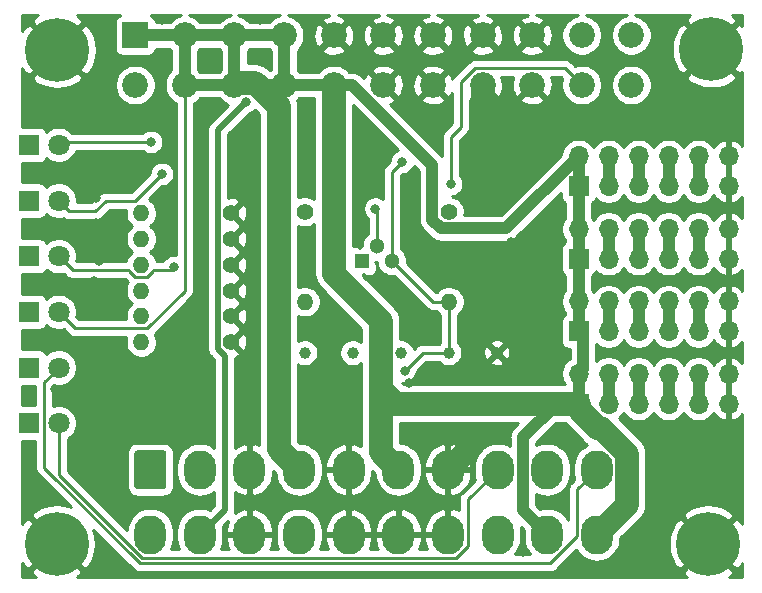
<source format=gbr>
%TF.GenerationSoftware,KiCad,Pcbnew,(5.1.6)-1*%
%TF.CreationDate,2020-09-16T20:02:01-05:00*%
%TF.ProjectId,asdf,61736466-2e6b-4696-9361-645f70636258,rev?*%
%TF.SameCoordinates,Original*%
%TF.FileFunction,Copper,L2,Bot*%
%TF.FilePolarity,Positive*%
%FSLAX46Y46*%
G04 Gerber Fmt 4.6, Leading zero omitted, Abs format (unit mm)*
G04 Created by KiCad (PCBNEW (5.1.6)-1) date 2020-09-16 20:02:01*
%MOMM*%
%LPD*%
G01*
G04 APERTURE LIST*
%TA.AperFunction,ComponentPad*%
%ADD10C,5.400000*%
%TD*%
%TA.AperFunction,ComponentPad*%
%ADD11O,1.700000X1.700000*%
%TD*%
%TA.AperFunction,ComponentPad*%
%ADD12R,1.700000X1.700000*%
%TD*%
%TA.AperFunction,ComponentPad*%
%ADD13C,1.000000*%
%TD*%
%TA.AperFunction,ComponentPad*%
%ADD14O,1.400000X1.400000*%
%TD*%
%TA.AperFunction,ComponentPad*%
%ADD15C,1.400000*%
%TD*%
%TA.AperFunction,ComponentPad*%
%ADD16R,1.300000X1.300000*%
%TD*%
%TA.AperFunction,ComponentPad*%
%ADD17C,1.300000*%
%TD*%
%TA.AperFunction,ComponentPad*%
%ADD18C,1.800000*%
%TD*%
%TA.AperFunction,ComponentPad*%
%ADD19R,1.800000X1.800000*%
%TD*%
%TA.AperFunction,ComponentPad*%
%ADD20C,2.175000*%
%TD*%
%TA.AperFunction,ComponentPad*%
%ADD21R,2.175000X2.175000*%
%TD*%
%TA.AperFunction,ComponentPad*%
%ADD22O,2.700000X3.300000*%
%TD*%
%TA.AperFunction,ViaPad*%
%ADD23C,0.800000*%
%TD*%
%TA.AperFunction,Conductor*%
%ADD24C,2.000000*%
%TD*%
%TA.AperFunction,Conductor*%
%ADD25C,1.000000*%
%TD*%
%TA.AperFunction,Conductor*%
%ADD26C,0.250000*%
%TD*%
%TA.AperFunction,Conductor*%
%ADD27C,0.500000*%
%TD*%
%TA.AperFunction,Conductor*%
%ADD28C,0.254000*%
%TD*%
G04 APERTURE END LIST*
D10*
%TO.P,H4,1*%
%TO.N,GND*%
X130556000Y-62674500D03*
%TD*%
%TO.P,H3,1*%
%TO.N,GND*%
X130302000Y-104584500D03*
%TD*%
%TO.P,H2,1*%
%TO.N,GND*%
X75120500Y-104549500D03*
%TD*%
%TO.P,H1,1*%
%TO.N,GND*%
X75184000Y-62738000D03*
%TD*%
D11*
%TO.P,J6,12*%
%TO.N,GND*%
X132016500Y-71755000D03*
%TO.P,J6,11*%
X132016500Y-74295000D03*
%TO.P,J6,10*%
%TO.N,Net-(J6-Pad10)*%
X129476500Y-71755000D03*
%TO.P,J6,9*%
X129476500Y-74295000D03*
%TO.P,J6,8*%
%TO.N,Net-(J6-Pad7)*%
X126936500Y-71755000D03*
%TO.P,J6,7*%
X126936500Y-74295000D03*
%TO.P,J6,6*%
%TO.N,Net-(J6-Pad5)*%
X124396500Y-71755000D03*
%TO.P,J6,5*%
X124396500Y-74295000D03*
%TO.P,J6,4*%
%TO.N,Net-(J6-Pad3)*%
X121856500Y-71755000D03*
%TO.P,J6,3*%
X121856500Y-74295000D03*
%TO.P,J6,2*%
%TO.N,+5V*%
X119316500Y-71755000D03*
D12*
%TO.P,J6,1*%
X119316500Y-74295000D03*
%TD*%
D11*
%TO.P,J5,12*%
%TO.N,GND*%
X132016500Y-77914500D03*
%TO.P,J5,11*%
X132016500Y-80454500D03*
%TO.P,J5,10*%
%TO.N,Net-(J5-Pad10)*%
X129476500Y-77914500D03*
%TO.P,J5,9*%
X129476500Y-80454500D03*
%TO.P,J5,8*%
%TO.N,Net-(J5-Pad7)*%
X126936500Y-77914500D03*
%TO.P,J5,7*%
X126936500Y-80454500D03*
%TO.P,J5,6*%
%TO.N,Net-(J5-Pad5)*%
X124396500Y-77914500D03*
%TO.P,J5,5*%
X124396500Y-80454500D03*
%TO.P,J5,4*%
%TO.N,Net-(J5-Pad3)*%
X121856500Y-77914500D03*
%TO.P,J5,3*%
X121856500Y-80454500D03*
%TO.P,J5,2*%
%TO.N,+5V*%
X119316500Y-77914500D03*
D12*
%TO.P,J5,1*%
X119316500Y-80454500D03*
%TD*%
D11*
%TO.P,J4,12*%
%TO.N,GND*%
X132016500Y-84049500D03*
%TO.P,J4,11*%
X132016500Y-86589500D03*
%TO.P,J4,10*%
%TO.N,Net-(J4-Pad10)*%
X129476500Y-84049500D03*
%TO.P,J4,9*%
X129476500Y-86589500D03*
%TO.P,J4,8*%
%TO.N,Net-(J4-Pad7)*%
X126936500Y-84049500D03*
%TO.P,J4,7*%
X126936500Y-86589500D03*
%TO.P,J4,6*%
%TO.N,Net-(J4-Pad5)*%
X124396500Y-84049500D03*
%TO.P,J4,5*%
X124396500Y-86589500D03*
%TO.P,J4,4*%
%TO.N,Net-(J4-Pad3)*%
X121856500Y-84049500D03*
%TO.P,J4,3*%
X121856500Y-86589500D03*
%TO.P,J4,2*%
%TO.N,+5V*%
X119316500Y-84049500D03*
D12*
%TO.P,J4,1*%
X119316500Y-86589500D03*
%TD*%
D11*
%TO.P,J3,12*%
%TO.N,GND*%
X132016500Y-90170000D03*
%TO.P,J3,11*%
X132016500Y-92710000D03*
%TO.P,J3,10*%
%TO.N,Net-(J3-Pad10)*%
X129476500Y-90170000D03*
%TO.P,J3,9*%
X129476500Y-92710000D03*
%TO.P,J3,8*%
%TO.N,Net-(J3-Pad7)*%
X126936500Y-90170000D03*
%TO.P,J3,7*%
X126936500Y-92710000D03*
%TO.P,J3,6*%
%TO.N,Net-(J3-Pad5)*%
X124396500Y-90170000D03*
%TO.P,J3,5*%
X124396500Y-92710000D03*
%TO.P,J3,4*%
%TO.N,Net-(J3-Pad3)*%
X121856500Y-90170000D03*
%TO.P,J3,3*%
X121856500Y-92710000D03*
%TO.P,J3,2*%
%TO.N,+5V*%
X119316500Y-90170000D03*
D12*
%TO.P,J3,1*%
X119316500Y-92710000D03*
%TD*%
D13*
%TO.P,TP5,1*%
%TO.N,GND*%
X112395000Y-88392000D03*
%TD*%
%TO.P,TP4,1*%
%TO.N,PWR_ON*%
X108331000Y-88392000D03*
%TD*%
%TO.P,TP3,1*%
%TO.N,+5VP*%
X104267000Y-88392000D03*
%TD*%
%TO.P,TP2,1*%
%TO.N,Net-(Q1-Pad2)*%
X100203000Y-88392000D03*
%TD*%
%TO.P,TP1,1*%
%TO.N,PFW*%
X96139000Y-88392000D03*
%TD*%
D14*
%TO.P,R8,2*%
%TO.N,Net-(D6-Pad1)*%
X82296000Y-76581000D03*
D15*
%TO.P,R8,1*%
%TO.N,GND*%
X89916000Y-76581000D03*
%TD*%
D14*
%TO.P,R7,2*%
%TO.N,Net-(D5-Pad1)*%
X82296000Y-78765400D03*
D15*
%TO.P,R7,1*%
%TO.N,GND*%
X89916000Y-78765400D03*
%TD*%
D14*
%TO.P,R6,2*%
%TO.N,Net-(D4-Pad1)*%
X82296000Y-80949800D03*
D15*
%TO.P,R6,1*%
%TO.N,GND*%
X89916000Y-80949800D03*
%TD*%
D14*
%TO.P,R5,2*%
%TO.N,Net-(D3-Pad1)*%
X82296000Y-83134200D03*
D15*
%TO.P,R5,1*%
%TO.N,GND*%
X89916000Y-83134200D03*
%TD*%
D14*
%TO.P,R4,2*%
%TO.N,Net-(D2-Pad1)*%
X82296000Y-85318600D03*
D15*
%TO.P,R4,1*%
%TO.N,GND*%
X89916000Y-85318600D03*
%TD*%
D14*
%TO.P,R3,2*%
%TO.N,Net-(D1-Pad1)*%
X82296000Y-87503000D03*
D15*
%TO.P,R3,1*%
%TO.N,GND*%
X89916000Y-87503000D03*
%TD*%
D14*
%TO.P,R2,2*%
%TO.N,PWR_ON*%
X108331000Y-84074000D03*
D15*
%TO.P,R2,1*%
%TO.N,+5VP*%
X108331000Y-76454000D03*
%TD*%
D14*
%TO.P,R1,2*%
%TO.N,PFW*%
X96139000Y-84074000D03*
D15*
%TO.P,R1,1*%
%TO.N,Net-(Q1-Pad2)*%
X96139000Y-76454000D03*
%TD*%
D16*
%TO.P,Q1,1*%
%TO.N,GND*%
X100965000Y-80624000D03*
D17*
%TO.P,Q1,3*%
%TO.N,PWR_ON*%
X103505000Y-80624000D03*
%TO.P,Q1,2*%
%TO.N,Net-(Q1-Pad2)*%
X102235000Y-79354000D03*
%TD*%
D18*
%TO.P,D6,2*%
%TO.N,PWR_ON*%
X75311000Y-70802500D03*
D19*
%TO.P,D6,1*%
%TO.N,Net-(D6-Pad1)*%
X72771000Y-70802500D03*
%TD*%
D18*
%TO.P,D5,2*%
%TO.N,+3V3*%
X75311000Y-75514200D03*
D19*
%TO.P,D5,1*%
%TO.N,Net-(D5-Pad1)*%
X72771000Y-75514200D03*
%TD*%
D18*
%TO.P,D4,2*%
%TO.N,+5VP*%
X75311000Y-80225900D03*
D19*
%TO.P,D4,1*%
%TO.N,Net-(D4-Pad1)*%
X72771000Y-80225900D03*
%TD*%
D18*
%TO.P,D3,2*%
%TO.N,+5V*%
X75311000Y-84937600D03*
D19*
%TO.P,D3,1*%
%TO.N,Net-(D3-Pad1)*%
X72771000Y-84937600D03*
%TD*%
D18*
%TO.P,D2,2*%
%TO.N,+12V*%
X75311000Y-89649300D03*
D19*
%TO.P,D2,1*%
%TO.N,Net-(D2-Pad1)*%
X72771000Y-89649300D03*
%TD*%
D18*
%TO.P,D1,2*%
%TO.N,PWR_OK*%
X75311000Y-94361000D03*
D19*
%TO.P,D1,1*%
%TO.N,Net-(D1-Pad1)*%
X72771000Y-94361000D03*
%TD*%
D20*
%TO.P,J2,22*%
%TO.N,+12V*%
X123788000Y-65731500D03*
%TO.P,J2,21*%
%TO.N,PFW*%
X119588000Y-65731500D03*
%TO.P,J2,20*%
%TO.N,GND*%
X115388000Y-65731500D03*
%TO.P,J2,19*%
X111188000Y-65731500D03*
%TO.P,J2,18*%
X106988000Y-65731500D03*
%TO.P,J2,17*%
X102788000Y-65731500D03*
%TO.P,J2,16*%
%TO.N,+5V*%
X98588000Y-65731500D03*
%TO.P,J2,15*%
X94388000Y-65731500D03*
%TO.P,J2,14*%
X90188000Y-65731500D03*
%TO.P,J2,13*%
X85988000Y-65731500D03*
%TO.P,J2,12*%
%TO.N,+5VP*%
X81788000Y-65731500D03*
%TO.P,J2,11*%
%TO.N,-12V*%
X123788000Y-61531500D03*
%TO.P,J2,10*%
%TO.N,Net-(J2-Pad10)*%
X119588000Y-61531500D03*
%TO.P,J2,9*%
%TO.N,GND*%
X115388000Y-61531500D03*
%TO.P,J2,8*%
X111188000Y-61531500D03*
%TO.P,J2,7*%
X106988000Y-61531500D03*
%TO.P,J2,6*%
X102788000Y-61531500D03*
%TO.P,J2,5*%
X98588000Y-61531500D03*
%TO.P,J2,4*%
%TO.N,+5V*%
X94388000Y-61531500D03*
%TO.P,J2,3*%
X90188000Y-61531500D03*
%TO.P,J2,2*%
X85988000Y-61531500D03*
D21*
%TO.P,J2,1*%
X81788000Y-61531500D03*
%TD*%
D22*
%TO.P,J1,20*%
%TO.N,+5V*%
X120858000Y-103798000D03*
%TO.P,J1,19*%
X116658000Y-103798000D03*
%TO.P,J1,18*%
%TO.N,Net-(J1-Pad18)*%
X112458000Y-103798000D03*
%TO.P,J1,17*%
%TO.N,GND*%
X108258000Y-103798000D03*
%TO.P,J1,16*%
X104058000Y-103798000D03*
%TO.P,J1,15*%
X99858000Y-103798000D03*
%TO.P,J1,14*%
%TO.N,PWR_ON*%
X95658000Y-103798000D03*
%TO.P,J1,13*%
%TO.N,GND*%
X91458000Y-103798000D03*
%TO.P,J1,12*%
%TO.N,-12V*%
X87258000Y-103798000D03*
%TO.P,J1,11*%
%TO.N,+3V3*%
X83058000Y-103798000D03*
%TO.P,J1,10*%
%TO.N,+12V*%
X120858000Y-98298000D03*
%TO.P,J1,9*%
%TO.N,+5VP*%
X116658000Y-98298000D03*
%TO.P,J1,8*%
%TO.N,PWR_OK*%
X112458000Y-98298000D03*
%TO.P,J1,7*%
%TO.N,GND*%
X108258000Y-98298000D03*
%TO.P,J1,6*%
%TO.N,+5V*%
X104058000Y-98298000D03*
%TO.P,J1,5*%
%TO.N,GND*%
X99858000Y-98298000D03*
%TO.P,J1,4*%
%TO.N,+5V*%
X95658000Y-98298000D03*
%TO.P,J1,3*%
%TO.N,GND*%
X91458000Y-98298000D03*
%TO.P,J1,2*%
%TO.N,+3V3*%
X87258000Y-98298000D03*
%TO.P,J1,1*%
%TA.AperFunction,ComponentPad*%
G36*
G01*
X81708000Y-99697999D02*
X81708000Y-96898001D01*
G75*
G02*
X81958001Y-96648000I250001J0D01*
G01*
X84157999Y-96648000D01*
G75*
G02*
X84408000Y-96898001I0J-250001D01*
G01*
X84408000Y-99697999D01*
G75*
G02*
X84157999Y-99948000I-250001J0D01*
G01*
X81958001Y-99948000D01*
G75*
G02*
X81708000Y-99697999I0J250001D01*
G01*
G37*
%TD.AperFunction*%
%TD*%
D23*
%TO.N,GND*%
X97853500Y-86106000D03*
X101473000Y-73723500D03*
X91186000Y-73596500D03*
X77343000Y-72326500D03*
X81089500Y-72326500D03*
X76771500Y-68262500D03*
X80708500Y-68643500D03*
X91376500Y-93218000D03*
X99885500Y-93345000D03*
X108331000Y-94869000D03*
X108331000Y-90106500D03*
X113474500Y-90297000D03*
X118046500Y-101028500D03*
X79502000Y-93218000D03*
X85915500Y-93535500D03*
X80137000Y-89408000D03*
X77851000Y-88138000D03*
X78422500Y-75311000D03*
X78422500Y-77406500D03*
X78740000Y-80645000D03*
X78295500Y-82359500D03*
X78359000Y-84518500D03*
X74041000Y-87312500D03*
X73977500Y-82677000D03*
X73977500Y-77978000D03*
X73977500Y-73279000D03*
X74993500Y-91503500D03*
X72771000Y-92075000D03*
X78232000Y-97726500D03*
X72898000Y-100584000D03*
X113601500Y-78994000D03*
X111569500Y-68897500D03*
X127000000Y-68389500D03*
X130048000Y-96456500D03*
X128524000Y-99441000D03*
X96456500Y-73088500D03*
X96266000Y-67437000D03*
X92456000Y-63563500D03*
X88074500Y-63690500D03*
X88138000Y-60134500D03*
X92329000Y-60261500D03*
X84010500Y-60261500D03*
X114617500Y-105283000D03*
X103441500Y-83439000D03*
X106616500Y-69278500D03*
X101092000Y-69342000D03*
X91630500Y-69532500D03*
X111633000Y-75501500D03*
X110363000Y-95631000D03*
X104838500Y-94742000D03*
X104965500Y-90932000D03*
X106807000Y-85725000D03*
%TO.N,PWR_ON*%
X83121500Y-70548500D03*
X104367126Y-72242022D03*
X104584500Y-89916000D03*
%TO.N,-12V*%
X91175062Y-67140412D03*
%TO.N,+5VP*%
X85026500Y-81153000D03*
%TO.N,+3V3*%
X84046011Y-73245274D03*
%TO.N,PFW*%
X108521500Y-74104500D03*
%TO.N,Net-(Q1-Pad2)*%
X102108000Y-76200000D03*
%TD*%
D24*
%TO.N,GND*%
X111188000Y-75056500D02*
X111633000Y-75501500D01*
X111188000Y-65731500D02*
X111188000Y-75056500D01*
X110363000Y-96193000D02*
X108258000Y-98298000D01*
X110363000Y-95631000D02*
X110363000Y-96193000D01*
D25*
%TO.N,+5V*%
X81788000Y-61531500D02*
X94388000Y-61531500D01*
X85988000Y-65731500D02*
X98588000Y-65731500D01*
X94388000Y-65731500D02*
X94388000Y-61531500D01*
X90188000Y-65731500D02*
X90188000Y-61531500D01*
X85988000Y-65731500D02*
X85988000Y-61531500D01*
X117466500Y-92710000D02*
X119316500Y-92710000D01*
X114607990Y-95568510D02*
X117466500Y-92710000D01*
X114607990Y-101747990D02*
X114607990Y-95568510D01*
X116658000Y-103798000D02*
X114607990Y-101747990D01*
X119691501Y-86964501D02*
X119316500Y-86589500D01*
X119316500Y-90176002D02*
X119691501Y-89801001D01*
X119691501Y-89801001D02*
X119691501Y-86964501D01*
X119316500Y-92710000D02*
X119316500Y-90176002D01*
X119316500Y-86589500D02*
X119316500Y-84049500D01*
X119316500Y-84049500D02*
X119316500Y-80454500D01*
X119316500Y-80454500D02*
X119316500Y-77914500D01*
X119316500Y-77914500D02*
X119316500Y-74295000D01*
X119316500Y-74295000D02*
X119316500Y-71755000D01*
D24*
X98588000Y-81707002D02*
X98588000Y-65731500D01*
X102566999Y-85686001D02*
X98588000Y-81707002D01*
X104058000Y-98298000D02*
X102566999Y-96806999D01*
X120872499Y-94760001D02*
X119316500Y-93204002D01*
X121226259Y-94760001D02*
X120872499Y-94760001D01*
X123408010Y-96941752D02*
X121226259Y-94760001D01*
X119316500Y-93204002D02*
X119316500Y-92710000D01*
X123408010Y-101247990D02*
X123408010Y-96941752D01*
X120858000Y-103798000D02*
X123408010Y-101247990D01*
D26*
X85988000Y-83143602D02*
X85988000Y-65731500D01*
X76717001Y-86343601D02*
X82788001Y-86343601D01*
X82788001Y-86343601D02*
X85988000Y-83143602D01*
X75311000Y-84937600D02*
X76717001Y-86343601D01*
D24*
X119316500Y-92710000D02*
X103822500Y-92710000D01*
X102566999Y-96806999D02*
X102566999Y-91454499D01*
X103822500Y-92710000D02*
X102566999Y-91454499D01*
X102566999Y-91454499D02*
X102566999Y-85686001D01*
D25*
X106930999Y-72536542D02*
X100125957Y-65731500D01*
X100125957Y-65731500D02*
X98588000Y-65731500D01*
X119316500Y-71755000D02*
X113217499Y-77854001D01*
X106930999Y-77126001D02*
X106930999Y-72536542D01*
X113217499Y-77854001D02*
X107658999Y-77854001D01*
X107658999Y-77854001D02*
X106930999Y-77126001D01*
D24*
X95658000Y-98298000D02*
X93916500Y-96556500D01*
X93916500Y-67513846D02*
X91943064Y-65540410D01*
X93916500Y-96556500D02*
X93916500Y-67513846D01*
X91943064Y-65540410D02*
X90379090Y-65540410D01*
X90379090Y-65540410D02*
X90188000Y-65731500D01*
D26*
%TO.N,PWR_ON*%
X108331000Y-88392000D02*
X108331000Y-84074000D01*
X106955000Y-84074000D02*
X103505000Y-80624000D01*
X108331000Y-84074000D02*
X106955000Y-84074000D01*
X75565000Y-70548500D02*
X75311000Y-70802500D01*
X83121500Y-70548500D02*
X75565000Y-70548500D01*
X103505000Y-73104148D02*
X104367126Y-72242022D01*
X103505000Y-80624000D02*
X103505000Y-73104148D01*
X106108500Y-88392000D02*
X108331000Y-88392000D01*
X104584500Y-89916000D02*
X106108500Y-88392000D01*
D27*
%TO.N,-12V*%
X87258000Y-103798000D02*
X89358010Y-101697990D01*
X89358010Y-88647012D02*
X88765999Y-88055001D01*
X88765999Y-88055001D02*
X88765999Y-69549475D01*
X88765999Y-69549475D02*
X91175062Y-67140412D01*
X89358010Y-101697990D02*
X89358010Y-88647012D01*
D26*
%TO.N,+12V*%
X119182990Y-99973010D02*
X120858000Y-98298000D01*
X82177789Y-106223020D02*
X116915980Y-106223020D01*
X119182990Y-103956010D02*
X119182990Y-99973010D01*
X74085999Y-98131230D02*
X82177789Y-106223020D01*
X74085999Y-90874301D02*
X74085999Y-98131230D01*
X116915980Y-106223020D02*
X119182990Y-103956010D01*
X75311000Y-89649300D02*
X74085999Y-90874301D01*
%TO.N,+5VP*%
X81270999Y-81407000D02*
X76492100Y-81407000D01*
X81270999Y-81441801D02*
X81270999Y-81407000D01*
X81803999Y-81974801D02*
X81270999Y-81441801D01*
X85026500Y-81153000D02*
X84772500Y-81407000D01*
X84772500Y-81407000D02*
X83321001Y-81407000D01*
X83321001Y-81407000D02*
X83321001Y-81441801D01*
X76492100Y-81407000D02*
X75311000Y-80225900D01*
X83321001Y-81441801D02*
X82788001Y-81974801D01*
X82788001Y-81974801D02*
X81803999Y-81974801D01*
%TO.N,PWR_OK*%
X75311000Y-98719821D02*
X75311000Y-94361000D01*
X82364189Y-105773010D02*
X75311000Y-98719821D01*
X108951811Y-105773010D02*
X82364189Y-105773010D01*
X109933010Y-104791811D02*
X108951811Y-105773010D01*
X109933010Y-100822990D02*
X109933010Y-104791811D01*
X112458000Y-98298000D02*
X109933010Y-100822990D01*
%TO.N,+3V3*%
X76210999Y-76414199D02*
X75311000Y-75514200D01*
X78392303Y-76414199D02*
X76210999Y-76414199D01*
X81777085Y-75514200D02*
X79292302Y-75514200D01*
X79292302Y-75514200D02*
X78392303Y-76414199D01*
X84046011Y-73245274D02*
X81777085Y-75514200D01*
%TO.N,PFW*%
X108521500Y-70110498D02*
X109347000Y-69284998D01*
X108521500Y-74104500D02*
X108521500Y-70110498D01*
X118175499Y-64318999D02*
X119588000Y-65731500D01*
X110509999Y-64318999D02*
X118175499Y-64318999D01*
X109347000Y-65481998D02*
X110509999Y-64318999D01*
X109347000Y-69284998D02*
X109347000Y-65481998D01*
%TO.N,Net-(Q1-Pad2)*%
X102235000Y-79354000D02*
X102235000Y-76327000D01*
X102235000Y-76327000D02*
X102108000Y-76200000D01*
D25*
%TO.N,Net-(J3-Pad10)*%
X129476500Y-92710000D02*
X129476500Y-90170000D01*
%TO.N,Net-(J3-Pad7)*%
X126936500Y-92710000D02*
X126936500Y-90170000D01*
%TO.N,Net-(J3-Pad5)*%
X124396500Y-92710000D02*
X124396500Y-90170000D01*
%TO.N,Net-(J3-Pad3)*%
X121856500Y-92710000D02*
X121856500Y-90170000D01*
%TO.N,Net-(J4-Pad10)*%
X129476500Y-84049500D02*
X129476500Y-86589500D01*
%TO.N,Net-(J4-Pad7)*%
X126936500Y-86589500D02*
X126936500Y-84049500D01*
%TO.N,Net-(J4-Pad5)*%
X124396500Y-86589500D02*
X124396500Y-84049500D01*
%TO.N,Net-(J4-Pad3)*%
X121856500Y-86589500D02*
X121856500Y-84049500D01*
%TO.N,Net-(J5-Pad10)*%
X129476500Y-80454500D02*
X129476500Y-77914500D01*
%TO.N,Net-(J5-Pad7)*%
X126936500Y-80454500D02*
X126936500Y-77914500D01*
%TO.N,Net-(J5-Pad5)*%
X124396500Y-80454500D02*
X124396500Y-77914500D01*
%TO.N,Net-(J5-Pad3)*%
X121856500Y-80454500D02*
X121856500Y-77914500D01*
%TO.N,Net-(J6-Pad10)*%
X129476500Y-74295000D02*
X129476500Y-71755000D01*
%TO.N,Net-(J6-Pad7)*%
X126936500Y-74295000D02*
X126936500Y-71755000D01*
%TO.N,Net-(J6-Pad5)*%
X124396500Y-74295000D02*
X124396500Y-71755000D01*
%TO.N,Net-(J6-Pad3)*%
X121856500Y-71755000D02*
X121856500Y-74295000D01*
%TD*%
D28*
%TO.N,GND*%
G36*
X98192530Y-59846451D02*
G01*
X97871393Y-59955981D01*
X97676129Y-60060352D01*
X97569804Y-60333699D01*
X98588000Y-61351895D01*
X99606196Y-60333699D01*
X99499871Y-60060352D01*
X99195342Y-59910722D01*
X98937377Y-59842000D01*
X102425965Y-59842000D01*
X102392530Y-59846451D01*
X102071393Y-59955981D01*
X101876129Y-60060352D01*
X101769804Y-60333699D01*
X102788000Y-61351895D01*
X103806196Y-60333699D01*
X103699871Y-60060352D01*
X103395342Y-59910722D01*
X103137377Y-59842000D01*
X106625965Y-59842000D01*
X106592530Y-59846451D01*
X106271393Y-59955981D01*
X106076129Y-60060352D01*
X105969804Y-60333699D01*
X106988000Y-61351895D01*
X108006196Y-60333699D01*
X107899871Y-60060352D01*
X107595342Y-59910722D01*
X107337377Y-59842000D01*
X110825965Y-59842000D01*
X110792530Y-59846451D01*
X110471393Y-59955981D01*
X110276129Y-60060352D01*
X110169804Y-60333699D01*
X111188000Y-61351895D01*
X112206196Y-60333699D01*
X112099871Y-60060352D01*
X111795342Y-59910722D01*
X111537377Y-59842000D01*
X115025965Y-59842000D01*
X114992530Y-59846451D01*
X114671393Y-59955981D01*
X114476129Y-60060352D01*
X114369804Y-60333699D01*
X115388000Y-61351895D01*
X116406196Y-60333699D01*
X116299871Y-60060352D01*
X115995342Y-59910722D01*
X115737377Y-59842000D01*
X119252447Y-59842000D01*
X119085565Y-59875195D01*
X118772091Y-60005041D01*
X118489971Y-60193547D01*
X118250047Y-60433471D01*
X118061541Y-60715591D01*
X117931695Y-61029065D01*
X117865500Y-61361849D01*
X117865500Y-61701151D01*
X117931695Y-62033935D01*
X118061541Y-62347409D01*
X118250047Y-62629529D01*
X118489971Y-62869453D01*
X118772091Y-63057959D01*
X119085565Y-63187805D01*
X119418349Y-63254000D01*
X119757651Y-63254000D01*
X120090435Y-63187805D01*
X120403909Y-63057959D01*
X120686029Y-62869453D01*
X120925953Y-62629529D01*
X121114459Y-62347409D01*
X121244305Y-62033935D01*
X121310500Y-61701151D01*
X121310500Y-61361849D01*
X121244305Y-61029065D01*
X121114459Y-60715591D01*
X120925953Y-60433471D01*
X120686029Y-60193547D01*
X120403909Y-60005041D01*
X120090435Y-59875195D01*
X119923553Y-59842000D01*
X123452447Y-59842000D01*
X123285565Y-59875195D01*
X122972091Y-60005041D01*
X122689971Y-60193547D01*
X122450047Y-60433471D01*
X122261541Y-60715591D01*
X122131695Y-61029065D01*
X122065500Y-61361849D01*
X122065500Y-61701151D01*
X122131695Y-62033935D01*
X122261541Y-62347409D01*
X122450047Y-62629529D01*
X122689971Y-62869453D01*
X122972091Y-63057959D01*
X123285565Y-63187805D01*
X123618349Y-63254000D01*
X123957651Y-63254000D01*
X124290435Y-63187805D01*
X124603909Y-63057959D01*
X124886029Y-62869453D01*
X125085551Y-62669931D01*
X127204866Y-62669931D01*
X127268366Y-63323793D01*
X127458208Y-63952703D01*
X127767096Y-64532492D01*
X127772172Y-64540089D01*
X128210626Y-64840269D01*
X130376395Y-62674500D01*
X128210626Y-60508731D01*
X127772172Y-60808911D01*
X127461704Y-61387856D01*
X127270148Y-62016246D01*
X127204866Y-62669931D01*
X125085551Y-62669931D01*
X125125953Y-62629529D01*
X125314459Y-62347409D01*
X125444305Y-62033935D01*
X125510500Y-61701151D01*
X125510500Y-61361849D01*
X125444305Y-61029065D01*
X125314459Y-60715591D01*
X125125953Y-60433471D01*
X124886029Y-60193547D01*
X124603909Y-60005041D01*
X124290435Y-59875195D01*
X124123553Y-59842000D01*
X128779839Y-59842000D01*
X128698008Y-59885596D01*
X128690411Y-59890672D01*
X128390231Y-60329126D01*
X130556000Y-62494895D01*
X132721769Y-60329126D01*
X132421589Y-59890672D01*
X132330828Y-59842000D01*
X133198000Y-59842000D01*
X133198000Y-60711811D01*
X132901374Y-60508731D01*
X130735605Y-62674500D01*
X132901374Y-64840269D01*
X133198000Y-64637189D01*
X133198000Y-70858471D01*
X133016769Y-70657412D01*
X132783420Y-70483359D01*
X132520599Y-70358175D01*
X132373390Y-70313524D01*
X132143500Y-70434845D01*
X132143500Y-71628000D01*
X132163500Y-71628000D01*
X132163500Y-71882000D01*
X132143500Y-71882000D01*
X132143500Y-74168000D01*
X132163500Y-74168000D01*
X132163500Y-74422000D01*
X132143500Y-74422000D01*
X132143500Y-75615155D01*
X132373390Y-75736476D01*
X132520599Y-75691825D01*
X132783420Y-75566641D01*
X133016769Y-75392588D01*
X133198000Y-75191529D01*
X133198000Y-77017971D01*
X133016769Y-76816912D01*
X132783420Y-76642859D01*
X132520599Y-76517675D01*
X132373390Y-76473024D01*
X132143500Y-76594345D01*
X132143500Y-77787500D01*
X132163500Y-77787500D01*
X132163500Y-78041500D01*
X132143500Y-78041500D01*
X132143500Y-80327500D01*
X132163500Y-80327500D01*
X132163500Y-80581500D01*
X132143500Y-80581500D01*
X132143500Y-81774655D01*
X132373390Y-81895976D01*
X132520599Y-81851325D01*
X132783420Y-81726141D01*
X133016769Y-81552088D01*
X133198000Y-81351029D01*
X133198000Y-83152971D01*
X133016769Y-82951912D01*
X132783420Y-82777859D01*
X132520599Y-82652675D01*
X132373390Y-82608024D01*
X132143500Y-82729345D01*
X132143500Y-83922500D01*
X132163500Y-83922500D01*
X132163500Y-84176500D01*
X132143500Y-84176500D01*
X132143500Y-86462500D01*
X132163500Y-86462500D01*
X132163500Y-86716500D01*
X132143500Y-86716500D01*
X132143500Y-87909655D01*
X132373390Y-88030976D01*
X132520599Y-87986325D01*
X132783420Y-87861141D01*
X133016769Y-87687088D01*
X133198001Y-87486029D01*
X133198001Y-89273471D01*
X133016769Y-89072412D01*
X132783420Y-88898359D01*
X132520599Y-88773175D01*
X132373390Y-88728524D01*
X132143500Y-88849845D01*
X132143500Y-90043000D01*
X132163500Y-90043000D01*
X132163500Y-90297000D01*
X132143500Y-90297000D01*
X132143500Y-92583000D01*
X132163500Y-92583000D01*
X132163500Y-92837000D01*
X132143500Y-92837000D01*
X132143500Y-94030155D01*
X132373390Y-94151476D01*
X132520599Y-94106825D01*
X132783420Y-93981641D01*
X133016769Y-93807588D01*
X133198001Y-93606529D01*
X133198001Y-102927531D01*
X133090904Y-102726508D01*
X133085828Y-102718911D01*
X132647374Y-102418731D01*
X130481605Y-104584500D01*
X132647374Y-106750269D01*
X133085828Y-106450089D01*
X133198001Y-106240915D01*
X133198001Y-107417000D01*
X132078161Y-107417000D01*
X132159992Y-107373404D01*
X132167589Y-107368328D01*
X132467769Y-106929874D01*
X130302000Y-104764105D01*
X128136231Y-106929874D01*
X128436411Y-107368328D01*
X128527172Y-107417000D01*
X76830966Y-107417000D01*
X76978492Y-107338404D01*
X76986089Y-107333328D01*
X77286269Y-106894874D01*
X75120500Y-104729105D01*
X72954731Y-106894874D01*
X73254911Y-107333328D01*
X73410938Y-107417000D01*
X72224500Y-107417000D01*
X72224500Y-106206471D01*
X72331596Y-106407492D01*
X72336672Y-106415089D01*
X72775126Y-106715269D01*
X74940895Y-104549500D01*
X72775126Y-102383731D01*
X72336672Y-102683911D01*
X72224500Y-102893084D01*
X72224500Y-95899072D01*
X73326000Y-95899072D01*
X73326000Y-98093898D01*
X73322323Y-98131230D01*
X73336997Y-98280215D01*
X73380453Y-98423476D01*
X73451025Y-98555506D01*
X73479537Y-98590247D01*
X73545999Y-98671231D01*
X73574997Y-98695029D01*
X76303611Y-101423643D01*
X75778754Y-101263648D01*
X75125069Y-101198366D01*
X74471207Y-101261866D01*
X73842297Y-101451708D01*
X73262508Y-101760596D01*
X73254911Y-101765672D01*
X72954731Y-102204126D01*
X75120500Y-104369895D01*
X75134643Y-104355753D01*
X75314248Y-104535358D01*
X75300105Y-104549500D01*
X77465874Y-106715269D01*
X77904328Y-106415089D01*
X78214796Y-105836144D01*
X78406352Y-105207754D01*
X78471634Y-104554069D01*
X78408134Y-103900207D01*
X78247273Y-103367306D01*
X81613990Y-106734023D01*
X81637788Y-106763021D01*
X81753513Y-106857994D01*
X81885542Y-106928566D01*
X82028803Y-106972023D01*
X82140456Y-106983020D01*
X82140465Y-106983020D01*
X82177788Y-106986696D01*
X82215111Y-106983020D01*
X116878658Y-106983020D01*
X116915980Y-106986696D01*
X116953302Y-106983020D01*
X116953313Y-106983020D01*
X117064966Y-106972023D01*
X117208227Y-106928566D01*
X117340256Y-106857994D01*
X117455981Y-106763021D01*
X117479784Y-106734017D01*
X119132707Y-105081094D01*
X119199547Y-105206143D01*
X119447603Y-105508398D01*
X119749858Y-105756453D01*
X120094699Y-105940774D01*
X120468873Y-106054278D01*
X120858000Y-106092604D01*
X121247128Y-106054278D01*
X121621302Y-105940774D01*
X121966143Y-105756453D01*
X122268398Y-105508398D01*
X122516453Y-105206143D01*
X122700774Y-104861302D01*
X122786126Y-104579931D01*
X126950866Y-104579931D01*
X127014366Y-105233793D01*
X127204208Y-105862703D01*
X127513096Y-106442492D01*
X127518172Y-106450089D01*
X127956626Y-106750269D01*
X130122395Y-104584500D01*
X127956626Y-102418731D01*
X127518172Y-102718911D01*
X127207704Y-103297856D01*
X127016148Y-103926246D01*
X126950866Y-104579931D01*
X122786126Y-104579931D01*
X122814278Y-104487127D01*
X122843000Y-104195509D01*
X122843000Y-104125239D01*
X124507335Y-102460905D01*
X124569724Y-102409704D01*
X124709713Y-102239126D01*
X128136231Y-102239126D01*
X130302000Y-104404895D01*
X132467769Y-102239126D01*
X132167589Y-101800672D01*
X131588644Y-101490204D01*
X130960254Y-101298648D01*
X130306569Y-101233366D01*
X129652707Y-101296866D01*
X129023797Y-101486708D01*
X128444008Y-101795596D01*
X128436411Y-101800672D01*
X128136231Y-102239126D01*
X124709713Y-102239126D01*
X124774041Y-102160742D01*
X124925862Y-101876705D01*
X124950466Y-101795596D01*
X125019353Y-101568507D01*
X125050921Y-101247990D01*
X125043010Y-101167668D01*
X125043010Y-97022074D01*
X125050921Y-96941752D01*
X125019353Y-96621235D01*
X124925862Y-96313037D01*
X124866582Y-96202132D01*
X124774041Y-96029000D01*
X124569724Y-95780038D01*
X124507328Y-95728832D01*
X122706523Y-93928027D01*
X122803132Y-93863475D01*
X123009975Y-93656632D01*
X123126500Y-93482240D01*
X123243025Y-93656632D01*
X123449868Y-93863475D01*
X123693089Y-94025990D01*
X123963342Y-94137932D01*
X124250240Y-94195000D01*
X124542760Y-94195000D01*
X124829658Y-94137932D01*
X125099911Y-94025990D01*
X125343132Y-93863475D01*
X125549975Y-93656632D01*
X125666500Y-93482240D01*
X125783025Y-93656632D01*
X125989868Y-93863475D01*
X126233089Y-94025990D01*
X126503342Y-94137932D01*
X126790240Y-94195000D01*
X127082760Y-94195000D01*
X127369658Y-94137932D01*
X127639911Y-94025990D01*
X127883132Y-93863475D01*
X128089975Y-93656632D01*
X128206500Y-93482240D01*
X128323025Y-93656632D01*
X128529868Y-93863475D01*
X128773089Y-94025990D01*
X129043342Y-94137932D01*
X129330240Y-94195000D01*
X129622760Y-94195000D01*
X129909658Y-94137932D01*
X130179911Y-94025990D01*
X130423132Y-93863475D01*
X130629975Y-93656632D01*
X130751695Y-93474466D01*
X130821322Y-93591355D01*
X131016231Y-93807588D01*
X131249580Y-93981641D01*
X131512401Y-94106825D01*
X131659610Y-94151476D01*
X131889500Y-94030155D01*
X131889500Y-92837000D01*
X131869500Y-92837000D01*
X131869500Y-92583000D01*
X131889500Y-92583000D01*
X131889500Y-90297000D01*
X131869500Y-90297000D01*
X131869500Y-90043000D01*
X131889500Y-90043000D01*
X131889500Y-88849845D01*
X131659610Y-88728524D01*
X131512401Y-88773175D01*
X131249580Y-88898359D01*
X131016231Y-89072412D01*
X130821322Y-89288645D01*
X130751695Y-89405534D01*
X130629975Y-89223368D01*
X130423132Y-89016525D01*
X130179911Y-88854010D01*
X129909658Y-88742068D01*
X129622760Y-88685000D01*
X129330240Y-88685000D01*
X129043342Y-88742068D01*
X128773089Y-88854010D01*
X128529868Y-89016525D01*
X128323025Y-89223368D01*
X128206500Y-89397760D01*
X128089975Y-89223368D01*
X127883132Y-89016525D01*
X127639911Y-88854010D01*
X127369658Y-88742068D01*
X127082760Y-88685000D01*
X126790240Y-88685000D01*
X126503342Y-88742068D01*
X126233089Y-88854010D01*
X125989868Y-89016525D01*
X125783025Y-89223368D01*
X125666500Y-89397760D01*
X125549975Y-89223368D01*
X125343132Y-89016525D01*
X125099911Y-88854010D01*
X124829658Y-88742068D01*
X124542760Y-88685000D01*
X124250240Y-88685000D01*
X123963342Y-88742068D01*
X123693089Y-88854010D01*
X123449868Y-89016525D01*
X123243025Y-89223368D01*
X123126500Y-89397760D01*
X123009975Y-89223368D01*
X122803132Y-89016525D01*
X122559911Y-88854010D01*
X122289658Y-88742068D01*
X122002760Y-88685000D01*
X121710240Y-88685000D01*
X121423342Y-88742068D01*
X121153089Y-88854010D01*
X120909868Y-89016525D01*
X120826501Y-89099892D01*
X120826501Y-87659608D01*
X120909868Y-87742975D01*
X121153089Y-87905490D01*
X121423342Y-88017432D01*
X121710240Y-88074500D01*
X122002760Y-88074500D01*
X122289658Y-88017432D01*
X122559911Y-87905490D01*
X122803132Y-87742975D01*
X123009975Y-87536132D01*
X123126500Y-87361740D01*
X123243025Y-87536132D01*
X123449868Y-87742975D01*
X123693089Y-87905490D01*
X123963342Y-88017432D01*
X124250240Y-88074500D01*
X124542760Y-88074500D01*
X124829658Y-88017432D01*
X125099911Y-87905490D01*
X125343132Y-87742975D01*
X125549975Y-87536132D01*
X125666500Y-87361740D01*
X125783025Y-87536132D01*
X125989868Y-87742975D01*
X126233089Y-87905490D01*
X126503342Y-88017432D01*
X126790240Y-88074500D01*
X127082760Y-88074500D01*
X127369658Y-88017432D01*
X127639911Y-87905490D01*
X127883132Y-87742975D01*
X128089975Y-87536132D01*
X128206500Y-87361740D01*
X128323025Y-87536132D01*
X128529868Y-87742975D01*
X128773089Y-87905490D01*
X129043342Y-88017432D01*
X129330240Y-88074500D01*
X129622760Y-88074500D01*
X129909658Y-88017432D01*
X130179911Y-87905490D01*
X130423132Y-87742975D01*
X130629975Y-87536132D01*
X130751695Y-87353966D01*
X130821322Y-87470855D01*
X131016231Y-87687088D01*
X131249580Y-87861141D01*
X131512401Y-87986325D01*
X131659610Y-88030976D01*
X131889500Y-87909655D01*
X131889500Y-86716500D01*
X131869500Y-86716500D01*
X131869500Y-86462500D01*
X131889500Y-86462500D01*
X131889500Y-84176500D01*
X131869500Y-84176500D01*
X131869500Y-83922500D01*
X131889500Y-83922500D01*
X131889500Y-82729345D01*
X131659610Y-82608024D01*
X131512401Y-82652675D01*
X131249580Y-82777859D01*
X131016231Y-82951912D01*
X130821322Y-83168145D01*
X130751695Y-83285034D01*
X130629975Y-83102868D01*
X130423132Y-82896025D01*
X130179911Y-82733510D01*
X129909658Y-82621568D01*
X129622760Y-82564500D01*
X129330240Y-82564500D01*
X129043342Y-82621568D01*
X128773089Y-82733510D01*
X128529868Y-82896025D01*
X128323025Y-83102868D01*
X128206500Y-83277260D01*
X128089975Y-83102868D01*
X127883132Y-82896025D01*
X127639911Y-82733510D01*
X127369658Y-82621568D01*
X127082760Y-82564500D01*
X126790240Y-82564500D01*
X126503342Y-82621568D01*
X126233089Y-82733510D01*
X125989868Y-82896025D01*
X125783025Y-83102868D01*
X125666500Y-83277260D01*
X125549975Y-83102868D01*
X125343132Y-82896025D01*
X125099911Y-82733510D01*
X124829658Y-82621568D01*
X124542760Y-82564500D01*
X124250240Y-82564500D01*
X123963342Y-82621568D01*
X123693089Y-82733510D01*
X123449868Y-82896025D01*
X123243025Y-83102868D01*
X123126500Y-83277260D01*
X123009975Y-83102868D01*
X122803132Y-82896025D01*
X122559911Y-82733510D01*
X122289658Y-82621568D01*
X122002760Y-82564500D01*
X121710240Y-82564500D01*
X121423342Y-82621568D01*
X121153089Y-82733510D01*
X120909868Y-82896025D01*
X120703025Y-83102868D01*
X120586500Y-83277260D01*
X120469975Y-83102868D01*
X120451500Y-83084393D01*
X120451500Y-81872183D01*
X120520994Y-81835037D01*
X120617685Y-81755685D01*
X120697037Y-81658994D01*
X120756002Y-81548680D01*
X120778013Y-81476120D01*
X120909868Y-81607975D01*
X121153089Y-81770490D01*
X121423342Y-81882432D01*
X121710240Y-81939500D01*
X122002760Y-81939500D01*
X122289658Y-81882432D01*
X122559911Y-81770490D01*
X122803132Y-81607975D01*
X123009975Y-81401132D01*
X123126500Y-81226740D01*
X123243025Y-81401132D01*
X123449868Y-81607975D01*
X123693089Y-81770490D01*
X123963342Y-81882432D01*
X124250240Y-81939500D01*
X124542760Y-81939500D01*
X124829658Y-81882432D01*
X125099911Y-81770490D01*
X125343132Y-81607975D01*
X125549975Y-81401132D01*
X125666500Y-81226740D01*
X125783025Y-81401132D01*
X125989868Y-81607975D01*
X126233089Y-81770490D01*
X126503342Y-81882432D01*
X126790240Y-81939500D01*
X127082760Y-81939500D01*
X127369658Y-81882432D01*
X127639911Y-81770490D01*
X127883132Y-81607975D01*
X128089975Y-81401132D01*
X128206500Y-81226740D01*
X128323025Y-81401132D01*
X128529868Y-81607975D01*
X128773089Y-81770490D01*
X129043342Y-81882432D01*
X129330240Y-81939500D01*
X129622760Y-81939500D01*
X129909658Y-81882432D01*
X130179911Y-81770490D01*
X130423132Y-81607975D01*
X130629975Y-81401132D01*
X130751695Y-81218966D01*
X130821322Y-81335855D01*
X131016231Y-81552088D01*
X131249580Y-81726141D01*
X131512401Y-81851325D01*
X131659610Y-81895976D01*
X131889500Y-81774655D01*
X131889500Y-80581500D01*
X131869500Y-80581500D01*
X131869500Y-80327500D01*
X131889500Y-80327500D01*
X131889500Y-78041500D01*
X131869500Y-78041500D01*
X131869500Y-77787500D01*
X131889500Y-77787500D01*
X131889500Y-76594345D01*
X131659610Y-76473024D01*
X131512401Y-76517675D01*
X131249580Y-76642859D01*
X131016231Y-76816912D01*
X130821322Y-77033145D01*
X130751695Y-77150034D01*
X130629975Y-76967868D01*
X130423132Y-76761025D01*
X130179911Y-76598510D01*
X129909658Y-76486568D01*
X129622760Y-76429500D01*
X129330240Y-76429500D01*
X129043342Y-76486568D01*
X128773089Y-76598510D01*
X128529868Y-76761025D01*
X128323025Y-76967868D01*
X128206500Y-77142260D01*
X128089975Y-76967868D01*
X127883132Y-76761025D01*
X127639911Y-76598510D01*
X127369658Y-76486568D01*
X127082760Y-76429500D01*
X126790240Y-76429500D01*
X126503342Y-76486568D01*
X126233089Y-76598510D01*
X125989868Y-76761025D01*
X125783025Y-76967868D01*
X125666500Y-77142260D01*
X125549975Y-76967868D01*
X125343132Y-76761025D01*
X125099911Y-76598510D01*
X124829658Y-76486568D01*
X124542760Y-76429500D01*
X124250240Y-76429500D01*
X123963342Y-76486568D01*
X123693089Y-76598510D01*
X123449868Y-76761025D01*
X123243025Y-76967868D01*
X123126500Y-77142260D01*
X123009975Y-76967868D01*
X122803132Y-76761025D01*
X122559911Y-76598510D01*
X122289658Y-76486568D01*
X122002760Y-76429500D01*
X121710240Y-76429500D01*
X121423342Y-76486568D01*
X121153089Y-76598510D01*
X120909868Y-76761025D01*
X120703025Y-76967868D01*
X120586500Y-77142260D01*
X120469975Y-76967868D01*
X120451500Y-76949393D01*
X120451500Y-75712683D01*
X120520994Y-75675537D01*
X120617685Y-75596185D01*
X120697037Y-75499494D01*
X120756002Y-75389180D01*
X120778013Y-75316620D01*
X120909868Y-75448475D01*
X121153089Y-75610990D01*
X121423342Y-75722932D01*
X121710240Y-75780000D01*
X122002760Y-75780000D01*
X122289658Y-75722932D01*
X122559911Y-75610990D01*
X122803132Y-75448475D01*
X123009975Y-75241632D01*
X123126500Y-75067240D01*
X123243025Y-75241632D01*
X123449868Y-75448475D01*
X123693089Y-75610990D01*
X123963342Y-75722932D01*
X124250240Y-75780000D01*
X124542760Y-75780000D01*
X124829658Y-75722932D01*
X125099911Y-75610990D01*
X125343132Y-75448475D01*
X125549975Y-75241632D01*
X125666500Y-75067240D01*
X125783025Y-75241632D01*
X125989868Y-75448475D01*
X126233089Y-75610990D01*
X126503342Y-75722932D01*
X126790240Y-75780000D01*
X127082760Y-75780000D01*
X127369658Y-75722932D01*
X127639911Y-75610990D01*
X127883132Y-75448475D01*
X128089975Y-75241632D01*
X128206500Y-75067240D01*
X128323025Y-75241632D01*
X128529868Y-75448475D01*
X128773089Y-75610990D01*
X129043342Y-75722932D01*
X129330240Y-75780000D01*
X129622760Y-75780000D01*
X129909658Y-75722932D01*
X130179911Y-75610990D01*
X130423132Y-75448475D01*
X130629975Y-75241632D01*
X130751695Y-75059466D01*
X130821322Y-75176355D01*
X131016231Y-75392588D01*
X131249580Y-75566641D01*
X131512401Y-75691825D01*
X131659610Y-75736476D01*
X131889500Y-75615155D01*
X131889500Y-74422000D01*
X131869500Y-74422000D01*
X131869500Y-74168000D01*
X131889500Y-74168000D01*
X131889500Y-71882000D01*
X131869500Y-71882000D01*
X131869500Y-71628000D01*
X131889500Y-71628000D01*
X131889500Y-70434845D01*
X131659610Y-70313524D01*
X131512401Y-70358175D01*
X131249580Y-70483359D01*
X131016231Y-70657412D01*
X130821322Y-70873645D01*
X130751695Y-70990534D01*
X130629975Y-70808368D01*
X130423132Y-70601525D01*
X130179911Y-70439010D01*
X129909658Y-70327068D01*
X129622760Y-70270000D01*
X129330240Y-70270000D01*
X129043342Y-70327068D01*
X128773089Y-70439010D01*
X128529868Y-70601525D01*
X128323025Y-70808368D01*
X128206500Y-70982760D01*
X128089975Y-70808368D01*
X127883132Y-70601525D01*
X127639911Y-70439010D01*
X127369658Y-70327068D01*
X127082760Y-70270000D01*
X126790240Y-70270000D01*
X126503342Y-70327068D01*
X126233089Y-70439010D01*
X125989868Y-70601525D01*
X125783025Y-70808368D01*
X125666500Y-70982760D01*
X125549975Y-70808368D01*
X125343132Y-70601525D01*
X125099911Y-70439010D01*
X124829658Y-70327068D01*
X124542760Y-70270000D01*
X124250240Y-70270000D01*
X123963342Y-70327068D01*
X123693089Y-70439010D01*
X123449868Y-70601525D01*
X123243025Y-70808368D01*
X123126500Y-70982760D01*
X123009975Y-70808368D01*
X122803132Y-70601525D01*
X122559911Y-70439010D01*
X122289658Y-70327068D01*
X122002760Y-70270000D01*
X121710240Y-70270000D01*
X121423342Y-70327068D01*
X121153089Y-70439010D01*
X120909868Y-70601525D01*
X120703025Y-70808368D01*
X120586500Y-70982760D01*
X120469975Y-70808368D01*
X120263132Y-70601525D01*
X120019911Y-70439010D01*
X119749658Y-70327068D01*
X119462760Y-70270000D01*
X119170240Y-70270000D01*
X118883342Y-70327068D01*
X118613089Y-70439010D01*
X118369868Y-70601525D01*
X118163025Y-70808368D01*
X118000510Y-71051589D01*
X117888568Y-71321842D01*
X117831500Y-71608740D01*
X117831500Y-71634868D01*
X112747368Y-76719001D01*
X109639442Y-76719001D01*
X109666000Y-76585486D01*
X109666000Y-76322514D01*
X109614696Y-76064595D01*
X109514061Y-75821641D01*
X109367962Y-75602987D01*
X109182013Y-75417038D01*
X108963359Y-75270939D01*
X108720405Y-75170304D01*
X108565545Y-75139500D01*
X108623439Y-75139500D01*
X108823398Y-75099726D01*
X109011756Y-75021705D01*
X109181274Y-74908437D01*
X109325437Y-74764274D01*
X109438705Y-74594756D01*
X109516726Y-74406398D01*
X109556500Y-74206439D01*
X109556500Y-74002561D01*
X109516726Y-73802602D01*
X109438705Y-73614244D01*
X109325437Y-73444726D01*
X109281500Y-73400789D01*
X109281500Y-70425299D01*
X109858004Y-69848796D01*
X109887001Y-69824999D01*
X109981974Y-69709274D01*
X110052546Y-69577245D01*
X110096003Y-69433984D01*
X110107000Y-69322331D01*
X110107000Y-69322322D01*
X110110676Y-69284999D01*
X110107000Y-69247676D01*
X110107000Y-66992108D01*
X110169805Y-66929303D01*
X110276129Y-67202648D01*
X110580658Y-67352278D01*
X110908525Y-67439622D01*
X111247134Y-67461324D01*
X111583470Y-67416549D01*
X111904607Y-67307019D01*
X112099871Y-67202648D01*
X112206196Y-66929301D01*
X114369804Y-66929301D01*
X114476129Y-67202648D01*
X114780658Y-67352278D01*
X115108525Y-67439622D01*
X115447134Y-67461324D01*
X115783470Y-67416549D01*
X116104607Y-67307019D01*
X116299871Y-67202648D01*
X116406196Y-66929301D01*
X115388000Y-65911105D01*
X114369804Y-66929301D01*
X112206196Y-66929301D01*
X111188000Y-65911105D01*
X111173858Y-65925248D01*
X110994253Y-65745643D01*
X111008395Y-65731500D01*
X110994253Y-65717358D01*
X111173858Y-65537753D01*
X111188000Y-65551895D01*
X111202143Y-65537753D01*
X111381748Y-65717358D01*
X111367605Y-65731500D01*
X112385801Y-66749696D01*
X112659148Y-66643371D01*
X112808778Y-66338842D01*
X112896122Y-66010975D01*
X112917824Y-65672366D01*
X112873049Y-65336030D01*
X112785384Y-65078999D01*
X113789411Y-65078999D01*
X113767222Y-65124158D01*
X113679878Y-65452025D01*
X113658176Y-65790634D01*
X113702951Y-66126970D01*
X113812481Y-66448107D01*
X113916852Y-66643371D01*
X114190199Y-66749696D01*
X115208395Y-65731500D01*
X115194253Y-65717358D01*
X115373858Y-65537753D01*
X115388000Y-65551895D01*
X115402143Y-65537753D01*
X115581748Y-65717358D01*
X115567605Y-65731500D01*
X116585801Y-66749696D01*
X116859148Y-66643371D01*
X117008778Y-66338842D01*
X117096122Y-66010975D01*
X117117824Y-65672366D01*
X117073049Y-65336030D01*
X116985384Y-65078999D01*
X117860698Y-65078999D01*
X117954854Y-65173155D01*
X117931695Y-65229065D01*
X117865500Y-65561849D01*
X117865500Y-65901151D01*
X117931695Y-66233935D01*
X118061541Y-66547409D01*
X118250047Y-66829529D01*
X118489971Y-67069453D01*
X118772091Y-67257959D01*
X119085565Y-67387805D01*
X119418349Y-67454000D01*
X119757651Y-67454000D01*
X120090435Y-67387805D01*
X120403909Y-67257959D01*
X120686029Y-67069453D01*
X120925953Y-66829529D01*
X121114459Y-66547409D01*
X121244305Y-66233935D01*
X121310500Y-65901151D01*
X121310500Y-65561849D01*
X122065500Y-65561849D01*
X122065500Y-65901151D01*
X122131695Y-66233935D01*
X122261541Y-66547409D01*
X122450047Y-66829529D01*
X122689971Y-67069453D01*
X122972091Y-67257959D01*
X123285565Y-67387805D01*
X123618349Y-67454000D01*
X123957651Y-67454000D01*
X124290435Y-67387805D01*
X124603909Y-67257959D01*
X124886029Y-67069453D01*
X125125953Y-66829529D01*
X125314459Y-66547409D01*
X125444305Y-66233935D01*
X125510500Y-65901151D01*
X125510500Y-65561849D01*
X125444305Y-65229065D01*
X125357655Y-65019874D01*
X128390231Y-65019874D01*
X128690411Y-65458328D01*
X129269356Y-65768796D01*
X129897746Y-65960352D01*
X130551431Y-66025634D01*
X131205293Y-65962134D01*
X131834203Y-65772292D01*
X132413992Y-65463404D01*
X132421589Y-65458328D01*
X132721769Y-65019874D01*
X130556000Y-62854105D01*
X128390231Y-65019874D01*
X125357655Y-65019874D01*
X125314459Y-64915591D01*
X125125953Y-64633471D01*
X124886029Y-64393547D01*
X124603909Y-64205041D01*
X124290435Y-64075195D01*
X123957651Y-64009000D01*
X123618349Y-64009000D01*
X123285565Y-64075195D01*
X122972091Y-64205041D01*
X122689971Y-64393547D01*
X122450047Y-64633471D01*
X122261541Y-64915591D01*
X122131695Y-65229065D01*
X122065500Y-65561849D01*
X121310500Y-65561849D01*
X121244305Y-65229065D01*
X121114459Y-64915591D01*
X120925953Y-64633471D01*
X120686029Y-64393547D01*
X120403909Y-64205041D01*
X120090435Y-64075195D01*
X119757651Y-64009000D01*
X119418349Y-64009000D01*
X119085565Y-64075195D01*
X119029655Y-64098354D01*
X118739303Y-63808002D01*
X118715500Y-63778998D01*
X118599775Y-63684025D01*
X118467746Y-63613453D01*
X118324485Y-63569996D01*
X118212832Y-63558999D01*
X118212821Y-63558999D01*
X118175499Y-63555323D01*
X118138177Y-63558999D01*
X110547322Y-63558999D01*
X110509999Y-63555323D01*
X110472676Y-63558999D01*
X110472666Y-63558999D01*
X110361013Y-63569996D01*
X110217752Y-63613453D01*
X110085722Y-63684025D01*
X110002082Y-63752667D01*
X109969998Y-63778998D01*
X109946200Y-63807996D01*
X108835998Y-64918199D01*
X108807000Y-64941997D01*
X108783202Y-64970995D01*
X108783201Y-64970996D01*
X108712026Y-65057722D01*
X108641454Y-65189752D01*
X108632842Y-65218144D01*
X108563519Y-65014893D01*
X108459148Y-64819629D01*
X108185801Y-64713304D01*
X107167605Y-65731500D01*
X108185801Y-66749696D01*
X108459148Y-66643371D01*
X108587001Y-66383163D01*
X108587000Y-68970196D01*
X108010498Y-69546699D01*
X107981500Y-69570497D01*
X107957702Y-69599495D01*
X107957701Y-69599496D01*
X107886526Y-69686222D01*
X107815954Y-69818252D01*
X107772498Y-69961513D01*
X107757824Y-70110498D01*
X107761501Y-70147830D01*
X107761501Y-71759401D01*
X107737448Y-71730093D01*
X107694145Y-71694555D01*
X103356964Y-67357375D01*
X103504607Y-67307019D01*
X103699871Y-67202648D01*
X103806196Y-66929301D01*
X105969804Y-66929301D01*
X106076129Y-67202648D01*
X106380658Y-67352278D01*
X106708525Y-67439622D01*
X107047134Y-67461324D01*
X107383470Y-67416549D01*
X107704607Y-67307019D01*
X107899871Y-67202648D01*
X108006196Y-66929301D01*
X106988000Y-65911105D01*
X105969804Y-66929301D01*
X103806196Y-66929301D01*
X102788000Y-65911105D01*
X102773858Y-65925248D01*
X102594253Y-65745643D01*
X102608395Y-65731500D01*
X102967605Y-65731500D01*
X103985801Y-66749696D01*
X104259148Y-66643371D01*
X104408778Y-66338842D01*
X104496122Y-66010975D01*
X104510244Y-65790634D01*
X105258176Y-65790634D01*
X105302951Y-66126970D01*
X105412481Y-66448107D01*
X105516852Y-66643371D01*
X105790199Y-66749696D01*
X106808395Y-65731500D01*
X105790199Y-64713304D01*
X105516852Y-64819629D01*
X105367222Y-65124158D01*
X105279878Y-65452025D01*
X105258176Y-65790634D01*
X104510244Y-65790634D01*
X104517824Y-65672366D01*
X104473049Y-65336030D01*
X104363519Y-65014893D01*
X104259148Y-64819629D01*
X103985801Y-64713304D01*
X102967605Y-65731500D01*
X102608395Y-65731500D01*
X101590199Y-64713304D01*
X101316852Y-64819629D01*
X101167222Y-65124158D01*
X101158076Y-65158488D01*
X100967953Y-64968365D01*
X100932406Y-64925051D01*
X100759580Y-64783216D01*
X100562404Y-64677824D01*
X100348456Y-64612923D01*
X100181709Y-64596500D01*
X100181708Y-64596500D01*
X100125957Y-64591009D01*
X100070206Y-64596500D01*
X99888982Y-64596500D01*
X99826181Y-64533699D01*
X101769804Y-64533699D01*
X102788000Y-65551895D01*
X103806196Y-64533699D01*
X105969804Y-64533699D01*
X106988000Y-65551895D01*
X108006196Y-64533699D01*
X107899871Y-64260352D01*
X107595342Y-64110722D01*
X107267475Y-64023378D01*
X106928866Y-64001676D01*
X106592530Y-64046451D01*
X106271393Y-64155981D01*
X106076129Y-64260352D01*
X105969804Y-64533699D01*
X103806196Y-64533699D01*
X103699871Y-64260352D01*
X103395342Y-64110722D01*
X103067475Y-64023378D01*
X102728866Y-64001676D01*
X102392530Y-64046451D01*
X102071393Y-64155981D01*
X101876129Y-64260352D01*
X101769804Y-64533699D01*
X99826181Y-64533699D01*
X99686029Y-64393547D01*
X99403909Y-64205041D01*
X99090435Y-64075195D01*
X98757651Y-64009000D01*
X98418349Y-64009000D01*
X98085565Y-64075195D01*
X97772091Y-64205041D01*
X97489971Y-64393547D01*
X97287018Y-64596500D01*
X95688982Y-64596500D01*
X95523000Y-64430518D01*
X95523000Y-62832482D01*
X95626181Y-62729301D01*
X97569804Y-62729301D01*
X97676129Y-63002648D01*
X97980658Y-63152278D01*
X98308525Y-63239622D01*
X98647134Y-63261324D01*
X98983470Y-63216549D01*
X99304607Y-63107019D01*
X99499871Y-63002648D01*
X99606196Y-62729301D01*
X101769804Y-62729301D01*
X101876129Y-63002648D01*
X102180658Y-63152278D01*
X102508525Y-63239622D01*
X102847134Y-63261324D01*
X103183470Y-63216549D01*
X103504607Y-63107019D01*
X103699871Y-63002648D01*
X103806196Y-62729301D01*
X105969804Y-62729301D01*
X106076129Y-63002648D01*
X106380658Y-63152278D01*
X106708525Y-63239622D01*
X107047134Y-63261324D01*
X107383470Y-63216549D01*
X107704607Y-63107019D01*
X107899871Y-63002648D01*
X108006196Y-62729301D01*
X110169804Y-62729301D01*
X110276129Y-63002648D01*
X110580658Y-63152278D01*
X110908525Y-63239622D01*
X111247134Y-63261324D01*
X111583470Y-63216549D01*
X111904607Y-63107019D01*
X112099871Y-63002648D01*
X112206196Y-62729301D01*
X114369804Y-62729301D01*
X114476129Y-63002648D01*
X114780658Y-63152278D01*
X115108525Y-63239622D01*
X115447134Y-63261324D01*
X115783470Y-63216549D01*
X116104607Y-63107019D01*
X116299871Y-63002648D01*
X116406196Y-62729301D01*
X115388000Y-61711105D01*
X114369804Y-62729301D01*
X112206196Y-62729301D01*
X111188000Y-61711105D01*
X110169804Y-62729301D01*
X108006196Y-62729301D01*
X106988000Y-61711105D01*
X105969804Y-62729301D01*
X103806196Y-62729301D01*
X102788000Y-61711105D01*
X101769804Y-62729301D01*
X99606196Y-62729301D01*
X98588000Y-61711105D01*
X97569804Y-62729301D01*
X95626181Y-62729301D01*
X95725953Y-62629529D01*
X95914459Y-62347409D01*
X96044305Y-62033935D01*
X96110500Y-61701151D01*
X96110500Y-61590634D01*
X96858176Y-61590634D01*
X96902951Y-61926970D01*
X97012481Y-62248107D01*
X97116852Y-62443371D01*
X97390199Y-62549696D01*
X98408395Y-61531500D01*
X98767605Y-61531500D01*
X99785801Y-62549696D01*
X100059148Y-62443371D01*
X100208778Y-62138842D01*
X100296122Y-61810975D01*
X100310244Y-61590634D01*
X101058176Y-61590634D01*
X101102951Y-61926970D01*
X101212481Y-62248107D01*
X101316852Y-62443371D01*
X101590199Y-62549696D01*
X102608395Y-61531500D01*
X102967605Y-61531500D01*
X103985801Y-62549696D01*
X104259148Y-62443371D01*
X104408778Y-62138842D01*
X104496122Y-61810975D01*
X104510244Y-61590634D01*
X105258176Y-61590634D01*
X105302951Y-61926970D01*
X105412481Y-62248107D01*
X105516852Y-62443371D01*
X105790199Y-62549696D01*
X106808395Y-61531500D01*
X107167605Y-61531500D01*
X108185801Y-62549696D01*
X108459148Y-62443371D01*
X108608778Y-62138842D01*
X108696122Y-61810975D01*
X108710244Y-61590634D01*
X109458176Y-61590634D01*
X109502951Y-61926970D01*
X109612481Y-62248107D01*
X109716852Y-62443371D01*
X109990199Y-62549696D01*
X111008395Y-61531500D01*
X111367605Y-61531500D01*
X112385801Y-62549696D01*
X112659148Y-62443371D01*
X112808778Y-62138842D01*
X112896122Y-61810975D01*
X112910244Y-61590634D01*
X113658176Y-61590634D01*
X113702951Y-61926970D01*
X113812481Y-62248107D01*
X113916852Y-62443371D01*
X114190199Y-62549696D01*
X115208395Y-61531500D01*
X115567605Y-61531500D01*
X116585801Y-62549696D01*
X116859148Y-62443371D01*
X117008778Y-62138842D01*
X117096122Y-61810975D01*
X117117824Y-61472366D01*
X117073049Y-61136030D01*
X116963519Y-60814893D01*
X116859148Y-60619629D01*
X116585801Y-60513304D01*
X115567605Y-61531500D01*
X115208395Y-61531500D01*
X114190199Y-60513304D01*
X113916852Y-60619629D01*
X113767222Y-60924158D01*
X113679878Y-61252025D01*
X113658176Y-61590634D01*
X112910244Y-61590634D01*
X112917824Y-61472366D01*
X112873049Y-61136030D01*
X112763519Y-60814893D01*
X112659148Y-60619629D01*
X112385801Y-60513304D01*
X111367605Y-61531500D01*
X111008395Y-61531500D01*
X109990199Y-60513304D01*
X109716852Y-60619629D01*
X109567222Y-60924158D01*
X109479878Y-61252025D01*
X109458176Y-61590634D01*
X108710244Y-61590634D01*
X108717824Y-61472366D01*
X108673049Y-61136030D01*
X108563519Y-60814893D01*
X108459148Y-60619629D01*
X108185801Y-60513304D01*
X107167605Y-61531500D01*
X106808395Y-61531500D01*
X105790199Y-60513304D01*
X105516852Y-60619629D01*
X105367222Y-60924158D01*
X105279878Y-61252025D01*
X105258176Y-61590634D01*
X104510244Y-61590634D01*
X104517824Y-61472366D01*
X104473049Y-61136030D01*
X104363519Y-60814893D01*
X104259148Y-60619629D01*
X103985801Y-60513304D01*
X102967605Y-61531500D01*
X102608395Y-61531500D01*
X101590199Y-60513304D01*
X101316852Y-60619629D01*
X101167222Y-60924158D01*
X101079878Y-61252025D01*
X101058176Y-61590634D01*
X100310244Y-61590634D01*
X100317824Y-61472366D01*
X100273049Y-61136030D01*
X100163519Y-60814893D01*
X100059148Y-60619629D01*
X99785801Y-60513304D01*
X98767605Y-61531500D01*
X98408395Y-61531500D01*
X97390199Y-60513304D01*
X97116852Y-60619629D01*
X96967222Y-60924158D01*
X96879878Y-61252025D01*
X96858176Y-61590634D01*
X96110500Y-61590634D01*
X96110500Y-61361849D01*
X96044305Y-61029065D01*
X95914459Y-60715591D01*
X95725953Y-60433471D01*
X95486029Y-60193547D01*
X95203909Y-60005041D01*
X94890435Y-59875195D01*
X94723553Y-59842000D01*
X98225965Y-59842000D01*
X98192530Y-59846451D01*
G37*
X98192530Y-59846451D02*
X97871393Y-59955981D01*
X97676129Y-60060352D01*
X97569804Y-60333699D01*
X98588000Y-61351895D01*
X99606196Y-60333699D01*
X99499871Y-60060352D01*
X99195342Y-59910722D01*
X98937377Y-59842000D01*
X102425965Y-59842000D01*
X102392530Y-59846451D01*
X102071393Y-59955981D01*
X101876129Y-60060352D01*
X101769804Y-60333699D01*
X102788000Y-61351895D01*
X103806196Y-60333699D01*
X103699871Y-60060352D01*
X103395342Y-59910722D01*
X103137377Y-59842000D01*
X106625965Y-59842000D01*
X106592530Y-59846451D01*
X106271393Y-59955981D01*
X106076129Y-60060352D01*
X105969804Y-60333699D01*
X106988000Y-61351895D01*
X108006196Y-60333699D01*
X107899871Y-60060352D01*
X107595342Y-59910722D01*
X107337377Y-59842000D01*
X110825965Y-59842000D01*
X110792530Y-59846451D01*
X110471393Y-59955981D01*
X110276129Y-60060352D01*
X110169804Y-60333699D01*
X111188000Y-61351895D01*
X112206196Y-60333699D01*
X112099871Y-60060352D01*
X111795342Y-59910722D01*
X111537377Y-59842000D01*
X115025965Y-59842000D01*
X114992530Y-59846451D01*
X114671393Y-59955981D01*
X114476129Y-60060352D01*
X114369804Y-60333699D01*
X115388000Y-61351895D01*
X116406196Y-60333699D01*
X116299871Y-60060352D01*
X115995342Y-59910722D01*
X115737377Y-59842000D01*
X119252447Y-59842000D01*
X119085565Y-59875195D01*
X118772091Y-60005041D01*
X118489971Y-60193547D01*
X118250047Y-60433471D01*
X118061541Y-60715591D01*
X117931695Y-61029065D01*
X117865500Y-61361849D01*
X117865500Y-61701151D01*
X117931695Y-62033935D01*
X118061541Y-62347409D01*
X118250047Y-62629529D01*
X118489971Y-62869453D01*
X118772091Y-63057959D01*
X119085565Y-63187805D01*
X119418349Y-63254000D01*
X119757651Y-63254000D01*
X120090435Y-63187805D01*
X120403909Y-63057959D01*
X120686029Y-62869453D01*
X120925953Y-62629529D01*
X121114459Y-62347409D01*
X121244305Y-62033935D01*
X121310500Y-61701151D01*
X121310500Y-61361849D01*
X121244305Y-61029065D01*
X121114459Y-60715591D01*
X120925953Y-60433471D01*
X120686029Y-60193547D01*
X120403909Y-60005041D01*
X120090435Y-59875195D01*
X119923553Y-59842000D01*
X123452447Y-59842000D01*
X123285565Y-59875195D01*
X122972091Y-60005041D01*
X122689971Y-60193547D01*
X122450047Y-60433471D01*
X122261541Y-60715591D01*
X122131695Y-61029065D01*
X122065500Y-61361849D01*
X122065500Y-61701151D01*
X122131695Y-62033935D01*
X122261541Y-62347409D01*
X122450047Y-62629529D01*
X122689971Y-62869453D01*
X122972091Y-63057959D01*
X123285565Y-63187805D01*
X123618349Y-63254000D01*
X123957651Y-63254000D01*
X124290435Y-63187805D01*
X124603909Y-63057959D01*
X124886029Y-62869453D01*
X125085551Y-62669931D01*
X127204866Y-62669931D01*
X127268366Y-63323793D01*
X127458208Y-63952703D01*
X127767096Y-64532492D01*
X127772172Y-64540089D01*
X128210626Y-64840269D01*
X130376395Y-62674500D01*
X128210626Y-60508731D01*
X127772172Y-60808911D01*
X127461704Y-61387856D01*
X127270148Y-62016246D01*
X127204866Y-62669931D01*
X125085551Y-62669931D01*
X125125953Y-62629529D01*
X125314459Y-62347409D01*
X125444305Y-62033935D01*
X125510500Y-61701151D01*
X125510500Y-61361849D01*
X125444305Y-61029065D01*
X125314459Y-60715591D01*
X125125953Y-60433471D01*
X124886029Y-60193547D01*
X124603909Y-60005041D01*
X124290435Y-59875195D01*
X124123553Y-59842000D01*
X128779839Y-59842000D01*
X128698008Y-59885596D01*
X128690411Y-59890672D01*
X128390231Y-60329126D01*
X130556000Y-62494895D01*
X132721769Y-60329126D01*
X132421589Y-59890672D01*
X132330828Y-59842000D01*
X133198000Y-59842000D01*
X133198000Y-60711811D01*
X132901374Y-60508731D01*
X130735605Y-62674500D01*
X132901374Y-64840269D01*
X133198000Y-64637189D01*
X133198000Y-70858471D01*
X133016769Y-70657412D01*
X132783420Y-70483359D01*
X132520599Y-70358175D01*
X132373390Y-70313524D01*
X132143500Y-70434845D01*
X132143500Y-71628000D01*
X132163500Y-71628000D01*
X132163500Y-71882000D01*
X132143500Y-71882000D01*
X132143500Y-74168000D01*
X132163500Y-74168000D01*
X132163500Y-74422000D01*
X132143500Y-74422000D01*
X132143500Y-75615155D01*
X132373390Y-75736476D01*
X132520599Y-75691825D01*
X132783420Y-75566641D01*
X133016769Y-75392588D01*
X133198000Y-75191529D01*
X133198000Y-77017971D01*
X133016769Y-76816912D01*
X132783420Y-76642859D01*
X132520599Y-76517675D01*
X132373390Y-76473024D01*
X132143500Y-76594345D01*
X132143500Y-77787500D01*
X132163500Y-77787500D01*
X132163500Y-78041500D01*
X132143500Y-78041500D01*
X132143500Y-80327500D01*
X132163500Y-80327500D01*
X132163500Y-80581500D01*
X132143500Y-80581500D01*
X132143500Y-81774655D01*
X132373390Y-81895976D01*
X132520599Y-81851325D01*
X132783420Y-81726141D01*
X133016769Y-81552088D01*
X133198000Y-81351029D01*
X133198000Y-83152971D01*
X133016769Y-82951912D01*
X132783420Y-82777859D01*
X132520599Y-82652675D01*
X132373390Y-82608024D01*
X132143500Y-82729345D01*
X132143500Y-83922500D01*
X132163500Y-83922500D01*
X132163500Y-84176500D01*
X132143500Y-84176500D01*
X132143500Y-86462500D01*
X132163500Y-86462500D01*
X132163500Y-86716500D01*
X132143500Y-86716500D01*
X132143500Y-87909655D01*
X132373390Y-88030976D01*
X132520599Y-87986325D01*
X132783420Y-87861141D01*
X133016769Y-87687088D01*
X133198001Y-87486029D01*
X133198001Y-89273471D01*
X133016769Y-89072412D01*
X132783420Y-88898359D01*
X132520599Y-88773175D01*
X132373390Y-88728524D01*
X132143500Y-88849845D01*
X132143500Y-90043000D01*
X132163500Y-90043000D01*
X132163500Y-90297000D01*
X132143500Y-90297000D01*
X132143500Y-92583000D01*
X132163500Y-92583000D01*
X132163500Y-92837000D01*
X132143500Y-92837000D01*
X132143500Y-94030155D01*
X132373390Y-94151476D01*
X132520599Y-94106825D01*
X132783420Y-93981641D01*
X133016769Y-93807588D01*
X133198001Y-93606529D01*
X133198001Y-102927531D01*
X133090904Y-102726508D01*
X133085828Y-102718911D01*
X132647374Y-102418731D01*
X130481605Y-104584500D01*
X132647374Y-106750269D01*
X133085828Y-106450089D01*
X133198001Y-106240915D01*
X133198001Y-107417000D01*
X132078161Y-107417000D01*
X132159992Y-107373404D01*
X132167589Y-107368328D01*
X132467769Y-106929874D01*
X130302000Y-104764105D01*
X128136231Y-106929874D01*
X128436411Y-107368328D01*
X128527172Y-107417000D01*
X76830966Y-107417000D01*
X76978492Y-107338404D01*
X76986089Y-107333328D01*
X77286269Y-106894874D01*
X75120500Y-104729105D01*
X72954731Y-106894874D01*
X73254911Y-107333328D01*
X73410938Y-107417000D01*
X72224500Y-107417000D01*
X72224500Y-106206471D01*
X72331596Y-106407492D01*
X72336672Y-106415089D01*
X72775126Y-106715269D01*
X74940895Y-104549500D01*
X72775126Y-102383731D01*
X72336672Y-102683911D01*
X72224500Y-102893084D01*
X72224500Y-95899072D01*
X73326000Y-95899072D01*
X73326000Y-98093898D01*
X73322323Y-98131230D01*
X73336997Y-98280215D01*
X73380453Y-98423476D01*
X73451025Y-98555506D01*
X73479537Y-98590247D01*
X73545999Y-98671231D01*
X73574997Y-98695029D01*
X76303611Y-101423643D01*
X75778754Y-101263648D01*
X75125069Y-101198366D01*
X74471207Y-101261866D01*
X73842297Y-101451708D01*
X73262508Y-101760596D01*
X73254911Y-101765672D01*
X72954731Y-102204126D01*
X75120500Y-104369895D01*
X75134643Y-104355753D01*
X75314248Y-104535358D01*
X75300105Y-104549500D01*
X77465874Y-106715269D01*
X77904328Y-106415089D01*
X78214796Y-105836144D01*
X78406352Y-105207754D01*
X78471634Y-104554069D01*
X78408134Y-103900207D01*
X78247273Y-103367306D01*
X81613990Y-106734023D01*
X81637788Y-106763021D01*
X81753513Y-106857994D01*
X81885542Y-106928566D01*
X82028803Y-106972023D01*
X82140456Y-106983020D01*
X82140465Y-106983020D01*
X82177788Y-106986696D01*
X82215111Y-106983020D01*
X116878658Y-106983020D01*
X116915980Y-106986696D01*
X116953302Y-106983020D01*
X116953313Y-106983020D01*
X117064966Y-106972023D01*
X117208227Y-106928566D01*
X117340256Y-106857994D01*
X117455981Y-106763021D01*
X117479784Y-106734017D01*
X119132707Y-105081094D01*
X119199547Y-105206143D01*
X119447603Y-105508398D01*
X119749858Y-105756453D01*
X120094699Y-105940774D01*
X120468873Y-106054278D01*
X120858000Y-106092604D01*
X121247128Y-106054278D01*
X121621302Y-105940774D01*
X121966143Y-105756453D01*
X122268398Y-105508398D01*
X122516453Y-105206143D01*
X122700774Y-104861302D01*
X122786126Y-104579931D01*
X126950866Y-104579931D01*
X127014366Y-105233793D01*
X127204208Y-105862703D01*
X127513096Y-106442492D01*
X127518172Y-106450089D01*
X127956626Y-106750269D01*
X130122395Y-104584500D01*
X127956626Y-102418731D01*
X127518172Y-102718911D01*
X127207704Y-103297856D01*
X127016148Y-103926246D01*
X126950866Y-104579931D01*
X122786126Y-104579931D01*
X122814278Y-104487127D01*
X122843000Y-104195509D01*
X122843000Y-104125239D01*
X124507335Y-102460905D01*
X124569724Y-102409704D01*
X124709713Y-102239126D01*
X128136231Y-102239126D01*
X130302000Y-104404895D01*
X132467769Y-102239126D01*
X132167589Y-101800672D01*
X131588644Y-101490204D01*
X130960254Y-101298648D01*
X130306569Y-101233366D01*
X129652707Y-101296866D01*
X129023797Y-101486708D01*
X128444008Y-101795596D01*
X128436411Y-101800672D01*
X128136231Y-102239126D01*
X124709713Y-102239126D01*
X124774041Y-102160742D01*
X124925862Y-101876705D01*
X124950466Y-101795596D01*
X125019353Y-101568507D01*
X125050921Y-101247990D01*
X125043010Y-101167668D01*
X125043010Y-97022074D01*
X125050921Y-96941752D01*
X125019353Y-96621235D01*
X124925862Y-96313037D01*
X124866582Y-96202132D01*
X124774041Y-96029000D01*
X124569724Y-95780038D01*
X124507328Y-95728832D01*
X122706523Y-93928027D01*
X122803132Y-93863475D01*
X123009975Y-93656632D01*
X123126500Y-93482240D01*
X123243025Y-93656632D01*
X123449868Y-93863475D01*
X123693089Y-94025990D01*
X123963342Y-94137932D01*
X124250240Y-94195000D01*
X124542760Y-94195000D01*
X124829658Y-94137932D01*
X125099911Y-94025990D01*
X125343132Y-93863475D01*
X125549975Y-93656632D01*
X125666500Y-93482240D01*
X125783025Y-93656632D01*
X125989868Y-93863475D01*
X126233089Y-94025990D01*
X126503342Y-94137932D01*
X126790240Y-94195000D01*
X127082760Y-94195000D01*
X127369658Y-94137932D01*
X127639911Y-94025990D01*
X127883132Y-93863475D01*
X128089975Y-93656632D01*
X128206500Y-93482240D01*
X128323025Y-93656632D01*
X128529868Y-93863475D01*
X128773089Y-94025990D01*
X129043342Y-94137932D01*
X129330240Y-94195000D01*
X129622760Y-94195000D01*
X129909658Y-94137932D01*
X130179911Y-94025990D01*
X130423132Y-93863475D01*
X130629975Y-93656632D01*
X130751695Y-93474466D01*
X130821322Y-93591355D01*
X131016231Y-93807588D01*
X131249580Y-93981641D01*
X131512401Y-94106825D01*
X131659610Y-94151476D01*
X131889500Y-94030155D01*
X131889500Y-92837000D01*
X131869500Y-92837000D01*
X131869500Y-92583000D01*
X131889500Y-92583000D01*
X131889500Y-90297000D01*
X131869500Y-90297000D01*
X131869500Y-90043000D01*
X131889500Y-90043000D01*
X131889500Y-88849845D01*
X131659610Y-88728524D01*
X131512401Y-88773175D01*
X131249580Y-88898359D01*
X131016231Y-89072412D01*
X130821322Y-89288645D01*
X130751695Y-89405534D01*
X130629975Y-89223368D01*
X130423132Y-89016525D01*
X130179911Y-88854010D01*
X129909658Y-88742068D01*
X129622760Y-88685000D01*
X129330240Y-88685000D01*
X129043342Y-88742068D01*
X128773089Y-88854010D01*
X128529868Y-89016525D01*
X128323025Y-89223368D01*
X128206500Y-89397760D01*
X128089975Y-89223368D01*
X127883132Y-89016525D01*
X127639911Y-88854010D01*
X127369658Y-88742068D01*
X127082760Y-88685000D01*
X126790240Y-88685000D01*
X126503342Y-88742068D01*
X126233089Y-88854010D01*
X125989868Y-89016525D01*
X125783025Y-89223368D01*
X125666500Y-89397760D01*
X125549975Y-89223368D01*
X125343132Y-89016525D01*
X125099911Y-88854010D01*
X124829658Y-88742068D01*
X124542760Y-88685000D01*
X124250240Y-88685000D01*
X123963342Y-88742068D01*
X123693089Y-88854010D01*
X123449868Y-89016525D01*
X123243025Y-89223368D01*
X123126500Y-89397760D01*
X123009975Y-89223368D01*
X122803132Y-89016525D01*
X122559911Y-88854010D01*
X122289658Y-88742068D01*
X122002760Y-88685000D01*
X121710240Y-88685000D01*
X121423342Y-88742068D01*
X121153089Y-88854010D01*
X120909868Y-89016525D01*
X120826501Y-89099892D01*
X120826501Y-87659608D01*
X120909868Y-87742975D01*
X121153089Y-87905490D01*
X121423342Y-88017432D01*
X121710240Y-88074500D01*
X122002760Y-88074500D01*
X122289658Y-88017432D01*
X122559911Y-87905490D01*
X122803132Y-87742975D01*
X123009975Y-87536132D01*
X123126500Y-87361740D01*
X123243025Y-87536132D01*
X123449868Y-87742975D01*
X123693089Y-87905490D01*
X123963342Y-88017432D01*
X124250240Y-88074500D01*
X124542760Y-88074500D01*
X124829658Y-88017432D01*
X125099911Y-87905490D01*
X125343132Y-87742975D01*
X125549975Y-87536132D01*
X125666500Y-87361740D01*
X125783025Y-87536132D01*
X125989868Y-87742975D01*
X126233089Y-87905490D01*
X126503342Y-88017432D01*
X126790240Y-88074500D01*
X127082760Y-88074500D01*
X127369658Y-88017432D01*
X127639911Y-87905490D01*
X127883132Y-87742975D01*
X128089975Y-87536132D01*
X128206500Y-87361740D01*
X128323025Y-87536132D01*
X128529868Y-87742975D01*
X128773089Y-87905490D01*
X129043342Y-88017432D01*
X129330240Y-88074500D01*
X129622760Y-88074500D01*
X129909658Y-88017432D01*
X130179911Y-87905490D01*
X130423132Y-87742975D01*
X130629975Y-87536132D01*
X130751695Y-87353966D01*
X130821322Y-87470855D01*
X131016231Y-87687088D01*
X131249580Y-87861141D01*
X131512401Y-87986325D01*
X131659610Y-88030976D01*
X131889500Y-87909655D01*
X131889500Y-86716500D01*
X131869500Y-86716500D01*
X131869500Y-86462500D01*
X131889500Y-86462500D01*
X131889500Y-84176500D01*
X131869500Y-84176500D01*
X131869500Y-83922500D01*
X131889500Y-83922500D01*
X131889500Y-82729345D01*
X131659610Y-82608024D01*
X131512401Y-82652675D01*
X131249580Y-82777859D01*
X131016231Y-82951912D01*
X130821322Y-83168145D01*
X130751695Y-83285034D01*
X130629975Y-83102868D01*
X130423132Y-82896025D01*
X130179911Y-82733510D01*
X129909658Y-82621568D01*
X129622760Y-82564500D01*
X129330240Y-82564500D01*
X129043342Y-82621568D01*
X128773089Y-82733510D01*
X128529868Y-82896025D01*
X128323025Y-83102868D01*
X128206500Y-83277260D01*
X128089975Y-83102868D01*
X127883132Y-82896025D01*
X127639911Y-82733510D01*
X127369658Y-82621568D01*
X127082760Y-82564500D01*
X126790240Y-82564500D01*
X126503342Y-82621568D01*
X126233089Y-82733510D01*
X125989868Y-82896025D01*
X125783025Y-83102868D01*
X125666500Y-83277260D01*
X125549975Y-83102868D01*
X125343132Y-82896025D01*
X125099911Y-82733510D01*
X124829658Y-82621568D01*
X124542760Y-82564500D01*
X124250240Y-82564500D01*
X123963342Y-82621568D01*
X123693089Y-82733510D01*
X123449868Y-82896025D01*
X123243025Y-83102868D01*
X123126500Y-83277260D01*
X123009975Y-83102868D01*
X122803132Y-82896025D01*
X122559911Y-82733510D01*
X122289658Y-82621568D01*
X122002760Y-82564500D01*
X121710240Y-82564500D01*
X121423342Y-82621568D01*
X121153089Y-82733510D01*
X120909868Y-82896025D01*
X120703025Y-83102868D01*
X120586500Y-83277260D01*
X120469975Y-83102868D01*
X120451500Y-83084393D01*
X120451500Y-81872183D01*
X120520994Y-81835037D01*
X120617685Y-81755685D01*
X120697037Y-81658994D01*
X120756002Y-81548680D01*
X120778013Y-81476120D01*
X120909868Y-81607975D01*
X121153089Y-81770490D01*
X121423342Y-81882432D01*
X121710240Y-81939500D01*
X122002760Y-81939500D01*
X122289658Y-81882432D01*
X122559911Y-81770490D01*
X122803132Y-81607975D01*
X123009975Y-81401132D01*
X123126500Y-81226740D01*
X123243025Y-81401132D01*
X123449868Y-81607975D01*
X123693089Y-81770490D01*
X123963342Y-81882432D01*
X124250240Y-81939500D01*
X124542760Y-81939500D01*
X124829658Y-81882432D01*
X125099911Y-81770490D01*
X125343132Y-81607975D01*
X125549975Y-81401132D01*
X125666500Y-81226740D01*
X125783025Y-81401132D01*
X125989868Y-81607975D01*
X126233089Y-81770490D01*
X126503342Y-81882432D01*
X126790240Y-81939500D01*
X127082760Y-81939500D01*
X127369658Y-81882432D01*
X127639911Y-81770490D01*
X127883132Y-81607975D01*
X128089975Y-81401132D01*
X128206500Y-81226740D01*
X128323025Y-81401132D01*
X128529868Y-81607975D01*
X128773089Y-81770490D01*
X129043342Y-81882432D01*
X129330240Y-81939500D01*
X129622760Y-81939500D01*
X129909658Y-81882432D01*
X130179911Y-81770490D01*
X130423132Y-81607975D01*
X130629975Y-81401132D01*
X130751695Y-81218966D01*
X130821322Y-81335855D01*
X131016231Y-81552088D01*
X131249580Y-81726141D01*
X131512401Y-81851325D01*
X131659610Y-81895976D01*
X131889500Y-81774655D01*
X131889500Y-80581500D01*
X131869500Y-80581500D01*
X131869500Y-80327500D01*
X131889500Y-80327500D01*
X131889500Y-78041500D01*
X131869500Y-78041500D01*
X131869500Y-77787500D01*
X131889500Y-77787500D01*
X131889500Y-76594345D01*
X131659610Y-76473024D01*
X131512401Y-76517675D01*
X131249580Y-76642859D01*
X131016231Y-76816912D01*
X130821322Y-77033145D01*
X130751695Y-77150034D01*
X130629975Y-76967868D01*
X130423132Y-76761025D01*
X130179911Y-76598510D01*
X129909658Y-76486568D01*
X129622760Y-76429500D01*
X129330240Y-76429500D01*
X129043342Y-76486568D01*
X128773089Y-76598510D01*
X128529868Y-76761025D01*
X128323025Y-76967868D01*
X128206500Y-77142260D01*
X128089975Y-76967868D01*
X127883132Y-76761025D01*
X127639911Y-76598510D01*
X127369658Y-76486568D01*
X127082760Y-76429500D01*
X126790240Y-76429500D01*
X126503342Y-76486568D01*
X126233089Y-76598510D01*
X125989868Y-76761025D01*
X125783025Y-76967868D01*
X125666500Y-77142260D01*
X125549975Y-76967868D01*
X125343132Y-76761025D01*
X125099911Y-76598510D01*
X124829658Y-76486568D01*
X124542760Y-76429500D01*
X124250240Y-76429500D01*
X123963342Y-76486568D01*
X123693089Y-76598510D01*
X123449868Y-76761025D01*
X123243025Y-76967868D01*
X123126500Y-77142260D01*
X123009975Y-76967868D01*
X122803132Y-76761025D01*
X122559911Y-76598510D01*
X122289658Y-76486568D01*
X122002760Y-76429500D01*
X121710240Y-76429500D01*
X121423342Y-76486568D01*
X121153089Y-76598510D01*
X120909868Y-76761025D01*
X120703025Y-76967868D01*
X120586500Y-77142260D01*
X120469975Y-76967868D01*
X120451500Y-76949393D01*
X120451500Y-75712683D01*
X120520994Y-75675537D01*
X120617685Y-75596185D01*
X120697037Y-75499494D01*
X120756002Y-75389180D01*
X120778013Y-75316620D01*
X120909868Y-75448475D01*
X121153089Y-75610990D01*
X121423342Y-75722932D01*
X121710240Y-75780000D01*
X122002760Y-75780000D01*
X122289658Y-75722932D01*
X122559911Y-75610990D01*
X122803132Y-75448475D01*
X123009975Y-75241632D01*
X123126500Y-75067240D01*
X123243025Y-75241632D01*
X123449868Y-75448475D01*
X123693089Y-75610990D01*
X123963342Y-75722932D01*
X124250240Y-75780000D01*
X124542760Y-75780000D01*
X124829658Y-75722932D01*
X125099911Y-75610990D01*
X125343132Y-75448475D01*
X125549975Y-75241632D01*
X125666500Y-75067240D01*
X125783025Y-75241632D01*
X125989868Y-75448475D01*
X126233089Y-75610990D01*
X126503342Y-75722932D01*
X126790240Y-75780000D01*
X127082760Y-75780000D01*
X127369658Y-75722932D01*
X127639911Y-75610990D01*
X127883132Y-75448475D01*
X128089975Y-75241632D01*
X128206500Y-75067240D01*
X128323025Y-75241632D01*
X128529868Y-75448475D01*
X128773089Y-75610990D01*
X129043342Y-75722932D01*
X129330240Y-75780000D01*
X129622760Y-75780000D01*
X129909658Y-75722932D01*
X130179911Y-75610990D01*
X130423132Y-75448475D01*
X130629975Y-75241632D01*
X130751695Y-75059466D01*
X130821322Y-75176355D01*
X131016231Y-75392588D01*
X131249580Y-75566641D01*
X131512401Y-75691825D01*
X131659610Y-75736476D01*
X131889500Y-75615155D01*
X131889500Y-74422000D01*
X131869500Y-74422000D01*
X131869500Y-74168000D01*
X131889500Y-74168000D01*
X131889500Y-71882000D01*
X131869500Y-71882000D01*
X131869500Y-71628000D01*
X131889500Y-71628000D01*
X131889500Y-70434845D01*
X131659610Y-70313524D01*
X131512401Y-70358175D01*
X131249580Y-70483359D01*
X131016231Y-70657412D01*
X130821322Y-70873645D01*
X130751695Y-70990534D01*
X130629975Y-70808368D01*
X130423132Y-70601525D01*
X130179911Y-70439010D01*
X129909658Y-70327068D01*
X129622760Y-70270000D01*
X129330240Y-70270000D01*
X129043342Y-70327068D01*
X128773089Y-70439010D01*
X128529868Y-70601525D01*
X128323025Y-70808368D01*
X128206500Y-70982760D01*
X128089975Y-70808368D01*
X127883132Y-70601525D01*
X127639911Y-70439010D01*
X127369658Y-70327068D01*
X127082760Y-70270000D01*
X126790240Y-70270000D01*
X126503342Y-70327068D01*
X126233089Y-70439010D01*
X125989868Y-70601525D01*
X125783025Y-70808368D01*
X125666500Y-70982760D01*
X125549975Y-70808368D01*
X125343132Y-70601525D01*
X125099911Y-70439010D01*
X124829658Y-70327068D01*
X124542760Y-70270000D01*
X124250240Y-70270000D01*
X123963342Y-70327068D01*
X123693089Y-70439010D01*
X123449868Y-70601525D01*
X123243025Y-70808368D01*
X123126500Y-70982760D01*
X123009975Y-70808368D01*
X122803132Y-70601525D01*
X122559911Y-70439010D01*
X122289658Y-70327068D01*
X122002760Y-70270000D01*
X121710240Y-70270000D01*
X121423342Y-70327068D01*
X121153089Y-70439010D01*
X120909868Y-70601525D01*
X120703025Y-70808368D01*
X120586500Y-70982760D01*
X120469975Y-70808368D01*
X120263132Y-70601525D01*
X120019911Y-70439010D01*
X119749658Y-70327068D01*
X119462760Y-70270000D01*
X119170240Y-70270000D01*
X118883342Y-70327068D01*
X118613089Y-70439010D01*
X118369868Y-70601525D01*
X118163025Y-70808368D01*
X118000510Y-71051589D01*
X117888568Y-71321842D01*
X117831500Y-71608740D01*
X117831500Y-71634868D01*
X112747368Y-76719001D01*
X109639442Y-76719001D01*
X109666000Y-76585486D01*
X109666000Y-76322514D01*
X109614696Y-76064595D01*
X109514061Y-75821641D01*
X109367962Y-75602987D01*
X109182013Y-75417038D01*
X108963359Y-75270939D01*
X108720405Y-75170304D01*
X108565545Y-75139500D01*
X108623439Y-75139500D01*
X108823398Y-75099726D01*
X109011756Y-75021705D01*
X109181274Y-74908437D01*
X109325437Y-74764274D01*
X109438705Y-74594756D01*
X109516726Y-74406398D01*
X109556500Y-74206439D01*
X109556500Y-74002561D01*
X109516726Y-73802602D01*
X109438705Y-73614244D01*
X109325437Y-73444726D01*
X109281500Y-73400789D01*
X109281500Y-70425299D01*
X109858004Y-69848796D01*
X109887001Y-69824999D01*
X109981974Y-69709274D01*
X110052546Y-69577245D01*
X110096003Y-69433984D01*
X110107000Y-69322331D01*
X110107000Y-69322322D01*
X110110676Y-69284999D01*
X110107000Y-69247676D01*
X110107000Y-66992108D01*
X110169805Y-66929303D01*
X110276129Y-67202648D01*
X110580658Y-67352278D01*
X110908525Y-67439622D01*
X111247134Y-67461324D01*
X111583470Y-67416549D01*
X111904607Y-67307019D01*
X112099871Y-67202648D01*
X112206196Y-66929301D01*
X114369804Y-66929301D01*
X114476129Y-67202648D01*
X114780658Y-67352278D01*
X115108525Y-67439622D01*
X115447134Y-67461324D01*
X115783470Y-67416549D01*
X116104607Y-67307019D01*
X116299871Y-67202648D01*
X116406196Y-66929301D01*
X115388000Y-65911105D01*
X114369804Y-66929301D01*
X112206196Y-66929301D01*
X111188000Y-65911105D01*
X111173858Y-65925248D01*
X110994253Y-65745643D01*
X111008395Y-65731500D01*
X110994253Y-65717358D01*
X111173858Y-65537753D01*
X111188000Y-65551895D01*
X111202143Y-65537753D01*
X111381748Y-65717358D01*
X111367605Y-65731500D01*
X112385801Y-66749696D01*
X112659148Y-66643371D01*
X112808778Y-66338842D01*
X112896122Y-66010975D01*
X112917824Y-65672366D01*
X112873049Y-65336030D01*
X112785384Y-65078999D01*
X113789411Y-65078999D01*
X113767222Y-65124158D01*
X113679878Y-65452025D01*
X113658176Y-65790634D01*
X113702951Y-66126970D01*
X113812481Y-66448107D01*
X113916852Y-66643371D01*
X114190199Y-66749696D01*
X115208395Y-65731500D01*
X115194253Y-65717358D01*
X115373858Y-65537753D01*
X115388000Y-65551895D01*
X115402143Y-65537753D01*
X115581748Y-65717358D01*
X115567605Y-65731500D01*
X116585801Y-66749696D01*
X116859148Y-66643371D01*
X117008778Y-66338842D01*
X117096122Y-66010975D01*
X117117824Y-65672366D01*
X117073049Y-65336030D01*
X116985384Y-65078999D01*
X117860698Y-65078999D01*
X117954854Y-65173155D01*
X117931695Y-65229065D01*
X117865500Y-65561849D01*
X117865500Y-65901151D01*
X117931695Y-66233935D01*
X118061541Y-66547409D01*
X118250047Y-66829529D01*
X118489971Y-67069453D01*
X118772091Y-67257959D01*
X119085565Y-67387805D01*
X119418349Y-67454000D01*
X119757651Y-67454000D01*
X120090435Y-67387805D01*
X120403909Y-67257959D01*
X120686029Y-67069453D01*
X120925953Y-66829529D01*
X121114459Y-66547409D01*
X121244305Y-66233935D01*
X121310500Y-65901151D01*
X121310500Y-65561849D01*
X122065500Y-65561849D01*
X122065500Y-65901151D01*
X122131695Y-66233935D01*
X122261541Y-66547409D01*
X122450047Y-66829529D01*
X122689971Y-67069453D01*
X122972091Y-67257959D01*
X123285565Y-67387805D01*
X123618349Y-67454000D01*
X123957651Y-67454000D01*
X124290435Y-67387805D01*
X124603909Y-67257959D01*
X124886029Y-67069453D01*
X125125953Y-66829529D01*
X125314459Y-66547409D01*
X125444305Y-66233935D01*
X125510500Y-65901151D01*
X125510500Y-65561849D01*
X125444305Y-65229065D01*
X125357655Y-65019874D01*
X128390231Y-65019874D01*
X128690411Y-65458328D01*
X129269356Y-65768796D01*
X129897746Y-65960352D01*
X130551431Y-66025634D01*
X131205293Y-65962134D01*
X131834203Y-65772292D01*
X132413992Y-65463404D01*
X132421589Y-65458328D01*
X132721769Y-65019874D01*
X130556000Y-62854105D01*
X128390231Y-65019874D01*
X125357655Y-65019874D01*
X125314459Y-64915591D01*
X125125953Y-64633471D01*
X124886029Y-64393547D01*
X124603909Y-64205041D01*
X124290435Y-64075195D01*
X123957651Y-64009000D01*
X123618349Y-64009000D01*
X123285565Y-64075195D01*
X122972091Y-64205041D01*
X122689971Y-64393547D01*
X122450047Y-64633471D01*
X122261541Y-64915591D01*
X122131695Y-65229065D01*
X122065500Y-65561849D01*
X121310500Y-65561849D01*
X121244305Y-65229065D01*
X121114459Y-64915591D01*
X120925953Y-64633471D01*
X120686029Y-64393547D01*
X120403909Y-64205041D01*
X120090435Y-64075195D01*
X119757651Y-64009000D01*
X119418349Y-64009000D01*
X119085565Y-64075195D01*
X119029655Y-64098354D01*
X118739303Y-63808002D01*
X118715500Y-63778998D01*
X118599775Y-63684025D01*
X118467746Y-63613453D01*
X118324485Y-63569996D01*
X118212832Y-63558999D01*
X118212821Y-63558999D01*
X118175499Y-63555323D01*
X118138177Y-63558999D01*
X110547322Y-63558999D01*
X110509999Y-63555323D01*
X110472676Y-63558999D01*
X110472666Y-63558999D01*
X110361013Y-63569996D01*
X110217752Y-63613453D01*
X110085722Y-63684025D01*
X110002082Y-63752667D01*
X109969998Y-63778998D01*
X109946200Y-63807996D01*
X108835998Y-64918199D01*
X108807000Y-64941997D01*
X108783202Y-64970995D01*
X108783201Y-64970996D01*
X108712026Y-65057722D01*
X108641454Y-65189752D01*
X108632842Y-65218144D01*
X108563519Y-65014893D01*
X108459148Y-64819629D01*
X108185801Y-64713304D01*
X107167605Y-65731500D01*
X108185801Y-66749696D01*
X108459148Y-66643371D01*
X108587001Y-66383163D01*
X108587000Y-68970196D01*
X108010498Y-69546699D01*
X107981500Y-69570497D01*
X107957702Y-69599495D01*
X107957701Y-69599496D01*
X107886526Y-69686222D01*
X107815954Y-69818252D01*
X107772498Y-69961513D01*
X107757824Y-70110498D01*
X107761501Y-70147830D01*
X107761501Y-71759401D01*
X107737448Y-71730093D01*
X107694145Y-71694555D01*
X103356964Y-67357375D01*
X103504607Y-67307019D01*
X103699871Y-67202648D01*
X103806196Y-66929301D01*
X105969804Y-66929301D01*
X106076129Y-67202648D01*
X106380658Y-67352278D01*
X106708525Y-67439622D01*
X107047134Y-67461324D01*
X107383470Y-67416549D01*
X107704607Y-67307019D01*
X107899871Y-67202648D01*
X108006196Y-66929301D01*
X106988000Y-65911105D01*
X105969804Y-66929301D01*
X103806196Y-66929301D01*
X102788000Y-65911105D01*
X102773858Y-65925248D01*
X102594253Y-65745643D01*
X102608395Y-65731500D01*
X102967605Y-65731500D01*
X103985801Y-66749696D01*
X104259148Y-66643371D01*
X104408778Y-66338842D01*
X104496122Y-66010975D01*
X104510244Y-65790634D01*
X105258176Y-65790634D01*
X105302951Y-66126970D01*
X105412481Y-66448107D01*
X105516852Y-66643371D01*
X105790199Y-66749696D01*
X106808395Y-65731500D01*
X105790199Y-64713304D01*
X105516852Y-64819629D01*
X105367222Y-65124158D01*
X105279878Y-65452025D01*
X105258176Y-65790634D01*
X104510244Y-65790634D01*
X104517824Y-65672366D01*
X104473049Y-65336030D01*
X104363519Y-65014893D01*
X104259148Y-64819629D01*
X103985801Y-64713304D01*
X102967605Y-65731500D01*
X102608395Y-65731500D01*
X101590199Y-64713304D01*
X101316852Y-64819629D01*
X101167222Y-65124158D01*
X101158076Y-65158488D01*
X100967953Y-64968365D01*
X100932406Y-64925051D01*
X100759580Y-64783216D01*
X100562404Y-64677824D01*
X100348456Y-64612923D01*
X100181709Y-64596500D01*
X100181708Y-64596500D01*
X100125957Y-64591009D01*
X100070206Y-64596500D01*
X99888982Y-64596500D01*
X99826181Y-64533699D01*
X101769804Y-64533699D01*
X102788000Y-65551895D01*
X103806196Y-64533699D01*
X105969804Y-64533699D01*
X106988000Y-65551895D01*
X108006196Y-64533699D01*
X107899871Y-64260352D01*
X107595342Y-64110722D01*
X107267475Y-64023378D01*
X106928866Y-64001676D01*
X106592530Y-64046451D01*
X106271393Y-64155981D01*
X106076129Y-64260352D01*
X105969804Y-64533699D01*
X103806196Y-64533699D01*
X103699871Y-64260352D01*
X103395342Y-64110722D01*
X103067475Y-64023378D01*
X102728866Y-64001676D01*
X102392530Y-64046451D01*
X102071393Y-64155981D01*
X101876129Y-64260352D01*
X101769804Y-64533699D01*
X99826181Y-64533699D01*
X99686029Y-64393547D01*
X99403909Y-64205041D01*
X99090435Y-64075195D01*
X98757651Y-64009000D01*
X98418349Y-64009000D01*
X98085565Y-64075195D01*
X97772091Y-64205041D01*
X97489971Y-64393547D01*
X97287018Y-64596500D01*
X95688982Y-64596500D01*
X95523000Y-64430518D01*
X95523000Y-62832482D01*
X95626181Y-62729301D01*
X97569804Y-62729301D01*
X97676129Y-63002648D01*
X97980658Y-63152278D01*
X98308525Y-63239622D01*
X98647134Y-63261324D01*
X98983470Y-63216549D01*
X99304607Y-63107019D01*
X99499871Y-63002648D01*
X99606196Y-62729301D01*
X101769804Y-62729301D01*
X101876129Y-63002648D01*
X102180658Y-63152278D01*
X102508525Y-63239622D01*
X102847134Y-63261324D01*
X103183470Y-63216549D01*
X103504607Y-63107019D01*
X103699871Y-63002648D01*
X103806196Y-62729301D01*
X105969804Y-62729301D01*
X106076129Y-63002648D01*
X106380658Y-63152278D01*
X106708525Y-63239622D01*
X107047134Y-63261324D01*
X107383470Y-63216549D01*
X107704607Y-63107019D01*
X107899871Y-63002648D01*
X108006196Y-62729301D01*
X110169804Y-62729301D01*
X110276129Y-63002648D01*
X110580658Y-63152278D01*
X110908525Y-63239622D01*
X111247134Y-63261324D01*
X111583470Y-63216549D01*
X111904607Y-63107019D01*
X112099871Y-63002648D01*
X112206196Y-62729301D01*
X114369804Y-62729301D01*
X114476129Y-63002648D01*
X114780658Y-63152278D01*
X115108525Y-63239622D01*
X115447134Y-63261324D01*
X115783470Y-63216549D01*
X116104607Y-63107019D01*
X116299871Y-63002648D01*
X116406196Y-62729301D01*
X115388000Y-61711105D01*
X114369804Y-62729301D01*
X112206196Y-62729301D01*
X111188000Y-61711105D01*
X110169804Y-62729301D01*
X108006196Y-62729301D01*
X106988000Y-61711105D01*
X105969804Y-62729301D01*
X103806196Y-62729301D01*
X102788000Y-61711105D01*
X101769804Y-62729301D01*
X99606196Y-62729301D01*
X98588000Y-61711105D01*
X97569804Y-62729301D01*
X95626181Y-62729301D01*
X95725953Y-62629529D01*
X95914459Y-62347409D01*
X96044305Y-62033935D01*
X96110500Y-61701151D01*
X96110500Y-61590634D01*
X96858176Y-61590634D01*
X96902951Y-61926970D01*
X97012481Y-62248107D01*
X97116852Y-62443371D01*
X97390199Y-62549696D01*
X98408395Y-61531500D01*
X98767605Y-61531500D01*
X99785801Y-62549696D01*
X100059148Y-62443371D01*
X100208778Y-62138842D01*
X100296122Y-61810975D01*
X100310244Y-61590634D01*
X101058176Y-61590634D01*
X101102951Y-61926970D01*
X101212481Y-62248107D01*
X101316852Y-62443371D01*
X101590199Y-62549696D01*
X102608395Y-61531500D01*
X102967605Y-61531500D01*
X103985801Y-62549696D01*
X104259148Y-62443371D01*
X104408778Y-62138842D01*
X104496122Y-61810975D01*
X104510244Y-61590634D01*
X105258176Y-61590634D01*
X105302951Y-61926970D01*
X105412481Y-62248107D01*
X105516852Y-62443371D01*
X105790199Y-62549696D01*
X106808395Y-61531500D01*
X107167605Y-61531500D01*
X108185801Y-62549696D01*
X108459148Y-62443371D01*
X108608778Y-62138842D01*
X108696122Y-61810975D01*
X108710244Y-61590634D01*
X109458176Y-61590634D01*
X109502951Y-61926970D01*
X109612481Y-62248107D01*
X109716852Y-62443371D01*
X109990199Y-62549696D01*
X111008395Y-61531500D01*
X111367605Y-61531500D01*
X112385801Y-62549696D01*
X112659148Y-62443371D01*
X112808778Y-62138842D01*
X112896122Y-61810975D01*
X112910244Y-61590634D01*
X113658176Y-61590634D01*
X113702951Y-61926970D01*
X113812481Y-62248107D01*
X113916852Y-62443371D01*
X114190199Y-62549696D01*
X115208395Y-61531500D01*
X115567605Y-61531500D01*
X116585801Y-62549696D01*
X116859148Y-62443371D01*
X117008778Y-62138842D01*
X117096122Y-61810975D01*
X117117824Y-61472366D01*
X117073049Y-61136030D01*
X116963519Y-60814893D01*
X116859148Y-60619629D01*
X116585801Y-60513304D01*
X115567605Y-61531500D01*
X115208395Y-61531500D01*
X114190199Y-60513304D01*
X113916852Y-60619629D01*
X113767222Y-60924158D01*
X113679878Y-61252025D01*
X113658176Y-61590634D01*
X112910244Y-61590634D01*
X112917824Y-61472366D01*
X112873049Y-61136030D01*
X112763519Y-60814893D01*
X112659148Y-60619629D01*
X112385801Y-60513304D01*
X111367605Y-61531500D01*
X111008395Y-61531500D01*
X109990199Y-60513304D01*
X109716852Y-60619629D01*
X109567222Y-60924158D01*
X109479878Y-61252025D01*
X109458176Y-61590634D01*
X108710244Y-61590634D01*
X108717824Y-61472366D01*
X108673049Y-61136030D01*
X108563519Y-60814893D01*
X108459148Y-60619629D01*
X108185801Y-60513304D01*
X107167605Y-61531500D01*
X106808395Y-61531500D01*
X105790199Y-60513304D01*
X105516852Y-60619629D01*
X105367222Y-60924158D01*
X105279878Y-61252025D01*
X105258176Y-61590634D01*
X104510244Y-61590634D01*
X104517824Y-61472366D01*
X104473049Y-61136030D01*
X104363519Y-60814893D01*
X104259148Y-60619629D01*
X103985801Y-60513304D01*
X102967605Y-61531500D01*
X102608395Y-61531500D01*
X101590199Y-60513304D01*
X101316852Y-60619629D01*
X101167222Y-60924158D01*
X101079878Y-61252025D01*
X101058176Y-61590634D01*
X100310244Y-61590634D01*
X100317824Y-61472366D01*
X100273049Y-61136030D01*
X100163519Y-60814893D01*
X100059148Y-60619629D01*
X99785801Y-60513304D01*
X98767605Y-61531500D01*
X98408395Y-61531500D01*
X97390199Y-60513304D01*
X97116852Y-60619629D01*
X96967222Y-60924158D01*
X96879878Y-61252025D01*
X96858176Y-61590634D01*
X96110500Y-61590634D01*
X96110500Y-61361849D01*
X96044305Y-61029065D01*
X95914459Y-60715591D01*
X95725953Y-60433471D01*
X95486029Y-60193547D01*
X95203909Y-60005041D01*
X94890435Y-59875195D01*
X94723553Y-59842000D01*
X98225965Y-59842000D01*
X98192530Y-59846451D01*
G36*
X114673000Y-103418131D02*
G01*
X114673000Y-104195510D01*
X114701722Y-104487128D01*
X114815226Y-104861302D01*
X114999547Y-105206143D01*
X115210362Y-105463020D01*
X113905639Y-105463020D01*
X114116453Y-105206143D01*
X114300774Y-104861302D01*
X114414278Y-104487127D01*
X114443000Y-104195509D01*
X114443000Y-103400490D01*
X114419799Y-103164931D01*
X114673000Y-103418131D01*
G37*
X114673000Y-103418131D02*
X114673000Y-104195510D01*
X114701722Y-104487128D01*
X114815226Y-104861302D01*
X114999547Y-105206143D01*
X115210362Y-105463020D01*
X113905639Y-105463020D01*
X114116453Y-105206143D01*
X114300774Y-104861302D01*
X114414278Y-104487127D01*
X114443000Y-104195509D01*
X114443000Y-103400490D01*
X114419799Y-103164931D01*
X114673000Y-103418131D01*
G36*
X89089971Y-67069453D02*
G01*
X89372091Y-67257959D01*
X89678865Y-67385030D01*
X88170950Y-68892946D01*
X88137183Y-68920658D01*
X88109470Y-68954426D01*
X88109467Y-68954429D01*
X88026589Y-69055416D01*
X87944411Y-69209162D01*
X87893804Y-69375985D01*
X87876718Y-69549475D01*
X87881000Y-69592954D01*
X87880999Y-88011532D01*
X87876718Y-88055001D01*
X87880999Y-88098470D01*
X87880999Y-88098477D01*
X87887039Y-88159798D01*
X87893804Y-88228491D01*
X87909156Y-88279097D01*
X87944410Y-88395313D01*
X88026588Y-88549059D01*
X88137182Y-88683818D01*
X88170955Y-88711535D01*
X88473011Y-89013591D01*
X88473010Y-96427251D01*
X88366143Y-96339547D01*
X88021301Y-96155226D01*
X87647127Y-96041722D01*
X87258000Y-96003396D01*
X86868872Y-96041722D01*
X86494698Y-96155226D01*
X86149857Y-96339547D01*
X85847602Y-96587602D01*
X85599547Y-96889857D01*
X85415226Y-97234699D01*
X85301722Y-97608873D01*
X85273000Y-97900491D01*
X85273000Y-98695510D01*
X85301722Y-98987128D01*
X85415226Y-99361302D01*
X85599547Y-99706143D01*
X85847603Y-100008398D01*
X86149858Y-100256453D01*
X86494699Y-100440774D01*
X86868873Y-100554278D01*
X87258000Y-100592604D01*
X87647128Y-100554278D01*
X88021302Y-100440774D01*
X88366143Y-100256453D01*
X88473010Y-100168749D01*
X88473010Y-101331411D01*
X88104646Y-101699775D01*
X88021301Y-101655226D01*
X87647127Y-101541722D01*
X87258000Y-101503396D01*
X86868872Y-101541722D01*
X86494698Y-101655226D01*
X86149857Y-101839547D01*
X85847602Y-102087602D01*
X85599547Y-102389857D01*
X85415226Y-102734699D01*
X85301722Y-103108873D01*
X85273000Y-103400491D01*
X85273000Y-104195510D01*
X85301722Y-104487128D01*
X85415226Y-104861302D01*
X85496315Y-105013010D01*
X84819685Y-105013010D01*
X84900774Y-104861302D01*
X85014278Y-104487127D01*
X85043000Y-104195509D01*
X85043000Y-103400490D01*
X85014278Y-103108872D01*
X84900774Y-102734698D01*
X84716453Y-102389857D01*
X84468398Y-102087602D01*
X84166143Y-101839547D01*
X83821301Y-101655226D01*
X83447127Y-101541722D01*
X83058000Y-101503396D01*
X82668872Y-101541722D01*
X82294698Y-101655226D01*
X81949857Y-101839547D01*
X81647602Y-102087602D01*
X81399547Y-102389857D01*
X81215226Y-102734699D01*
X81101722Y-103108873D01*
X81073000Y-103400491D01*
X81073000Y-103407019D01*
X76071000Y-98405020D01*
X76071000Y-96898001D01*
X81069928Y-96898001D01*
X81069928Y-99697999D01*
X81086992Y-99871253D01*
X81137529Y-100037850D01*
X81219595Y-100191386D01*
X81330039Y-100325961D01*
X81464614Y-100436405D01*
X81618150Y-100518471D01*
X81784747Y-100569008D01*
X81958001Y-100586072D01*
X84157999Y-100586072D01*
X84331253Y-100569008D01*
X84497850Y-100518471D01*
X84651386Y-100436405D01*
X84785961Y-100325961D01*
X84896405Y-100191386D01*
X84978471Y-100037850D01*
X85029008Y-99871253D01*
X85046072Y-99697999D01*
X85046072Y-96898001D01*
X85029008Y-96724747D01*
X84978471Y-96558150D01*
X84896405Y-96404614D01*
X84785961Y-96270039D01*
X84651386Y-96159595D01*
X84497850Y-96077529D01*
X84331253Y-96026992D01*
X84157999Y-96009928D01*
X81958001Y-96009928D01*
X81784747Y-96026992D01*
X81618150Y-96077529D01*
X81464614Y-96159595D01*
X81330039Y-96270039D01*
X81219595Y-96404614D01*
X81137529Y-96558150D01*
X81086992Y-96724747D01*
X81069928Y-96898001D01*
X76071000Y-96898001D01*
X76071000Y-95699313D01*
X76289505Y-95553312D01*
X76503312Y-95339505D01*
X76671299Y-95088095D01*
X76787011Y-94808743D01*
X76846000Y-94512184D01*
X76846000Y-94209816D01*
X76787011Y-93913257D01*
X76671299Y-93633905D01*
X76503312Y-93382495D01*
X76289505Y-93168688D01*
X76038095Y-93000701D01*
X75758743Y-92884989D01*
X75462184Y-92826000D01*
X75159816Y-92826000D01*
X74863257Y-92884989D01*
X74845999Y-92892138D01*
X74845999Y-91189102D01*
X74902070Y-91133031D01*
X75159816Y-91184300D01*
X75462184Y-91184300D01*
X75758743Y-91125311D01*
X76038095Y-91009599D01*
X76289505Y-90841612D01*
X76503312Y-90627805D01*
X76671299Y-90376395D01*
X76787011Y-90097043D01*
X76846000Y-89800484D01*
X76846000Y-89498116D01*
X76787011Y-89201557D01*
X76671299Y-88922205D01*
X76503312Y-88670795D01*
X76289505Y-88456988D01*
X76038095Y-88289001D01*
X75758743Y-88173289D01*
X75462184Y-88114300D01*
X75159816Y-88114300D01*
X74863257Y-88173289D01*
X74583905Y-88289001D01*
X74332495Y-88456988D01*
X74266056Y-88523427D01*
X74260502Y-88505120D01*
X74201537Y-88394806D01*
X74122185Y-88298115D01*
X74025494Y-88218763D01*
X73915180Y-88159798D01*
X73795482Y-88123488D01*
X73671000Y-88111228D01*
X72224500Y-88111228D01*
X72224500Y-86475672D01*
X73671000Y-86475672D01*
X73795482Y-86463412D01*
X73915180Y-86427102D01*
X74025494Y-86368137D01*
X74122185Y-86288785D01*
X74201537Y-86192094D01*
X74260502Y-86081780D01*
X74266056Y-86063473D01*
X74332495Y-86129912D01*
X74583905Y-86297899D01*
X74863257Y-86413611D01*
X75159816Y-86472600D01*
X75462184Y-86472600D01*
X75719930Y-86421331D01*
X76153202Y-86854604D01*
X76177000Y-86883602D01*
X76292725Y-86978575D01*
X76424754Y-87049147D01*
X76568015Y-87092604D01*
X76679668Y-87103601D01*
X76679676Y-87103601D01*
X76717001Y-87107277D01*
X76754326Y-87103601D01*
X81016444Y-87103601D01*
X81012304Y-87113595D01*
X80961000Y-87371514D01*
X80961000Y-87634486D01*
X81012304Y-87892405D01*
X81112939Y-88135359D01*
X81259038Y-88354013D01*
X81444987Y-88539962D01*
X81663641Y-88686061D01*
X81906595Y-88786696D01*
X82164514Y-88838000D01*
X82427486Y-88838000D01*
X82685405Y-88786696D01*
X82928359Y-88686061D01*
X83147013Y-88539962D01*
X83332962Y-88354013D01*
X83479061Y-88135359D01*
X83579696Y-87892405D01*
X83631000Y-87634486D01*
X83631000Y-87371514D01*
X83579696Y-87113595D01*
X83479061Y-86870641D01*
X83421664Y-86784739D01*
X86499004Y-83707400D01*
X86528001Y-83683603D01*
X86585900Y-83613053D01*
X86622974Y-83567879D01*
X86693546Y-83435849D01*
X86703632Y-83402600D01*
X86737003Y-83292588D01*
X86748000Y-83180935D01*
X86748000Y-83180925D01*
X86751676Y-83143602D01*
X86748000Y-83106280D01*
X86748000Y-67281117D01*
X86803909Y-67257959D01*
X87086029Y-67069453D01*
X87288982Y-66866500D01*
X88887018Y-66866500D01*
X89089971Y-67069453D01*
G37*
X89089971Y-67069453D02*
X89372091Y-67257959D01*
X89678865Y-67385030D01*
X88170950Y-68892946D01*
X88137183Y-68920658D01*
X88109470Y-68954426D01*
X88109467Y-68954429D01*
X88026589Y-69055416D01*
X87944411Y-69209162D01*
X87893804Y-69375985D01*
X87876718Y-69549475D01*
X87881000Y-69592954D01*
X87880999Y-88011532D01*
X87876718Y-88055001D01*
X87880999Y-88098470D01*
X87880999Y-88098477D01*
X87887039Y-88159798D01*
X87893804Y-88228491D01*
X87909156Y-88279097D01*
X87944410Y-88395313D01*
X88026588Y-88549059D01*
X88137182Y-88683818D01*
X88170955Y-88711535D01*
X88473011Y-89013591D01*
X88473010Y-96427251D01*
X88366143Y-96339547D01*
X88021301Y-96155226D01*
X87647127Y-96041722D01*
X87258000Y-96003396D01*
X86868872Y-96041722D01*
X86494698Y-96155226D01*
X86149857Y-96339547D01*
X85847602Y-96587602D01*
X85599547Y-96889857D01*
X85415226Y-97234699D01*
X85301722Y-97608873D01*
X85273000Y-97900491D01*
X85273000Y-98695510D01*
X85301722Y-98987128D01*
X85415226Y-99361302D01*
X85599547Y-99706143D01*
X85847603Y-100008398D01*
X86149858Y-100256453D01*
X86494699Y-100440774D01*
X86868873Y-100554278D01*
X87258000Y-100592604D01*
X87647128Y-100554278D01*
X88021302Y-100440774D01*
X88366143Y-100256453D01*
X88473010Y-100168749D01*
X88473010Y-101331411D01*
X88104646Y-101699775D01*
X88021301Y-101655226D01*
X87647127Y-101541722D01*
X87258000Y-101503396D01*
X86868872Y-101541722D01*
X86494698Y-101655226D01*
X86149857Y-101839547D01*
X85847602Y-102087602D01*
X85599547Y-102389857D01*
X85415226Y-102734699D01*
X85301722Y-103108873D01*
X85273000Y-103400491D01*
X85273000Y-104195510D01*
X85301722Y-104487128D01*
X85415226Y-104861302D01*
X85496315Y-105013010D01*
X84819685Y-105013010D01*
X84900774Y-104861302D01*
X85014278Y-104487127D01*
X85043000Y-104195509D01*
X85043000Y-103400490D01*
X85014278Y-103108872D01*
X84900774Y-102734698D01*
X84716453Y-102389857D01*
X84468398Y-102087602D01*
X84166143Y-101839547D01*
X83821301Y-101655226D01*
X83447127Y-101541722D01*
X83058000Y-101503396D01*
X82668872Y-101541722D01*
X82294698Y-101655226D01*
X81949857Y-101839547D01*
X81647602Y-102087602D01*
X81399547Y-102389857D01*
X81215226Y-102734699D01*
X81101722Y-103108873D01*
X81073000Y-103400491D01*
X81073000Y-103407019D01*
X76071000Y-98405020D01*
X76071000Y-96898001D01*
X81069928Y-96898001D01*
X81069928Y-99697999D01*
X81086992Y-99871253D01*
X81137529Y-100037850D01*
X81219595Y-100191386D01*
X81330039Y-100325961D01*
X81464614Y-100436405D01*
X81618150Y-100518471D01*
X81784747Y-100569008D01*
X81958001Y-100586072D01*
X84157999Y-100586072D01*
X84331253Y-100569008D01*
X84497850Y-100518471D01*
X84651386Y-100436405D01*
X84785961Y-100325961D01*
X84896405Y-100191386D01*
X84978471Y-100037850D01*
X85029008Y-99871253D01*
X85046072Y-99697999D01*
X85046072Y-96898001D01*
X85029008Y-96724747D01*
X84978471Y-96558150D01*
X84896405Y-96404614D01*
X84785961Y-96270039D01*
X84651386Y-96159595D01*
X84497850Y-96077529D01*
X84331253Y-96026992D01*
X84157999Y-96009928D01*
X81958001Y-96009928D01*
X81784747Y-96026992D01*
X81618150Y-96077529D01*
X81464614Y-96159595D01*
X81330039Y-96270039D01*
X81219595Y-96404614D01*
X81137529Y-96558150D01*
X81086992Y-96724747D01*
X81069928Y-96898001D01*
X76071000Y-96898001D01*
X76071000Y-95699313D01*
X76289505Y-95553312D01*
X76503312Y-95339505D01*
X76671299Y-95088095D01*
X76787011Y-94808743D01*
X76846000Y-94512184D01*
X76846000Y-94209816D01*
X76787011Y-93913257D01*
X76671299Y-93633905D01*
X76503312Y-93382495D01*
X76289505Y-93168688D01*
X76038095Y-93000701D01*
X75758743Y-92884989D01*
X75462184Y-92826000D01*
X75159816Y-92826000D01*
X74863257Y-92884989D01*
X74845999Y-92892138D01*
X74845999Y-91189102D01*
X74902070Y-91133031D01*
X75159816Y-91184300D01*
X75462184Y-91184300D01*
X75758743Y-91125311D01*
X76038095Y-91009599D01*
X76289505Y-90841612D01*
X76503312Y-90627805D01*
X76671299Y-90376395D01*
X76787011Y-90097043D01*
X76846000Y-89800484D01*
X76846000Y-89498116D01*
X76787011Y-89201557D01*
X76671299Y-88922205D01*
X76503312Y-88670795D01*
X76289505Y-88456988D01*
X76038095Y-88289001D01*
X75758743Y-88173289D01*
X75462184Y-88114300D01*
X75159816Y-88114300D01*
X74863257Y-88173289D01*
X74583905Y-88289001D01*
X74332495Y-88456988D01*
X74266056Y-88523427D01*
X74260502Y-88505120D01*
X74201537Y-88394806D01*
X74122185Y-88298115D01*
X74025494Y-88218763D01*
X73915180Y-88159798D01*
X73795482Y-88123488D01*
X73671000Y-88111228D01*
X72224500Y-88111228D01*
X72224500Y-86475672D01*
X73671000Y-86475672D01*
X73795482Y-86463412D01*
X73915180Y-86427102D01*
X74025494Y-86368137D01*
X74122185Y-86288785D01*
X74201537Y-86192094D01*
X74260502Y-86081780D01*
X74266056Y-86063473D01*
X74332495Y-86129912D01*
X74583905Y-86297899D01*
X74863257Y-86413611D01*
X75159816Y-86472600D01*
X75462184Y-86472600D01*
X75719930Y-86421331D01*
X76153202Y-86854604D01*
X76177000Y-86883602D01*
X76292725Y-86978575D01*
X76424754Y-87049147D01*
X76568015Y-87092604D01*
X76679668Y-87103601D01*
X76679676Y-87103601D01*
X76717001Y-87107277D01*
X76754326Y-87103601D01*
X81016444Y-87103601D01*
X81012304Y-87113595D01*
X80961000Y-87371514D01*
X80961000Y-87634486D01*
X81012304Y-87892405D01*
X81112939Y-88135359D01*
X81259038Y-88354013D01*
X81444987Y-88539962D01*
X81663641Y-88686061D01*
X81906595Y-88786696D01*
X82164514Y-88838000D01*
X82427486Y-88838000D01*
X82685405Y-88786696D01*
X82928359Y-88686061D01*
X83147013Y-88539962D01*
X83332962Y-88354013D01*
X83479061Y-88135359D01*
X83579696Y-87892405D01*
X83631000Y-87634486D01*
X83631000Y-87371514D01*
X83579696Y-87113595D01*
X83479061Y-86870641D01*
X83421664Y-86784739D01*
X86499004Y-83707400D01*
X86528001Y-83683603D01*
X86585900Y-83613053D01*
X86622974Y-83567879D01*
X86693546Y-83435849D01*
X86703632Y-83402600D01*
X86737003Y-83292588D01*
X86748000Y-83180935D01*
X86748000Y-83180925D01*
X86751676Y-83143602D01*
X86748000Y-83106280D01*
X86748000Y-67281117D01*
X86803909Y-67257959D01*
X87086029Y-67069453D01*
X87288982Y-66866500D01*
X88887018Y-66866500D01*
X89089971Y-67069453D01*
G36*
X92281501Y-68191086D02*
G01*
X92281500Y-96197942D01*
X92100295Y-96115499D01*
X91893323Y-96061323D01*
X91585000Y-96176171D01*
X91585000Y-98171000D01*
X91605000Y-98171000D01*
X91605000Y-98425000D01*
X91585000Y-98425000D01*
X91585000Y-100419829D01*
X91893323Y-100534677D01*
X92100295Y-100480501D01*
X92455211Y-100319024D01*
X92771805Y-100091409D01*
X93037910Y-99806403D01*
X93243300Y-99474959D01*
X93380082Y-99109814D01*
X93443000Y-98725000D01*
X93443000Y-98395238D01*
X93673000Y-98625239D01*
X93673000Y-98695510D01*
X93701722Y-98987128D01*
X93815226Y-99361302D01*
X93999547Y-99706143D01*
X94247603Y-100008398D01*
X94549858Y-100256453D01*
X94894699Y-100440774D01*
X95268873Y-100554278D01*
X95658000Y-100592604D01*
X96047128Y-100554278D01*
X96421302Y-100440774D01*
X96766143Y-100256453D01*
X97068398Y-100008398D01*
X97316453Y-99706143D01*
X97500774Y-99361302D01*
X97614278Y-98987127D01*
X97643000Y-98695509D01*
X97643000Y-98425000D01*
X97873000Y-98425000D01*
X97873000Y-98725000D01*
X97935918Y-99109814D01*
X98072700Y-99474959D01*
X98278090Y-99806403D01*
X98544195Y-100091409D01*
X98860789Y-100319024D01*
X99215705Y-100480501D01*
X99422677Y-100534677D01*
X99731000Y-100419829D01*
X99731000Y-98425000D01*
X97873000Y-98425000D01*
X97643000Y-98425000D01*
X97643000Y-97900490D01*
X97640096Y-97871000D01*
X97873000Y-97871000D01*
X97873000Y-98171000D01*
X99731000Y-98171000D01*
X99731000Y-96176171D01*
X99422677Y-96061323D01*
X99215705Y-96115499D01*
X98860789Y-96276976D01*
X98544195Y-96504591D01*
X98278090Y-96789597D01*
X98072700Y-97121041D01*
X97935918Y-97486186D01*
X97873000Y-97871000D01*
X97640096Y-97871000D01*
X97614278Y-97608872D01*
X97500774Y-97234698D01*
X97316453Y-96889857D01*
X97068398Y-96587602D01*
X96766143Y-96339547D01*
X96421301Y-96155226D01*
X96047127Y-96041722D01*
X95677561Y-96005323D01*
X95551500Y-95879262D01*
X95551500Y-89364498D01*
X95601376Y-89397824D01*
X95807933Y-89483383D01*
X96027212Y-89527000D01*
X96250788Y-89527000D01*
X96470067Y-89483383D01*
X96676624Y-89397824D01*
X96862520Y-89273612D01*
X97020612Y-89115520D01*
X97144824Y-88929624D01*
X97230383Y-88723067D01*
X97274000Y-88503788D01*
X97274000Y-88280212D01*
X97230383Y-88060933D01*
X97144824Y-87854376D01*
X97020612Y-87668480D01*
X96862520Y-87510388D01*
X96676624Y-87386176D01*
X96470067Y-87300617D01*
X96250788Y-87257000D01*
X96027212Y-87257000D01*
X95807933Y-87300617D01*
X95601376Y-87386176D01*
X95551500Y-87419502D01*
X95551500Y-85275642D01*
X95749595Y-85357696D01*
X96007514Y-85409000D01*
X96270486Y-85409000D01*
X96528405Y-85357696D01*
X96771359Y-85257061D01*
X96990013Y-85110962D01*
X97175962Y-84925013D01*
X97322061Y-84706359D01*
X97422696Y-84463405D01*
X97474000Y-84205486D01*
X97474000Y-83942514D01*
X97422696Y-83684595D01*
X97322061Y-83441641D01*
X97175962Y-83222987D01*
X96990013Y-83037038D01*
X96771359Y-82890939D01*
X96528405Y-82790304D01*
X96270486Y-82739000D01*
X96007514Y-82739000D01*
X95749595Y-82790304D01*
X95551500Y-82872358D01*
X95551500Y-77655642D01*
X95749595Y-77737696D01*
X96007514Y-77789000D01*
X96270486Y-77789000D01*
X96528405Y-77737696D01*
X96771359Y-77637061D01*
X96953000Y-77515693D01*
X96953000Y-81626683D01*
X96945089Y-81707002D01*
X96953000Y-81787321D01*
X96953000Y-81787323D01*
X96976657Y-82027517D01*
X97070148Y-82335716D01*
X97221969Y-82619753D01*
X97426286Y-82868716D01*
X97488687Y-82919927D01*
X100932000Y-86363241D01*
X100932000Y-87515868D01*
X100926520Y-87510388D01*
X100740624Y-87386176D01*
X100534067Y-87300617D01*
X100314788Y-87257000D01*
X100091212Y-87257000D01*
X99871933Y-87300617D01*
X99665376Y-87386176D01*
X99479480Y-87510388D01*
X99321388Y-87668480D01*
X99197176Y-87854376D01*
X99111617Y-88060933D01*
X99068000Y-88280212D01*
X99068000Y-88503788D01*
X99111617Y-88723067D01*
X99197176Y-88929624D01*
X99321388Y-89115520D01*
X99479480Y-89273612D01*
X99665376Y-89397824D01*
X99871933Y-89483383D01*
X100091212Y-89527000D01*
X100314788Y-89527000D01*
X100534067Y-89483383D01*
X100740624Y-89397824D01*
X100926520Y-89273612D01*
X100931999Y-89268133D01*
X100931999Y-91374177D01*
X100924088Y-91454499D01*
X100931999Y-91534818D01*
X100931999Y-91534820D01*
X100932000Y-91534830D01*
X100931999Y-96332183D01*
X100855211Y-96276976D01*
X100500295Y-96115499D01*
X100293323Y-96061323D01*
X99985000Y-96176171D01*
X99985000Y-98171000D01*
X100005000Y-98171000D01*
X100005000Y-98425000D01*
X99985000Y-98425000D01*
X99985000Y-100419829D01*
X100293323Y-100534677D01*
X100500295Y-100480501D01*
X100855211Y-100319024D01*
X101171805Y-100091409D01*
X101437910Y-99806403D01*
X101643300Y-99474959D01*
X101780082Y-99109814D01*
X101843000Y-98725000D01*
X101843000Y-98395238D01*
X102073000Y-98625238D01*
X102073000Y-98695510D01*
X102101722Y-98987128D01*
X102215226Y-99361302D01*
X102399547Y-99706143D01*
X102647603Y-100008398D01*
X102949858Y-100256453D01*
X103294699Y-100440774D01*
X103668873Y-100554278D01*
X104058000Y-100592604D01*
X104447128Y-100554278D01*
X104821302Y-100440774D01*
X105166143Y-100256453D01*
X105468398Y-100008398D01*
X105716453Y-99706143D01*
X105900774Y-99361302D01*
X106014278Y-98987127D01*
X106043000Y-98695509D01*
X106043000Y-98425000D01*
X106273000Y-98425000D01*
X106273000Y-98725000D01*
X106335918Y-99109814D01*
X106472700Y-99474959D01*
X106678090Y-99806403D01*
X106944195Y-100091409D01*
X107260789Y-100319024D01*
X107615705Y-100480501D01*
X107822677Y-100534677D01*
X108131000Y-100419829D01*
X108131000Y-98425000D01*
X108385000Y-98425000D01*
X108385000Y-100419829D01*
X108693323Y-100534677D01*
X108900295Y-100480501D01*
X109255211Y-100319024D01*
X109571805Y-100091409D01*
X109837910Y-99806403D01*
X110043300Y-99474959D01*
X110180082Y-99109814D01*
X110243000Y-98725000D01*
X110243000Y-98425000D01*
X108385000Y-98425000D01*
X108131000Y-98425000D01*
X106273000Y-98425000D01*
X106043000Y-98425000D01*
X106043000Y-97900490D01*
X106040096Y-97871000D01*
X106273000Y-97871000D01*
X106273000Y-98171000D01*
X108131000Y-98171000D01*
X108131000Y-96176171D01*
X108385000Y-96176171D01*
X108385000Y-98171000D01*
X110243000Y-98171000D01*
X110243000Y-97871000D01*
X110180082Y-97486186D01*
X110043300Y-97121041D01*
X109837910Y-96789597D01*
X109571805Y-96504591D01*
X109255211Y-96276976D01*
X108900295Y-96115499D01*
X108693323Y-96061323D01*
X108385000Y-96176171D01*
X108131000Y-96176171D01*
X107822677Y-96061323D01*
X107615705Y-96115499D01*
X107260789Y-96276976D01*
X106944195Y-96504591D01*
X106678090Y-96789597D01*
X106472700Y-97121041D01*
X106335918Y-97486186D01*
X106273000Y-97871000D01*
X106040096Y-97871000D01*
X106014278Y-97608872D01*
X105900774Y-97234698D01*
X105716453Y-96889857D01*
X105468398Y-96587602D01*
X105166143Y-96339547D01*
X104821301Y-96155226D01*
X104447127Y-96041722D01*
X104201999Y-96017579D01*
X104201999Y-94345000D01*
X114226369Y-94345000D01*
X113844850Y-94726519D01*
X113801542Y-94762061D01*
X113659707Y-94934887D01*
X113604246Y-95038648D01*
X113554314Y-95132064D01*
X113489413Y-95346012D01*
X113467499Y-95568510D01*
X113472991Y-95624271D01*
X113472991Y-96289756D01*
X113221301Y-96155226D01*
X112847127Y-96041722D01*
X112458000Y-96003396D01*
X112068872Y-96041722D01*
X111694698Y-96155226D01*
X111349857Y-96339547D01*
X111047602Y-96587602D01*
X110799547Y-96889857D01*
X110615226Y-97234699D01*
X110501722Y-97608873D01*
X110473000Y-97900491D01*
X110473000Y-98695510D01*
X110501722Y-98987128D01*
X110546490Y-99134709D01*
X109422013Y-100259186D01*
X109393009Y-100282989D01*
X109350130Y-100335238D01*
X109298036Y-100398714D01*
X109254320Y-100480501D01*
X109227464Y-100530744D01*
X109184007Y-100674005D01*
X109173010Y-100785658D01*
X109173010Y-100785668D01*
X109169334Y-100822990D01*
X109173010Y-100860313D01*
X109173010Y-101739577D01*
X108900295Y-101615499D01*
X108693323Y-101561323D01*
X108385000Y-101676171D01*
X108385000Y-103671000D01*
X108405000Y-103671000D01*
X108405000Y-103925000D01*
X108385000Y-103925000D01*
X108385000Y-103945000D01*
X108131000Y-103945000D01*
X108131000Y-103925000D01*
X106273000Y-103925000D01*
X106273000Y-104225000D01*
X106335918Y-104609814D01*
X106472700Y-104974959D01*
X106496280Y-105013010D01*
X105819720Y-105013010D01*
X105843300Y-104974959D01*
X105980082Y-104609814D01*
X106043000Y-104225000D01*
X106043000Y-103925000D01*
X104185000Y-103925000D01*
X104185000Y-103945000D01*
X103931000Y-103945000D01*
X103931000Y-103925000D01*
X102073000Y-103925000D01*
X102073000Y-104225000D01*
X102135918Y-104609814D01*
X102272700Y-104974959D01*
X102296280Y-105013010D01*
X101619720Y-105013010D01*
X101643300Y-104974959D01*
X101780082Y-104609814D01*
X101843000Y-104225000D01*
X101843000Y-103925000D01*
X99985000Y-103925000D01*
X99985000Y-103945000D01*
X99731000Y-103945000D01*
X99731000Y-103925000D01*
X97873000Y-103925000D01*
X97873000Y-104225000D01*
X97935918Y-104609814D01*
X98072700Y-104974959D01*
X98096280Y-105013010D01*
X97419685Y-105013010D01*
X97500774Y-104861302D01*
X97614278Y-104487127D01*
X97643000Y-104195509D01*
X97643000Y-103400490D01*
X97640096Y-103371000D01*
X97873000Y-103371000D01*
X97873000Y-103671000D01*
X99731000Y-103671000D01*
X99731000Y-101676171D01*
X99985000Y-101676171D01*
X99985000Y-103671000D01*
X101843000Y-103671000D01*
X101843000Y-103371000D01*
X102073000Y-103371000D01*
X102073000Y-103671000D01*
X103931000Y-103671000D01*
X103931000Y-101676171D01*
X104185000Y-101676171D01*
X104185000Y-103671000D01*
X106043000Y-103671000D01*
X106043000Y-103371000D01*
X106273000Y-103371000D01*
X106273000Y-103671000D01*
X108131000Y-103671000D01*
X108131000Y-101676171D01*
X107822677Y-101561323D01*
X107615705Y-101615499D01*
X107260789Y-101776976D01*
X106944195Y-102004591D01*
X106678090Y-102289597D01*
X106472700Y-102621041D01*
X106335918Y-102986186D01*
X106273000Y-103371000D01*
X106043000Y-103371000D01*
X105980082Y-102986186D01*
X105843300Y-102621041D01*
X105637910Y-102289597D01*
X105371805Y-102004591D01*
X105055211Y-101776976D01*
X104700295Y-101615499D01*
X104493323Y-101561323D01*
X104185000Y-101676171D01*
X103931000Y-101676171D01*
X103622677Y-101561323D01*
X103415705Y-101615499D01*
X103060789Y-101776976D01*
X102744195Y-102004591D01*
X102478090Y-102289597D01*
X102272700Y-102621041D01*
X102135918Y-102986186D01*
X102073000Y-103371000D01*
X101843000Y-103371000D01*
X101780082Y-102986186D01*
X101643300Y-102621041D01*
X101437910Y-102289597D01*
X101171805Y-102004591D01*
X100855211Y-101776976D01*
X100500295Y-101615499D01*
X100293323Y-101561323D01*
X99985000Y-101676171D01*
X99731000Y-101676171D01*
X99422677Y-101561323D01*
X99215705Y-101615499D01*
X98860789Y-101776976D01*
X98544195Y-102004591D01*
X98278090Y-102289597D01*
X98072700Y-102621041D01*
X97935918Y-102986186D01*
X97873000Y-103371000D01*
X97640096Y-103371000D01*
X97614278Y-103108872D01*
X97500774Y-102734698D01*
X97316453Y-102389857D01*
X97068398Y-102087602D01*
X96766143Y-101839547D01*
X96421301Y-101655226D01*
X96047127Y-101541722D01*
X95658000Y-101503396D01*
X95268872Y-101541722D01*
X94894698Y-101655226D01*
X94549857Y-101839547D01*
X94247602Y-102087602D01*
X93999547Y-102389857D01*
X93815226Y-102734699D01*
X93701722Y-103108873D01*
X93673000Y-103400491D01*
X93673000Y-104195510D01*
X93701722Y-104487128D01*
X93815226Y-104861302D01*
X93896315Y-105013010D01*
X93219720Y-105013010D01*
X93243300Y-104974959D01*
X93380082Y-104609814D01*
X93443000Y-104225000D01*
X93443000Y-103925000D01*
X91585000Y-103925000D01*
X91585000Y-103945000D01*
X91331000Y-103945000D01*
X91331000Y-103925000D01*
X89473000Y-103925000D01*
X89473000Y-104225000D01*
X89535918Y-104609814D01*
X89672700Y-104974959D01*
X89696280Y-105013010D01*
X89019685Y-105013010D01*
X89100774Y-104861302D01*
X89214278Y-104487127D01*
X89243000Y-104195509D01*
X89243000Y-103400490D01*
X89214278Y-103108872D01*
X89210654Y-103096925D01*
X89664412Y-102643167D01*
X89535918Y-102986186D01*
X89473000Y-103371000D01*
X89473000Y-103671000D01*
X91331000Y-103671000D01*
X91331000Y-101676171D01*
X91585000Y-101676171D01*
X91585000Y-103671000D01*
X93443000Y-103671000D01*
X93443000Y-103371000D01*
X93380082Y-102986186D01*
X93243300Y-102621041D01*
X93037910Y-102289597D01*
X92771805Y-102004591D01*
X92455211Y-101776976D01*
X92100295Y-101615499D01*
X91893323Y-101561323D01*
X91585000Y-101676171D01*
X91331000Y-101676171D01*
X91022677Y-101561323D01*
X90815705Y-101615499D01*
X90460789Y-101776976D01*
X90202553Y-101962634D01*
X90230205Y-101871480D01*
X90233350Y-101839547D01*
X90243010Y-101741467D01*
X90243010Y-101741459D01*
X90247291Y-101697990D01*
X90243010Y-101654521D01*
X90243010Y-100162452D01*
X90460789Y-100319024D01*
X90815705Y-100480501D01*
X91022677Y-100534677D01*
X91331000Y-100419829D01*
X91331000Y-98425000D01*
X91311000Y-98425000D01*
X91311000Y-98171000D01*
X91331000Y-98171000D01*
X91331000Y-96176171D01*
X91022677Y-96061323D01*
X90815705Y-96115499D01*
X90460789Y-96276976D01*
X90243010Y-96433548D01*
X90243010Y-88803261D01*
X90250344Y-88802125D01*
X90497366Y-88711935D01*
X90598203Y-88658037D01*
X90657664Y-88424269D01*
X89916000Y-87682605D01*
X89901858Y-87696748D01*
X89722253Y-87517143D01*
X89736395Y-87503000D01*
X90095605Y-87503000D01*
X90837269Y-88244664D01*
X91071037Y-88185203D01*
X91181934Y-87946758D01*
X91244183Y-87691260D01*
X91255390Y-87428527D01*
X91215125Y-87168656D01*
X91124935Y-86921634D01*
X91071037Y-86820797D01*
X90837269Y-86761336D01*
X90095605Y-87503000D01*
X89736395Y-87503000D01*
X89722253Y-87488858D01*
X89901858Y-87309253D01*
X89916000Y-87323395D01*
X90657664Y-86581731D01*
X90614186Y-86410800D01*
X90657664Y-86239869D01*
X89916000Y-85498205D01*
X89901858Y-85512348D01*
X89722253Y-85332743D01*
X89736395Y-85318600D01*
X90095605Y-85318600D01*
X90837269Y-86060264D01*
X91071037Y-86000803D01*
X91181934Y-85762358D01*
X91244183Y-85506860D01*
X91255390Y-85244127D01*
X91215125Y-84984256D01*
X91124935Y-84737234D01*
X91071037Y-84636397D01*
X90837269Y-84576936D01*
X90095605Y-85318600D01*
X89736395Y-85318600D01*
X89722253Y-85304458D01*
X89901858Y-85124853D01*
X89916000Y-85138995D01*
X90657664Y-84397331D01*
X90614186Y-84226400D01*
X90657664Y-84055469D01*
X89916000Y-83313805D01*
X89901858Y-83327948D01*
X89722253Y-83148343D01*
X89736395Y-83134200D01*
X90095605Y-83134200D01*
X90837269Y-83875864D01*
X91071037Y-83816403D01*
X91181934Y-83577958D01*
X91244183Y-83322460D01*
X91255390Y-83059727D01*
X91215125Y-82799856D01*
X91124935Y-82552834D01*
X91071037Y-82451997D01*
X90837269Y-82392536D01*
X90095605Y-83134200D01*
X89736395Y-83134200D01*
X89722253Y-83120058D01*
X89901858Y-82940453D01*
X89916000Y-82954595D01*
X90657664Y-82212931D01*
X90614186Y-82042000D01*
X90657664Y-81871069D01*
X89916000Y-81129405D01*
X89901858Y-81143548D01*
X89722253Y-80963943D01*
X89736395Y-80949800D01*
X90095605Y-80949800D01*
X90837269Y-81691464D01*
X91071037Y-81632003D01*
X91181934Y-81393558D01*
X91244183Y-81138060D01*
X91255390Y-80875327D01*
X91215125Y-80615456D01*
X91124935Y-80368434D01*
X91071037Y-80267597D01*
X90837269Y-80208136D01*
X90095605Y-80949800D01*
X89736395Y-80949800D01*
X89722253Y-80935658D01*
X89901858Y-80756053D01*
X89916000Y-80770195D01*
X90657664Y-80028531D01*
X90614186Y-79857600D01*
X90657664Y-79686669D01*
X89916000Y-78945005D01*
X89901858Y-78959148D01*
X89722253Y-78779543D01*
X89736395Y-78765400D01*
X90095605Y-78765400D01*
X90837269Y-79507064D01*
X91071037Y-79447603D01*
X91181934Y-79209158D01*
X91244183Y-78953660D01*
X91255390Y-78690927D01*
X91215125Y-78431056D01*
X91124935Y-78184034D01*
X91071037Y-78083197D01*
X90837269Y-78023736D01*
X90095605Y-78765400D01*
X89736395Y-78765400D01*
X89722253Y-78751258D01*
X89901858Y-78571653D01*
X89916000Y-78585795D01*
X90657664Y-77844131D01*
X90614186Y-77673200D01*
X90657664Y-77502269D01*
X89916000Y-76760605D01*
X89901858Y-76774748D01*
X89722253Y-76595143D01*
X89736395Y-76581000D01*
X90095605Y-76581000D01*
X90837269Y-77322664D01*
X91071037Y-77263203D01*
X91181934Y-77024758D01*
X91244183Y-76769260D01*
X91255390Y-76506527D01*
X91215125Y-76246656D01*
X91124935Y-75999634D01*
X91071037Y-75898797D01*
X90837269Y-75839336D01*
X90095605Y-76581000D01*
X89736395Y-76581000D01*
X89722253Y-76566858D01*
X89901858Y-76387253D01*
X89916000Y-76401395D01*
X90657664Y-75659731D01*
X90598203Y-75425963D01*
X90359758Y-75315066D01*
X90104260Y-75252817D01*
X89841527Y-75241610D01*
X89650999Y-75271131D01*
X89650999Y-69916053D01*
X91420106Y-68146947D01*
X91476960Y-68135638D01*
X91665318Y-68057617D01*
X91834836Y-67944349D01*
X91934800Y-67844385D01*
X92281501Y-68191086D01*
G37*
X92281501Y-68191086D02*
X92281500Y-96197942D01*
X92100295Y-96115499D01*
X91893323Y-96061323D01*
X91585000Y-96176171D01*
X91585000Y-98171000D01*
X91605000Y-98171000D01*
X91605000Y-98425000D01*
X91585000Y-98425000D01*
X91585000Y-100419829D01*
X91893323Y-100534677D01*
X92100295Y-100480501D01*
X92455211Y-100319024D01*
X92771805Y-100091409D01*
X93037910Y-99806403D01*
X93243300Y-99474959D01*
X93380082Y-99109814D01*
X93443000Y-98725000D01*
X93443000Y-98395238D01*
X93673000Y-98625239D01*
X93673000Y-98695510D01*
X93701722Y-98987128D01*
X93815226Y-99361302D01*
X93999547Y-99706143D01*
X94247603Y-100008398D01*
X94549858Y-100256453D01*
X94894699Y-100440774D01*
X95268873Y-100554278D01*
X95658000Y-100592604D01*
X96047128Y-100554278D01*
X96421302Y-100440774D01*
X96766143Y-100256453D01*
X97068398Y-100008398D01*
X97316453Y-99706143D01*
X97500774Y-99361302D01*
X97614278Y-98987127D01*
X97643000Y-98695509D01*
X97643000Y-98425000D01*
X97873000Y-98425000D01*
X97873000Y-98725000D01*
X97935918Y-99109814D01*
X98072700Y-99474959D01*
X98278090Y-99806403D01*
X98544195Y-100091409D01*
X98860789Y-100319024D01*
X99215705Y-100480501D01*
X99422677Y-100534677D01*
X99731000Y-100419829D01*
X99731000Y-98425000D01*
X97873000Y-98425000D01*
X97643000Y-98425000D01*
X97643000Y-97900490D01*
X97640096Y-97871000D01*
X97873000Y-97871000D01*
X97873000Y-98171000D01*
X99731000Y-98171000D01*
X99731000Y-96176171D01*
X99422677Y-96061323D01*
X99215705Y-96115499D01*
X98860789Y-96276976D01*
X98544195Y-96504591D01*
X98278090Y-96789597D01*
X98072700Y-97121041D01*
X97935918Y-97486186D01*
X97873000Y-97871000D01*
X97640096Y-97871000D01*
X97614278Y-97608872D01*
X97500774Y-97234698D01*
X97316453Y-96889857D01*
X97068398Y-96587602D01*
X96766143Y-96339547D01*
X96421301Y-96155226D01*
X96047127Y-96041722D01*
X95677561Y-96005323D01*
X95551500Y-95879262D01*
X95551500Y-89364498D01*
X95601376Y-89397824D01*
X95807933Y-89483383D01*
X96027212Y-89527000D01*
X96250788Y-89527000D01*
X96470067Y-89483383D01*
X96676624Y-89397824D01*
X96862520Y-89273612D01*
X97020612Y-89115520D01*
X97144824Y-88929624D01*
X97230383Y-88723067D01*
X97274000Y-88503788D01*
X97274000Y-88280212D01*
X97230383Y-88060933D01*
X97144824Y-87854376D01*
X97020612Y-87668480D01*
X96862520Y-87510388D01*
X96676624Y-87386176D01*
X96470067Y-87300617D01*
X96250788Y-87257000D01*
X96027212Y-87257000D01*
X95807933Y-87300617D01*
X95601376Y-87386176D01*
X95551500Y-87419502D01*
X95551500Y-85275642D01*
X95749595Y-85357696D01*
X96007514Y-85409000D01*
X96270486Y-85409000D01*
X96528405Y-85357696D01*
X96771359Y-85257061D01*
X96990013Y-85110962D01*
X97175962Y-84925013D01*
X97322061Y-84706359D01*
X97422696Y-84463405D01*
X97474000Y-84205486D01*
X97474000Y-83942514D01*
X97422696Y-83684595D01*
X97322061Y-83441641D01*
X97175962Y-83222987D01*
X96990013Y-83037038D01*
X96771359Y-82890939D01*
X96528405Y-82790304D01*
X96270486Y-82739000D01*
X96007514Y-82739000D01*
X95749595Y-82790304D01*
X95551500Y-82872358D01*
X95551500Y-77655642D01*
X95749595Y-77737696D01*
X96007514Y-77789000D01*
X96270486Y-77789000D01*
X96528405Y-77737696D01*
X96771359Y-77637061D01*
X96953000Y-77515693D01*
X96953000Y-81626683D01*
X96945089Y-81707002D01*
X96953000Y-81787321D01*
X96953000Y-81787323D01*
X96976657Y-82027517D01*
X97070148Y-82335716D01*
X97221969Y-82619753D01*
X97426286Y-82868716D01*
X97488687Y-82919927D01*
X100932000Y-86363241D01*
X100932000Y-87515868D01*
X100926520Y-87510388D01*
X100740624Y-87386176D01*
X100534067Y-87300617D01*
X100314788Y-87257000D01*
X100091212Y-87257000D01*
X99871933Y-87300617D01*
X99665376Y-87386176D01*
X99479480Y-87510388D01*
X99321388Y-87668480D01*
X99197176Y-87854376D01*
X99111617Y-88060933D01*
X99068000Y-88280212D01*
X99068000Y-88503788D01*
X99111617Y-88723067D01*
X99197176Y-88929624D01*
X99321388Y-89115520D01*
X99479480Y-89273612D01*
X99665376Y-89397824D01*
X99871933Y-89483383D01*
X100091212Y-89527000D01*
X100314788Y-89527000D01*
X100534067Y-89483383D01*
X100740624Y-89397824D01*
X100926520Y-89273612D01*
X100931999Y-89268133D01*
X100931999Y-91374177D01*
X100924088Y-91454499D01*
X100931999Y-91534818D01*
X100931999Y-91534820D01*
X100932000Y-91534830D01*
X100931999Y-96332183D01*
X100855211Y-96276976D01*
X100500295Y-96115499D01*
X100293323Y-96061323D01*
X99985000Y-96176171D01*
X99985000Y-98171000D01*
X100005000Y-98171000D01*
X100005000Y-98425000D01*
X99985000Y-98425000D01*
X99985000Y-100419829D01*
X100293323Y-100534677D01*
X100500295Y-100480501D01*
X100855211Y-100319024D01*
X101171805Y-100091409D01*
X101437910Y-99806403D01*
X101643300Y-99474959D01*
X101780082Y-99109814D01*
X101843000Y-98725000D01*
X101843000Y-98395238D01*
X102073000Y-98625238D01*
X102073000Y-98695510D01*
X102101722Y-98987128D01*
X102215226Y-99361302D01*
X102399547Y-99706143D01*
X102647603Y-100008398D01*
X102949858Y-100256453D01*
X103294699Y-100440774D01*
X103668873Y-100554278D01*
X104058000Y-100592604D01*
X104447128Y-100554278D01*
X104821302Y-100440774D01*
X105166143Y-100256453D01*
X105468398Y-100008398D01*
X105716453Y-99706143D01*
X105900774Y-99361302D01*
X106014278Y-98987127D01*
X106043000Y-98695509D01*
X106043000Y-98425000D01*
X106273000Y-98425000D01*
X106273000Y-98725000D01*
X106335918Y-99109814D01*
X106472700Y-99474959D01*
X106678090Y-99806403D01*
X106944195Y-100091409D01*
X107260789Y-100319024D01*
X107615705Y-100480501D01*
X107822677Y-100534677D01*
X108131000Y-100419829D01*
X108131000Y-98425000D01*
X108385000Y-98425000D01*
X108385000Y-100419829D01*
X108693323Y-100534677D01*
X108900295Y-100480501D01*
X109255211Y-100319024D01*
X109571805Y-100091409D01*
X109837910Y-99806403D01*
X110043300Y-99474959D01*
X110180082Y-99109814D01*
X110243000Y-98725000D01*
X110243000Y-98425000D01*
X108385000Y-98425000D01*
X108131000Y-98425000D01*
X106273000Y-98425000D01*
X106043000Y-98425000D01*
X106043000Y-97900490D01*
X106040096Y-97871000D01*
X106273000Y-97871000D01*
X106273000Y-98171000D01*
X108131000Y-98171000D01*
X108131000Y-96176171D01*
X108385000Y-96176171D01*
X108385000Y-98171000D01*
X110243000Y-98171000D01*
X110243000Y-97871000D01*
X110180082Y-97486186D01*
X110043300Y-97121041D01*
X109837910Y-96789597D01*
X109571805Y-96504591D01*
X109255211Y-96276976D01*
X108900295Y-96115499D01*
X108693323Y-96061323D01*
X108385000Y-96176171D01*
X108131000Y-96176171D01*
X107822677Y-96061323D01*
X107615705Y-96115499D01*
X107260789Y-96276976D01*
X106944195Y-96504591D01*
X106678090Y-96789597D01*
X106472700Y-97121041D01*
X106335918Y-97486186D01*
X106273000Y-97871000D01*
X106040096Y-97871000D01*
X106014278Y-97608872D01*
X105900774Y-97234698D01*
X105716453Y-96889857D01*
X105468398Y-96587602D01*
X105166143Y-96339547D01*
X104821301Y-96155226D01*
X104447127Y-96041722D01*
X104201999Y-96017579D01*
X104201999Y-94345000D01*
X114226369Y-94345000D01*
X113844850Y-94726519D01*
X113801542Y-94762061D01*
X113659707Y-94934887D01*
X113604246Y-95038648D01*
X113554314Y-95132064D01*
X113489413Y-95346012D01*
X113467499Y-95568510D01*
X113472991Y-95624271D01*
X113472991Y-96289756D01*
X113221301Y-96155226D01*
X112847127Y-96041722D01*
X112458000Y-96003396D01*
X112068872Y-96041722D01*
X111694698Y-96155226D01*
X111349857Y-96339547D01*
X111047602Y-96587602D01*
X110799547Y-96889857D01*
X110615226Y-97234699D01*
X110501722Y-97608873D01*
X110473000Y-97900491D01*
X110473000Y-98695510D01*
X110501722Y-98987128D01*
X110546490Y-99134709D01*
X109422013Y-100259186D01*
X109393009Y-100282989D01*
X109350130Y-100335238D01*
X109298036Y-100398714D01*
X109254320Y-100480501D01*
X109227464Y-100530744D01*
X109184007Y-100674005D01*
X109173010Y-100785658D01*
X109173010Y-100785668D01*
X109169334Y-100822990D01*
X109173010Y-100860313D01*
X109173010Y-101739577D01*
X108900295Y-101615499D01*
X108693323Y-101561323D01*
X108385000Y-101676171D01*
X108385000Y-103671000D01*
X108405000Y-103671000D01*
X108405000Y-103925000D01*
X108385000Y-103925000D01*
X108385000Y-103945000D01*
X108131000Y-103945000D01*
X108131000Y-103925000D01*
X106273000Y-103925000D01*
X106273000Y-104225000D01*
X106335918Y-104609814D01*
X106472700Y-104974959D01*
X106496280Y-105013010D01*
X105819720Y-105013010D01*
X105843300Y-104974959D01*
X105980082Y-104609814D01*
X106043000Y-104225000D01*
X106043000Y-103925000D01*
X104185000Y-103925000D01*
X104185000Y-103945000D01*
X103931000Y-103945000D01*
X103931000Y-103925000D01*
X102073000Y-103925000D01*
X102073000Y-104225000D01*
X102135918Y-104609814D01*
X102272700Y-104974959D01*
X102296280Y-105013010D01*
X101619720Y-105013010D01*
X101643300Y-104974959D01*
X101780082Y-104609814D01*
X101843000Y-104225000D01*
X101843000Y-103925000D01*
X99985000Y-103925000D01*
X99985000Y-103945000D01*
X99731000Y-103945000D01*
X99731000Y-103925000D01*
X97873000Y-103925000D01*
X97873000Y-104225000D01*
X97935918Y-104609814D01*
X98072700Y-104974959D01*
X98096280Y-105013010D01*
X97419685Y-105013010D01*
X97500774Y-104861302D01*
X97614278Y-104487127D01*
X97643000Y-104195509D01*
X97643000Y-103400490D01*
X97640096Y-103371000D01*
X97873000Y-103371000D01*
X97873000Y-103671000D01*
X99731000Y-103671000D01*
X99731000Y-101676171D01*
X99985000Y-101676171D01*
X99985000Y-103671000D01*
X101843000Y-103671000D01*
X101843000Y-103371000D01*
X102073000Y-103371000D01*
X102073000Y-103671000D01*
X103931000Y-103671000D01*
X103931000Y-101676171D01*
X104185000Y-101676171D01*
X104185000Y-103671000D01*
X106043000Y-103671000D01*
X106043000Y-103371000D01*
X106273000Y-103371000D01*
X106273000Y-103671000D01*
X108131000Y-103671000D01*
X108131000Y-101676171D01*
X107822677Y-101561323D01*
X107615705Y-101615499D01*
X107260789Y-101776976D01*
X106944195Y-102004591D01*
X106678090Y-102289597D01*
X106472700Y-102621041D01*
X106335918Y-102986186D01*
X106273000Y-103371000D01*
X106043000Y-103371000D01*
X105980082Y-102986186D01*
X105843300Y-102621041D01*
X105637910Y-102289597D01*
X105371805Y-102004591D01*
X105055211Y-101776976D01*
X104700295Y-101615499D01*
X104493323Y-101561323D01*
X104185000Y-101676171D01*
X103931000Y-101676171D01*
X103622677Y-101561323D01*
X103415705Y-101615499D01*
X103060789Y-101776976D01*
X102744195Y-102004591D01*
X102478090Y-102289597D01*
X102272700Y-102621041D01*
X102135918Y-102986186D01*
X102073000Y-103371000D01*
X101843000Y-103371000D01*
X101780082Y-102986186D01*
X101643300Y-102621041D01*
X101437910Y-102289597D01*
X101171805Y-102004591D01*
X100855211Y-101776976D01*
X100500295Y-101615499D01*
X100293323Y-101561323D01*
X99985000Y-101676171D01*
X99731000Y-101676171D01*
X99422677Y-101561323D01*
X99215705Y-101615499D01*
X98860789Y-101776976D01*
X98544195Y-102004591D01*
X98278090Y-102289597D01*
X98072700Y-102621041D01*
X97935918Y-102986186D01*
X97873000Y-103371000D01*
X97640096Y-103371000D01*
X97614278Y-103108872D01*
X97500774Y-102734698D01*
X97316453Y-102389857D01*
X97068398Y-102087602D01*
X96766143Y-101839547D01*
X96421301Y-101655226D01*
X96047127Y-101541722D01*
X95658000Y-101503396D01*
X95268872Y-101541722D01*
X94894698Y-101655226D01*
X94549857Y-101839547D01*
X94247602Y-102087602D01*
X93999547Y-102389857D01*
X93815226Y-102734699D01*
X93701722Y-103108873D01*
X93673000Y-103400491D01*
X93673000Y-104195510D01*
X93701722Y-104487128D01*
X93815226Y-104861302D01*
X93896315Y-105013010D01*
X93219720Y-105013010D01*
X93243300Y-104974959D01*
X93380082Y-104609814D01*
X93443000Y-104225000D01*
X93443000Y-103925000D01*
X91585000Y-103925000D01*
X91585000Y-103945000D01*
X91331000Y-103945000D01*
X91331000Y-103925000D01*
X89473000Y-103925000D01*
X89473000Y-104225000D01*
X89535918Y-104609814D01*
X89672700Y-104974959D01*
X89696280Y-105013010D01*
X89019685Y-105013010D01*
X89100774Y-104861302D01*
X89214278Y-104487127D01*
X89243000Y-104195509D01*
X89243000Y-103400490D01*
X89214278Y-103108872D01*
X89210654Y-103096925D01*
X89664412Y-102643167D01*
X89535918Y-102986186D01*
X89473000Y-103371000D01*
X89473000Y-103671000D01*
X91331000Y-103671000D01*
X91331000Y-101676171D01*
X91585000Y-101676171D01*
X91585000Y-103671000D01*
X93443000Y-103671000D01*
X93443000Y-103371000D01*
X93380082Y-102986186D01*
X93243300Y-102621041D01*
X93037910Y-102289597D01*
X92771805Y-102004591D01*
X92455211Y-101776976D01*
X92100295Y-101615499D01*
X91893323Y-101561323D01*
X91585000Y-101676171D01*
X91331000Y-101676171D01*
X91022677Y-101561323D01*
X90815705Y-101615499D01*
X90460789Y-101776976D01*
X90202553Y-101962634D01*
X90230205Y-101871480D01*
X90233350Y-101839547D01*
X90243010Y-101741467D01*
X90243010Y-101741459D01*
X90247291Y-101697990D01*
X90243010Y-101654521D01*
X90243010Y-100162452D01*
X90460789Y-100319024D01*
X90815705Y-100480501D01*
X91022677Y-100534677D01*
X91331000Y-100419829D01*
X91331000Y-98425000D01*
X91311000Y-98425000D01*
X91311000Y-98171000D01*
X91331000Y-98171000D01*
X91331000Y-96176171D01*
X91022677Y-96061323D01*
X90815705Y-96115499D01*
X90460789Y-96276976D01*
X90243010Y-96433548D01*
X90243010Y-88803261D01*
X90250344Y-88802125D01*
X90497366Y-88711935D01*
X90598203Y-88658037D01*
X90657664Y-88424269D01*
X89916000Y-87682605D01*
X89901858Y-87696748D01*
X89722253Y-87517143D01*
X89736395Y-87503000D01*
X90095605Y-87503000D01*
X90837269Y-88244664D01*
X91071037Y-88185203D01*
X91181934Y-87946758D01*
X91244183Y-87691260D01*
X91255390Y-87428527D01*
X91215125Y-87168656D01*
X91124935Y-86921634D01*
X91071037Y-86820797D01*
X90837269Y-86761336D01*
X90095605Y-87503000D01*
X89736395Y-87503000D01*
X89722253Y-87488858D01*
X89901858Y-87309253D01*
X89916000Y-87323395D01*
X90657664Y-86581731D01*
X90614186Y-86410800D01*
X90657664Y-86239869D01*
X89916000Y-85498205D01*
X89901858Y-85512348D01*
X89722253Y-85332743D01*
X89736395Y-85318600D01*
X90095605Y-85318600D01*
X90837269Y-86060264D01*
X91071037Y-86000803D01*
X91181934Y-85762358D01*
X91244183Y-85506860D01*
X91255390Y-85244127D01*
X91215125Y-84984256D01*
X91124935Y-84737234D01*
X91071037Y-84636397D01*
X90837269Y-84576936D01*
X90095605Y-85318600D01*
X89736395Y-85318600D01*
X89722253Y-85304458D01*
X89901858Y-85124853D01*
X89916000Y-85138995D01*
X90657664Y-84397331D01*
X90614186Y-84226400D01*
X90657664Y-84055469D01*
X89916000Y-83313805D01*
X89901858Y-83327948D01*
X89722253Y-83148343D01*
X89736395Y-83134200D01*
X90095605Y-83134200D01*
X90837269Y-83875864D01*
X91071037Y-83816403D01*
X91181934Y-83577958D01*
X91244183Y-83322460D01*
X91255390Y-83059727D01*
X91215125Y-82799856D01*
X91124935Y-82552834D01*
X91071037Y-82451997D01*
X90837269Y-82392536D01*
X90095605Y-83134200D01*
X89736395Y-83134200D01*
X89722253Y-83120058D01*
X89901858Y-82940453D01*
X89916000Y-82954595D01*
X90657664Y-82212931D01*
X90614186Y-82042000D01*
X90657664Y-81871069D01*
X89916000Y-81129405D01*
X89901858Y-81143548D01*
X89722253Y-80963943D01*
X89736395Y-80949800D01*
X90095605Y-80949800D01*
X90837269Y-81691464D01*
X91071037Y-81632003D01*
X91181934Y-81393558D01*
X91244183Y-81138060D01*
X91255390Y-80875327D01*
X91215125Y-80615456D01*
X91124935Y-80368434D01*
X91071037Y-80267597D01*
X90837269Y-80208136D01*
X90095605Y-80949800D01*
X89736395Y-80949800D01*
X89722253Y-80935658D01*
X89901858Y-80756053D01*
X89916000Y-80770195D01*
X90657664Y-80028531D01*
X90614186Y-79857600D01*
X90657664Y-79686669D01*
X89916000Y-78945005D01*
X89901858Y-78959148D01*
X89722253Y-78779543D01*
X89736395Y-78765400D01*
X90095605Y-78765400D01*
X90837269Y-79507064D01*
X91071037Y-79447603D01*
X91181934Y-79209158D01*
X91244183Y-78953660D01*
X91255390Y-78690927D01*
X91215125Y-78431056D01*
X91124935Y-78184034D01*
X91071037Y-78083197D01*
X90837269Y-78023736D01*
X90095605Y-78765400D01*
X89736395Y-78765400D01*
X89722253Y-78751258D01*
X89901858Y-78571653D01*
X89916000Y-78585795D01*
X90657664Y-77844131D01*
X90614186Y-77673200D01*
X90657664Y-77502269D01*
X89916000Y-76760605D01*
X89901858Y-76774748D01*
X89722253Y-76595143D01*
X89736395Y-76581000D01*
X90095605Y-76581000D01*
X90837269Y-77322664D01*
X91071037Y-77263203D01*
X91181934Y-77024758D01*
X91244183Y-76769260D01*
X91255390Y-76506527D01*
X91215125Y-76246656D01*
X91124935Y-75999634D01*
X91071037Y-75898797D01*
X90837269Y-75839336D01*
X90095605Y-76581000D01*
X89736395Y-76581000D01*
X89722253Y-76566858D01*
X89901858Y-76387253D01*
X89916000Y-76401395D01*
X90657664Y-75659731D01*
X90598203Y-75425963D01*
X90359758Y-75315066D01*
X90104260Y-75252817D01*
X89841527Y-75241610D01*
X89650999Y-75271131D01*
X89650999Y-69916053D01*
X91420106Y-68146947D01*
X91476960Y-68135638D01*
X91665318Y-68057617D01*
X91834836Y-67944349D01*
X91934800Y-67844385D01*
X92281501Y-68191086D01*
G36*
X118154786Y-94365716D02*
G01*
X118217186Y-94416927D01*
X119659578Y-95859319D01*
X119710785Y-95921715D01*
X119959747Y-96126032D01*
X120054532Y-96176695D01*
X119749857Y-96339547D01*
X119447602Y-96587602D01*
X119199547Y-96889857D01*
X119015226Y-97234699D01*
X118901722Y-97608873D01*
X118873000Y-97900491D01*
X118873000Y-98695510D01*
X118901722Y-98987128D01*
X118946490Y-99134709D01*
X118671988Y-99409211D01*
X118642990Y-99433009D01*
X118619192Y-99462007D01*
X118619191Y-99462008D01*
X118548016Y-99548734D01*
X118477444Y-99680764D01*
X118433988Y-99824025D01*
X118419314Y-99973010D01*
X118422991Y-100010342D01*
X118422990Y-102589175D01*
X118316453Y-102389857D01*
X118068398Y-102087602D01*
X117766143Y-101839547D01*
X117421301Y-101655226D01*
X117047127Y-101541722D01*
X116658000Y-101503396D01*
X116268872Y-101541722D01*
X116067837Y-101602705D01*
X115742990Y-101277859D01*
X115742990Y-100359684D01*
X115894699Y-100440774D01*
X116268873Y-100554278D01*
X116658000Y-100592604D01*
X117047128Y-100554278D01*
X117421302Y-100440774D01*
X117766143Y-100256453D01*
X118068398Y-100008398D01*
X118316453Y-99706143D01*
X118500774Y-99361302D01*
X118614278Y-98987127D01*
X118643000Y-98695509D01*
X118643000Y-97900490D01*
X118614278Y-97608872D01*
X118500774Y-97234698D01*
X118316453Y-96889857D01*
X118068398Y-96587602D01*
X117766143Y-96339547D01*
X117421301Y-96155226D01*
X117047127Y-96041722D01*
X116658000Y-96003396D01*
X116268872Y-96041722D01*
X115894698Y-96155226D01*
X115742990Y-96236315D01*
X115742990Y-96038641D01*
X117436632Y-94345000D01*
X118137785Y-94345000D01*
X118154786Y-94365716D01*
G37*
X118154786Y-94365716D02*
X118217186Y-94416927D01*
X119659578Y-95859319D01*
X119710785Y-95921715D01*
X119959747Y-96126032D01*
X120054532Y-96176695D01*
X119749857Y-96339547D01*
X119447602Y-96587602D01*
X119199547Y-96889857D01*
X119015226Y-97234699D01*
X118901722Y-97608873D01*
X118873000Y-97900491D01*
X118873000Y-98695510D01*
X118901722Y-98987128D01*
X118946490Y-99134709D01*
X118671988Y-99409211D01*
X118642990Y-99433009D01*
X118619192Y-99462007D01*
X118619191Y-99462008D01*
X118548016Y-99548734D01*
X118477444Y-99680764D01*
X118433988Y-99824025D01*
X118419314Y-99973010D01*
X118422991Y-100010342D01*
X118422990Y-102589175D01*
X118316453Y-102389857D01*
X118068398Y-102087602D01*
X117766143Y-101839547D01*
X117421301Y-101655226D01*
X117047127Y-101541722D01*
X116658000Y-101503396D01*
X116268872Y-101541722D01*
X116067837Y-101602705D01*
X115742990Y-101277859D01*
X115742990Y-100359684D01*
X115894699Y-100440774D01*
X116268873Y-100554278D01*
X116658000Y-100592604D01*
X117047128Y-100554278D01*
X117421302Y-100440774D01*
X117766143Y-100256453D01*
X118068398Y-100008398D01*
X118316453Y-99706143D01*
X118500774Y-99361302D01*
X118614278Y-98987127D01*
X118643000Y-98695509D01*
X118643000Y-97900490D01*
X118614278Y-97608872D01*
X118500774Y-97234698D01*
X118316453Y-96889857D01*
X118068398Y-96587602D01*
X117766143Y-96339547D01*
X117421301Y-96155226D01*
X117047127Y-96041722D01*
X116658000Y-96003396D01*
X116268872Y-96041722D01*
X115894698Y-96155226D01*
X115742990Y-96236315D01*
X115742990Y-96038641D01*
X117436632Y-94345000D01*
X118137785Y-94345000D01*
X118154786Y-94365716D01*
G36*
X73325999Y-92822928D02*
G01*
X72224500Y-92822928D01*
X72224500Y-91187372D01*
X73325999Y-91187372D01*
X73325999Y-92822928D01*
G37*
X73325999Y-92822928D02*
X72224500Y-92822928D01*
X72224500Y-91187372D01*
X73325999Y-91187372D01*
X73325999Y-92822928D01*
G36*
X105796000Y-73006676D02*
G01*
X105795999Y-77070249D01*
X105790508Y-77126001D01*
X105795999Y-77181752D01*
X105812422Y-77348499D01*
X105877323Y-77562447D01*
X105982715Y-77759624D01*
X106124550Y-77932450D01*
X106167864Y-77967997D01*
X106817003Y-78617136D01*
X106852550Y-78660450D01*
X107025376Y-78802285D01*
X107222552Y-78907677D01*
X107436500Y-78972578D01*
X107603247Y-78989001D01*
X107603256Y-78989001D01*
X107658998Y-78994491D01*
X107714740Y-78989001D01*
X113161748Y-78989001D01*
X113217499Y-78994492D01*
X113273250Y-78989001D01*
X113273251Y-78989001D01*
X113439998Y-78972578D01*
X113653946Y-78907677D01*
X113851122Y-78802285D01*
X114023948Y-78660450D01*
X114059495Y-78617136D01*
X117828428Y-74848204D01*
X117828428Y-75145000D01*
X117840688Y-75269482D01*
X117876998Y-75389180D01*
X117935963Y-75499494D01*
X118015315Y-75596185D01*
X118112006Y-75675537D01*
X118181501Y-75712683D01*
X118181500Y-76949393D01*
X118163025Y-76967868D01*
X118000510Y-77211089D01*
X117888568Y-77481342D01*
X117831500Y-77768240D01*
X117831500Y-78060760D01*
X117888568Y-78347658D01*
X118000510Y-78617911D01*
X118163025Y-78861132D01*
X118181501Y-78879608D01*
X118181501Y-79036817D01*
X118112006Y-79073963D01*
X118015315Y-79153315D01*
X117935963Y-79250006D01*
X117876998Y-79360320D01*
X117840688Y-79480018D01*
X117828428Y-79604500D01*
X117828428Y-81304500D01*
X117840688Y-81428982D01*
X117876998Y-81548680D01*
X117935963Y-81658994D01*
X118015315Y-81755685D01*
X118112006Y-81835037D01*
X118181501Y-81872183D01*
X118181500Y-83084393D01*
X118163025Y-83102868D01*
X118000510Y-83346089D01*
X117888568Y-83616342D01*
X117831500Y-83903240D01*
X117831500Y-84195760D01*
X117888568Y-84482658D01*
X118000510Y-84752911D01*
X118163025Y-84996132D01*
X118181501Y-85014608D01*
X118181501Y-85171817D01*
X118112006Y-85208963D01*
X118015315Y-85288315D01*
X117935963Y-85385006D01*
X117876998Y-85495320D01*
X117840688Y-85615018D01*
X117828428Y-85739500D01*
X117828428Y-87439500D01*
X117840688Y-87563982D01*
X117876998Y-87683680D01*
X117935963Y-87793994D01*
X118015315Y-87890685D01*
X118112006Y-87970037D01*
X118222320Y-88029002D01*
X118342018Y-88065312D01*
X118466500Y-88077572D01*
X118556502Y-88077572D01*
X118556501Y-88891821D01*
X118369868Y-89016525D01*
X118163025Y-89223368D01*
X118000510Y-89466589D01*
X117888568Y-89736842D01*
X117831500Y-90023740D01*
X117831500Y-90316260D01*
X117888568Y-90603158D01*
X118000510Y-90873411D01*
X118135207Y-91075000D01*
X104499739Y-91075000D01*
X104349215Y-90924476D01*
X104482561Y-90951000D01*
X104686439Y-90951000D01*
X104886398Y-90911226D01*
X105074756Y-90833205D01*
X105244274Y-90719937D01*
X105388437Y-90575774D01*
X105501705Y-90406256D01*
X105579726Y-90217898D01*
X105619500Y-90017939D01*
X105619500Y-89955802D01*
X106423303Y-89152000D01*
X107485868Y-89152000D01*
X107607480Y-89273612D01*
X107793376Y-89397824D01*
X107999933Y-89483383D01*
X108219212Y-89527000D01*
X108442788Y-89527000D01*
X108662067Y-89483383D01*
X108868624Y-89397824D01*
X109054520Y-89273612D01*
X109157966Y-89170166D01*
X111796439Y-89170166D01*
X111831550Y-89383588D01*
X112035826Y-89474458D01*
X112253905Y-89523731D01*
X112477406Y-89529511D01*
X112697740Y-89491577D01*
X112906440Y-89411387D01*
X112958450Y-89383588D01*
X112993561Y-89170166D01*
X112395000Y-88571605D01*
X111796439Y-89170166D01*
X109157966Y-89170166D01*
X109212612Y-89115520D01*
X109336824Y-88929624D01*
X109422383Y-88723067D01*
X109466000Y-88503788D01*
X109466000Y-88474406D01*
X111257489Y-88474406D01*
X111295423Y-88694740D01*
X111375613Y-88903440D01*
X111403412Y-88955450D01*
X111616834Y-88990561D01*
X112215395Y-88392000D01*
X112574605Y-88392000D01*
X113173166Y-88990561D01*
X113386588Y-88955450D01*
X113477458Y-88751174D01*
X113526731Y-88533095D01*
X113532511Y-88309594D01*
X113494577Y-88089260D01*
X113414387Y-87880560D01*
X113386588Y-87828550D01*
X113173166Y-87793439D01*
X112574605Y-88392000D01*
X112215395Y-88392000D01*
X111616834Y-87793439D01*
X111403412Y-87828550D01*
X111312542Y-88032826D01*
X111263269Y-88250905D01*
X111257489Y-88474406D01*
X109466000Y-88474406D01*
X109466000Y-88280212D01*
X109422383Y-88060933D01*
X109336824Y-87854376D01*
X109212612Y-87668480D01*
X109157966Y-87613834D01*
X111796439Y-87613834D01*
X112395000Y-88212395D01*
X112993561Y-87613834D01*
X112958450Y-87400412D01*
X112754174Y-87309542D01*
X112536095Y-87260269D01*
X112312594Y-87254489D01*
X112092260Y-87292423D01*
X111883560Y-87372613D01*
X111831550Y-87400412D01*
X111796439Y-87613834D01*
X109157966Y-87613834D01*
X109091000Y-87546868D01*
X109091000Y-85171775D01*
X109182013Y-85110962D01*
X109367962Y-84925013D01*
X109514061Y-84706359D01*
X109614696Y-84463405D01*
X109666000Y-84205486D01*
X109666000Y-83942514D01*
X109614696Y-83684595D01*
X109514061Y-83441641D01*
X109367962Y-83222987D01*
X109182013Y-83037038D01*
X108963359Y-82890939D01*
X108720405Y-82790304D01*
X108462486Y-82739000D01*
X108199514Y-82739000D01*
X107941595Y-82790304D01*
X107698641Y-82890939D01*
X107479987Y-83037038D01*
X107294038Y-83222987D01*
X107247876Y-83292074D01*
X104776124Y-80820323D01*
X104790000Y-80750561D01*
X104790000Y-80497439D01*
X104740619Y-80249179D01*
X104643753Y-80015324D01*
X104503125Y-79804860D01*
X104324140Y-79625875D01*
X104265000Y-79586359D01*
X104265000Y-73418949D01*
X104406927Y-73277022D01*
X104469065Y-73277022D01*
X104669024Y-73237248D01*
X104857382Y-73159227D01*
X105026900Y-73045959D01*
X105171063Y-72901796D01*
X105284331Y-72732278D01*
X105353826Y-72564502D01*
X105796000Y-73006676D01*
G37*
X105796000Y-73006676D02*
X105795999Y-77070249D01*
X105790508Y-77126001D01*
X105795999Y-77181752D01*
X105812422Y-77348499D01*
X105877323Y-77562447D01*
X105982715Y-77759624D01*
X106124550Y-77932450D01*
X106167864Y-77967997D01*
X106817003Y-78617136D01*
X106852550Y-78660450D01*
X107025376Y-78802285D01*
X107222552Y-78907677D01*
X107436500Y-78972578D01*
X107603247Y-78989001D01*
X107603256Y-78989001D01*
X107658998Y-78994491D01*
X107714740Y-78989001D01*
X113161748Y-78989001D01*
X113217499Y-78994492D01*
X113273250Y-78989001D01*
X113273251Y-78989001D01*
X113439998Y-78972578D01*
X113653946Y-78907677D01*
X113851122Y-78802285D01*
X114023948Y-78660450D01*
X114059495Y-78617136D01*
X117828428Y-74848204D01*
X117828428Y-75145000D01*
X117840688Y-75269482D01*
X117876998Y-75389180D01*
X117935963Y-75499494D01*
X118015315Y-75596185D01*
X118112006Y-75675537D01*
X118181501Y-75712683D01*
X118181500Y-76949393D01*
X118163025Y-76967868D01*
X118000510Y-77211089D01*
X117888568Y-77481342D01*
X117831500Y-77768240D01*
X117831500Y-78060760D01*
X117888568Y-78347658D01*
X118000510Y-78617911D01*
X118163025Y-78861132D01*
X118181501Y-78879608D01*
X118181501Y-79036817D01*
X118112006Y-79073963D01*
X118015315Y-79153315D01*
X117935963Y-79250006D01*
X117876998Y-79360320D01*
X117840688Y-79480018D01*
X117828428Y-79604500D01*
X117828428Y-81304500D01*
X117840688Y-81428982D01*
X117876998Y-81548680D01*
X117935963Y-81658994D01*
X118015315Y-81755685D01*
X118112006Y-81835037D01*
X118181501Y-81872183D01*
X118181500Y-83084393D01*
X118163025Y-83102868D01*
X118000510Y-83346089D01*
X117888568Y-83616342D01*
X117831500Y-83903240D01*
X117831500Y-84195760D01*
X117888568Y-84482658D01*
X118000510Y-84752911D01*
X118163025Y-84996132D01*
X118181501Y-85014608D01*
X118181501Y-85171817D01*
X118112006Y-85208963D01*
X118015315Y-85288315D01*
X117935963Y-85385006D01*
X117876998Y-85495320D01*
X117840688Y-85615018D01*
X117828428Y-85739500D01*
X117828428Y-87439500D01*
X117840688Y-87563982D01*
X117876998Y-87683680D01*
X117935963Y-87793994D01*
X118015315Y-87890685D01*
X118112006Y-87970037D01*
X118222320Y-88029002D01*
X118342018Y-88065312D01*
X118466500Y-88077572D01*
X118556502Y-88077572D01*
X118556501Y-88891821D01*
X118369868Y-89016525D01*
X118163025Y-89223368D01*
X118000510Y-89466589D01*
X117888568Y-89736842D01*
X117831500Y-90023740D01*
X117831500Y-90316260D01*
X117888568Y-90603158D01*
X118000510Y-90873411D01*
X118135207Y-91075000D01*
X104499739Y-91075000D01*
X104349215Y-90924476D01*
X104482561Y-90951000D01*
X104686439Y-90951000D01*
X104886398Y-90911226D01*
X105074756Y-90833205D01*
X105244274Y-90719937D01*
X105388437Y-90575774D01*
X105501705Y-90406256D01*
X105579726Y-90217898D01*
X105619500Y-90017939D01*
X105619500Y-89955802D01*
X106423303Y-89152000D01*
X107485868Y-89152000D01*
X107607480Y-89273612D01*
X107793376Y-89397824D01*
X107999933Y-89483383D01*
X108219212Y-89527000D01*
X108442788Y-89527000D01*
X108662067Y-89483383D01*
X108868624Y-89397824D01*
X109054520Y-89273612D01*
X109157966Y-89170166D01*
X111796439Y-89170166D01*
X111831550Y-89383588D01*
X112035826Y-89474458D01*
X112253905Y-89523731D01*
X112477406Y-89529511D01*
X112697740Y-89491577D01*
X112906440Y-89411387D01*
X112958450Y-89383588D01*
X112993561Y-89170166D01*
X112395000Y-88571605D01*
X111796439Y-89170166D01*
X109157966Y-89170166D01*
X109212612Y-89115520D01*
X109336824Y-88929624D01*
X109422383Y-88723067D01*
X109466000Y-88503788D01*
X109466000Y-88474406D01*
X111257489Y-88474406D01*
X111295423Y-88694740D01*
X111375613Y-88903440D01*
X111403412Y-88955450D01*
X111616834Y-88990561D01*
X112215395Y-88392000D01*
X112574605Y-88392000D01*
X113173166Y-88990561D01*
X113386588Y-88955450D01*
X113477458Y-88751174D01*
X113526731Y-88533095D01*
X113532511Y-88309594D01*
X113494577Y-88089260D01*
X113414387Y-87880560D01*
X113386588Y-87828550D01*
X113173166Y-87793439D01*
X112574605Y-88392000D01*
X112215395Y-88392000D01*
X111616834Y-87793439D01*
X111403412Y-87828550D01*
X111312542Y-88032826D01*
X111263269Y-88250905D01*
X111257489Y-88474406D01*
X109466000Y-88474406D01*
X109466000Y-88280212D01*
X109422383Y-88060933D01*
X109336824Y-87854376D01*
X109212612Y-87668480D01*
X109157966Y-87613834D01*
X111796439Y-87613834D01*
X112395000Y-88212395D01*
X112993561Y-87613834D01*
X112958450Y-87400412D01*
X112754174Y-87309542D01*
X112536095Y-87260269D01*
X112312594Y-87254489D01*
X112092260Y-87292423D01*
X111883560Y-87372613D01*
X111831550Y-87400412D01*
X111796439Y-87613834D01*
X109157966Y-87613834D01*
X109091000Y-87546868D01*
X109091000Y-85171775D01*
X109182013Y-85110962D01*
X109367962Y-84925013D01*
X109514061Y-84706359D01*
X109614696Y-84463405D01*
X109666000Y-84205486D01*
X109666000Y-83942514D01*
X109614696Y-83684595D01*
X109514061Y-83441641D01*
X109367962Y-83222987D01*
X109182013Y-83037038D01*
X108963359Y-82890939D01*
X108720405Y-82790304D01*
X108462486Y-82739000D01*
X108199514Y-82739000D01*
X107941595Y-82790304D01*
X107698641Y-82890939D01*
X107479987Y-83037038D01*
X107294038Y-83222987D01*
X107247876Y-83292074D01*
X104776124Y-80820323D01*
X104790000Y-80750561D01*
X104790000Y-80497439D01*
X104740619Y-80249179D01*
X104643753Y-80015324D01*
X104503125Y-79804860D01*
X104324140Y-79625875D01*
X104265000Y-79586359D01*
X104265000Y-73418949D01*
X104406927Y-73277022D01*
X104469065Y-73277022D01*
X104669024Y-73237248D01*
X104857382Y-73159227D01*
X105026900Y-73045959D01*
X105171063Y-72901796D01*
X105284331Y-72732278D01*
X105353826Y-72564502D01*
X105796000Y-73006676D01*
G36*
X102269381Y-80998821D02*
G01*
X102366247Y-81232676D01*
X102506875Y-81443140D01*
X102685860Y-81622125D01*
X102896324Y-81762753D01*
X103130179Y-81859619D01*
X103378439Y-81909000D01*
X103631561Y-81909000D01*
X103701323Y-81895124D01*
X106391201Y-84585003D01*
X106414999Y-84614001D01*
X106530724Y-84708974D01*
X106662753Y-84779546D01*
X106806014Y-84823003D01*
X106917667Y-84834000D01*
X106917675Y-84834000D01*
X106955000Y-84837676D01*
X106992325Y-84834000D01*
X107233225Y-84834000D01*
X107294038Y-84925013D01*
X107479987Y-85110962D01*
X107571001Y-85171775D01*
X107571000Y-87546868D01*
X107485868Y-87632000D01*
X106145822Y-87632000D01*
X106108499Y-87628324D01*
X106071176Y-87632000D01*
X106071167Y-87632000D01*
X105959514Y-87642997D01*
X105816253Y-87686454D01*
X105684224Y-87757026D01*
X105684222Y-87757027D01*
X105684223Y-87757027D01*
X105597496Y-87828201D01*
X105597492Y-87828205D01*
X105568499Y-87851999D01*
X105544705Y-87880992D01*
X105359442Y-88066256D01*
X105358383Y-88060933D01*
X105272824Y-87854376D01*
X105148612Y-87668480D01*
X104990520Y-87510388D01*
X104804624Y-87386176D01*
X104598067Y-87300617D01*
X104378788Y-87257000D01*
X104201999Y-87257000D01*
X104201999Y-85766320D01*
X104209910Y-85686000D01*
X104201999Y-85605679D01*
X104178342Y-85365485D01*
X104084851Y-85057286D01*
X103933030Y-84773249D01*
X103728713Y-84524287D01*
X103666318Y-84473081D01*
X101092002Y-81898766D01*
X101092002Y-81750252D01*
X101250750Y-81909000D01*
X101615000Y-81912072D01*
X101739482Y-81899812D01*
X101859180Y-81863502D01*
X101969494Y-81804537D01*
X102066185Y-81725185D01*
X102145537Y-81628494D01*
X102204502Y-81518180D01*
X102240812Y-81398482D01*
X102253072Y-81274000D01*
X102250000Y-80909750D01*
X102091252Y-80751002D01*
X102220088Y-80751002D01*
X102269381Y-80998821D01*
G37*
X102269381Y-80998821D02*
X102366247Y-81232676D01*
X102506875Y-81443140D01*
X102685860Y-81622125D01*
X102896324Y-81762753D01*
X103130179Y-81859619D01*
X103378439Y-81909000D01*
X103631561Y-81909000D01*
X103701323Y-81895124D01*
X106391201Y-84585003D01*
X106414999Y-84614001D01*
X106530724Y-84708974D01*
X106662753Y-84779546D01*
X106806014Y-84823003D01*
X106917667Y-84834000D01*
X106917675Y-84834000D01*
X106955000Y-84837676D01*
X106992325Y-84834000D01*
X107233225Y-84834000D01*
X107294038Y-84925013D01*
X107479987Y-85110962D01*
X107571001Y-85171775D01*
X107571000Y-87546868D01*
X107485868Y-87632000D01*
X106145822Y-87632000D01*
X106108499Y-87628324D01*
X106071176Y-87632000D01*
X106071167Y-87632000D01*
X105959514Y-87642997D01*
X105816253Y-87686454D01*
X105684224Y-87757026D01*
X105684222Y-87757027D01*
X105684223Y-87757027D01*
X105597496Y-87828201D01*
X105597492Y-87828205D01*
X105568499Y-87851999D01*
X105544705Y-87880992D01*
X105359442Y-88066256D01*
X105358383Y-88060933D01*
X105272824Y-87854376D01*
X105148612Y-87668480D01*
X104990520Y-87510388D01*
X104804624Y-87386176D01*
X104598067Y-87300617D01*
X104378788Y-87257000D01*
X104201999Y-87257000D01*
X104201999Y-85766320D01*
X104209910Y-85686000D01*
X104201999Y-85605679D01*
X104178342Y-85365485D01*
X104084851Y-85057286D01*
X103933030Y-84773249D01*
X103728713Y-84524287D01*
X103666318Y-84473081D01*
X101092002Y-81898766D01*
X101092002Y-81750252D01*
X101250750Y-81909000D01*
X101615000Y-81912072D01*
X101739482Y-81899812D01*
X101859180Y-81863502D01*
X101969494Y-81804537D01*
X102066185Y-81725185D01*
X102145537Y-81628494D01*
X102204502Y-81518180D01*
X102240812Y-81398482D01*
X102253072Y-81274000D01*
X102250000Y-80909750D01*
X102091252Y-80751002D01*
X102220088Y-80751002D01*
X102269381Y-80998821D01*
G36*
X74332495Y-81418212D02*
G01*
X74583905Y-81586199D01*
X74863257Y-81701911D01*
X75159816Y-81760900D01*
X75462184Y-81760900D01*
X75719930Y-81709631D01*
X75928301Y-81918003D01*
X75952099Y-81947001D01*
X76067824Y-82041974D01*
X76199853Y-82112546D01*
X76343114Y-82156003D01*
X76454767Y-82167000D01*
X76454775Y-82167000D01*
X76492100Y-82170676D01*
X76529425Y-82167000D01*
X80921397Y-82167000D01*
X81170336Y-82415940D01*
X81112939Y-82501841D01*
X81012304Y-82744795D01*
X80961000Y-83002714D01*
X80961000Y-83265686D01*
X81012304Y-83523605D01*
X81112939Y-83766559D01*
X81259038Y-83985213D01*
X81444987Y-84171162D01*
X81527657Y-84226400D01*
X81444987Y-84281638D01*
X81259038Y-84467587D01*
X81112939Y-84686241D01*
X81012304Y-84929195D01*
X80961000Y-85187114D01*
X80961000Y-85450086D01*
X80987558Y-85583601D01*
X77031803Y-85583601D01*
X76794731Y-85346530D01*
X76846000Y-85088784D01*
X76846000Y-84786416D01*
X76787011Y-84489857D01*
X76671299Y-84210505D01*
X76503312Y-83959095D01*
X76289505Y-83745288D01*
X76038095Y-83577301D01*
X75758743Y-83461589D01*
X75462184Y-83402600D01*
X75159816Y-83402600D01*
X74863257Y-83461589D01*
X74583905Y-83577301D01*
X74332495Y-83745288D01*
X74266056Y-83811727D01*
X74260502Y-83793420D01*
X74201537Y-83683106D01*
X74122185Y-83586415D01*
X74025494Y-83507063D01*
X73915180Y-83448098D01*
X73795482Y-83411788D01*
X73671000Y-83399528D01*
X72224500Y-83399528D01*
X72224500Y-81763972D01*
X73671000Y-81763972D01*
X73795482Y-81751712D01*
X73915180Y-81715402D01*
X74025494Y-81656437D01*
X74122185Y-81577085D01*
X74201537Y-81480394D01*
X74260502Y-81370080D01*
X74266056Y-81351773D01*
X74332495Y-81418212D01*
G37*
X74332495Y-81418212D02*
X74583905Y-81586199D01*
X74863257Y-81701911D01*
X75159816Y-81760900D01*
X75462184Y-81760900D01*
X75719930Y-81709631D01*
X75928301Y-81918003D01*
X75952099Y-81947001D01*
X76067824Y-82041974D01*
X76199853Y-82112546D01*
X76343114Y-82156003D01*
X76454767Y-82167000D01*
X76454775Y-82167000D01*
X76492100Y-82170676D01*
X76529425Y-82167000D01*
X80921397Y-82167000D01*
X81170336Y-82415940D01*
X81112939Y-82501841D01*
X81012304Y-82744795D01*
X80961000Y-83002714D01*
X80961000Y-83265686D01*
X81012304Y-83523605D01*
X81112939Y-83766559D01*
X81259038Y-83985213D01*
X81444987Y-84171162D01*
X81527657Y-84226400D01*
X81444987Y-84281638D01*
X81259038Y-84467587D01*
X81112939Y-84686241D01*
X81012304Y-84929195D01*
X80961000Y-85187114D01*
X80961000Y-85450086D01*
X80987558Y-85583601D01*
X77031803Y-85583601D01*
X76794731Y-85346530D01*
X76846000Y-85088784D01*
X76846000Y-84786416D01*
X76787011Y-84489857D01*
X76671299Y-84210505D01*
X76503312Y-83959095D01*
X76289505Y-83745288D01*
X76038095Y-83577301D01*
X75758743Y-83461589D01*
X75462184Y-83402600D01*
X75159816Y-83402600D01*
X74863257Y-83461589D01*
X74583905Y-83577301D01*
X74332495Y-83745288D01*
X74266056Y-83811727D01*
X74260502Y-83793420D01*
X74201537Y-83683106D01*
X74122185Y-83586415D01*
X74025494Y-83507063D01*
X73915180Y-83448098D01*
X73795482Y-83411788D01*
X73671000Y-83399528D01*
X72224500Y-83399528D01*
X72224500Y-81763972D01*
X73671000Y-81763972D01*
X73795482Y-81751712D01*
X73915180Y-81715402D01*
X74025494Y-81656437D01*
X74122185Y-81577085D01*
X74201537Y-81480394D01*
X74260502Y-81370080D01*
X74266056Y-81351773D01*
X74332495Y-81418212D01*
G36*
X101092000Y-80497000D02*
G01*
X101112000Y-80497000D01*
X101112000Y-80751000D01*
X101092000Y-80751000D01*
X101092000Y-80771000D01*
X100838000Y-80771000D01*
X100838000Y-80751000D01*
X100818000Y-80751000D01*
X100818000Y-80497000D01*
X100838000Y-80497000D01*
X100838000Y-80477000D01*
X101092000Y-80477000D01*
X101092000Y-80497000D01*
G37*
X101092000Y-80497000D02*
X101112000Y-80497000D01*
X101112000Y-80751000D01*
X101092000Y-80751000D01*
X101092000Y-80771000D01*
X100838000Y-80771000D01*
X100838000Y-80751000D01*
X100818000Y-80751000D01*
X100818000Y-80497000D01*
X100838000Y-80497000D01*
X100838000Y-80477000D01*
X101092000Y-80477000D01*
X101092000Y-80497000D01*
G36*
X73326008Y-59949096D02*
G01*
X73318411Y-59954172D01*
X73018231Y-60392626D01*
X75184000Y-62558395D01*
X77349769Y-60392626D01*
X77049589Y-59954172D01*
X76840416Y-59842000D01*
X80497520Y-59842000D01*
X80456320Y-59854498D01*
X80346006Y-59913463D01*
X80249315Y-59992815D01*
X80169963Y-60089506D01*
X80110998Y-60199820D01*
X80074688Y-60319518D01*
X80062428Y-60444000D01*
X80062428Y-62619000D01*
X80074688Y-62743482D01*
X80110998Y-62863180D01*
X80169963Y-62973494D01*
X80249315Y-63070185D01*
X80346006Y-63149537D01*
X80456320Y-63208502D01*
X80576018Y-63244812D01*
X80700500Y-63257072D01*
X82875500Y-63257072D01*
X82999982Y-63244812D01*
X83119680Y-63208502D01*
X83229994Y-63149537D01*
X83326685Y-63070185D01*
X83406037Y-62973494D01*
X83465002Y-62863180D01*
X83501312Y-62743482D01*
X83508894Y-62666500D01*
X84687018Y-62666500D01*
X84853001Y-62832483D01*
X84853000Y-64430518D01*
X84650047Y-64633471D01*
X84461541Y-64915591D01*
X84331695Y-65229065D01*
X84265500Y-65561849D01*
X84265500Y-65901151D01*
X84331695Y-66233935D01*
X84461541Y-66547409D01*
X84650047Y-66829529D01*
X84889971Y-67069453D01*
X85172091Y-67257959D01*
X85228001Y-67281118D01*
X85228000Y-80137804D01*
X85128439Y-80118000D01*
X84924561Y-80118000D01*
X84724602Y-80157774D01*
X84536244Y-80235795D01*
X84366726Y-80349063D01*
X84222563Y-80493226D01*
X84119815Y-80647000D01*
X83596923Y-80647000D01*
X83579696Y-80560395D01*
X83479061Y-80317441D01*
X83332962Y-80098787D01*
X83147013Y-79912838D01*
X83064343Y-79857600D01*
X83147013Y-79802362D01*
X83332962Y-79616413D01*
X83479061Y-79397759D01*
X83579696Y-79154805D01*
X83631000Y-78896886D01*
X83631000Y-78633914D01*
X83579696Y-78375995D01*
X83479061Y-78133041D01*
X83332962Y-77914387D01*
X83147013Y-77728438D01*
X83064343Y-77673200D01*
X83147013Y-77617962D01*
X83332962Y-77432013D01*
X83479061Y-77213359D01*
X83579696Y-76970405D01*
X83631000Y-76712486D01*
X83631000Y-76449514D01*
X83579696Y-76191595D01*
X83479061Y-75948641D01*
X83332962Y-75729987D01*
X83147013Y-75544038D01*
X82952210Y-75413876D01*
X84085813Y-74280274D01*
X84147950Y-74280274D01*
X84347909Y-74240500D01*
X84536267Y-74162479D01*
X84705785Y-74049211D01*
X84849948Y-73905048D01*
X84963216Y-73735530D01*
X85041237Y-73547172D01*
X85081011Y-73347213D01*
X85081011Y-73143335D01*
X85041237Y-72943376D01*
X84963216Y-72755018D01*
X84849948Y-72585500D01*
X84705785Y-72441337D01*
X84536267Y-72328069D01*
X84347909Y-72250048D01*
X84147950Y-72210274D01*
X83944072Y-72210274D01*
X83744113Y-72250048D01*
X83555755Y-72328069D01*
X83386237Y-72441337D01*
X83242074Y-72585500D01*
X83128806Y-72755018D01*
X83050785Y-72943376D01*
X83011011Y-73143335D01*
X83011011Y-73205472D01*
X81462284Y-74754200D01*
X79329627Y-74754200D01*
X79292302Y-74750524D01*
X79254977Y-74754200D01*
X79254969Y-74754200D01*
X79143316Y-74765197D01*
X79000055Y-74808654D01*
X78868026Y-74879226D01*
X78752301Y-74974199D01*
X78728503Y-75003197D01*
X78077502Y-75654199D01*
X76846000Y-75654199D01*
X76846000Y-75363016D01*
X76787011Y-75066457D01*
X76671299Y-74787105D01*
X76503312Y-74535695D01*
X76289505Y-74321888D01*
X76038095Y-74153901D01*
X75758743Y-74038189D01*
X75462184Y-73979200D01*
X75159816Y-73979200D01*
X74863257Y-74038189D01*
X74583905Y-74153901D01*
X74332495Y-74321888D01*
X74266056Y-74388327D01*
X74260502Y-74370020D01*
X74201537Y-74259706D01*
X74122185Y-74163015D01*
X74025494Y-74083663D01*
X73915180Y-74024698D01*
X73795482Y-73988388D01*
X73671000Y-73976128D01*
X72224500Y-73976128D01*
X72224500Y-72340572D01*
X73671000Y-72340572D01*
X73795482Y-72328312D01*
X73915180Y-72292002D01*
X74025494Y-72233037D01*
X74122185Y-72153685D01*
X74201537Y-72056994D01*
X74260502Y-71946680D01*
X74266056Y-71928373D01*
X74332495Y-71994812D01*
X74583905Y-72162799D01*
X74863257Y-72278511D01*
X75159816Y-72337500D01*
X75462184Y-72337500D01*
X75758743Y-72278511D01*
X76038095Y-72162799D01*
X76289505Y-71994812D01*
X76503312Y-71781005D01*
X76671299Y-71529595D01*
X76762880Y-71308500D01*
X82417789Y-71308500D01*
X82461726Y-71352437D01*
X82631244Y-71465705D01*
X82819602Y-71543726D01*
X83019561Y-71583500D01*
X83223439Y-71583500D01*
X83423398Y-71543726D01*
X83611756Y-71465705D01*
X83781274Y-71352437D01*
X83925437Y-71208274D01*
X84038705Y-71038756D01*
X84116726Y-70850398D01*
X84156500Y-70650439D01*
X84156500Y-70446561D01*
X84116726Y-70246602D01*
X84038705Y-70058244D01*
X83925437Y-69888726D01*
X83781274Y-69744563D01*
X83611756Y-69631295D01*
X83423398Y-69553274D01*
X83223439Y-69513500D01*
X83019561Y-69513500D01*
X82819602Y-69553274D01*
X82631244Y-69631295D01*
X82461726Y-69744563D01*
X82417789Y-69788500D01*
X76467817Y-69788500D01*
X76289505Y-69610188D01*
X76038095Y-69442201D01*
X75758743Y-69326489D01*
X75462184Y-69267500D01*
X75159816Y-69267500D01*
X74863257Y-69326489D01*
X74583905Y-69442201D01*
X74332495Y-69610188D01*
X74266056Y-69676627D01*
X74260502Y-69658320D01*
X74201537Y-69548006D01*
X74122185Y-69451315D01*
X74025494Y-69371963D01*
X73915180Y-69312998D01*
X73795482Y-69276688D01*
X73671000Y-69264428D01*
X72224500Y-69264428D01*
X72224500Y-65083374D01*
X73018231Y-65083374D01*
X73318411Y-65521828D01*
X73897356Y-65832296D01*
X74525746Y-66023852D01*
X75179431Y-66089134D01*
X75833293Y-66025634D01*
X76462203Y-65835792D01*
X76976399Y-65561849D01*
X80065500Y-65561849D01*
X80065500Y-65901151D01*
X80131695Y-66233935D01*
X80261541Y-66547409D01*
X80450047Y-66829529D01*
X80689971Y-67069453D01*
X80972091Y-67257959D01*
X81285565Y-67387805D01*
X81618349Y-67454000D01*
X81957651Y-67454000D01*
X82290435Y-67387805D01*
X82603909Y-67257959D01*
X82886029Y-67069453D01*
X83125953Y-66829529D01*
X83314459Y-66547409D01*
X83444305Y-66233935D01*
X83510500Y-65901151D01*
X83510500Y-65561849D01*
X83444305Y-65229065D01*
X83314459Y-64915591D01*
X83125953Y-64633471D01*
X82886029Y-64393547D01*
X82603909Y-64205041D01*
X82290435Y-64075195D01*
X81957651Y-64009000D01*
X81618349Y-64009000D01*
X81285565Y-64075195D01*
X80972091Y-64205041D01*
X80689971Y-64393547D01*
X80450047Y-64633471D01*
X80261541Y-64915591D01*
X80131695Y-65229065D01*
X80065500Y-65561849D01*
X76976399Y-65561849D01*
X77041992Y-65526904D01*
X77049589Y-65521828D01*
X77349769Y-65083374D01*
X75184000Y-62917605D01*
X73018231Y-65083374D01*
X72224500Y-65083374D01*
X72224500Y-64275780D01*
X72395096Y-64595992D01*
X72400172Y-64603589D01*
X72838626Y-64903769D01*
X75004395Y-62738000D01*
X75363605Y-62738000D01*
X77529374Y-64903769D01*
X77967828Y-64603589D01*
X78278296Y-64024644D01*
X78469852Y-63396254D01*
X78535134Y-62742569D01*
X78471634Y-62088707D01*
X78281792Y-61459797D01*
X77972904Y-60880008D01*
X77967828Y-60872411D01*
X77529374Y-60572231D01*
X75363605Y-62738000D01*
X75004395Y-62738000D01*
X72838626Y-60572231D01*
X72400172Y-60872411D01*
X72224500Y-61199995D01*
X72224500Y-59842000D01*
X73527029Y-59842000D01*
X73326008Y-59949096D01*
G37*
X73326008Y-59949096D02*
X73318411Y-59954172D01*
X73018231Y-60392626D01*
X75184000Y-62558395D01*
X77349769Y-60392626D01*
X77049589Y-59954172D01*
X76840416Y-59842000D01*
X80497520Y-59842000D01*
X80456320Y-59854498D01*
X80346006Y-59913463D01*
X80249315Y-59992815D01*
X80169963Y-60089506D01*
X80110998Y-60199820D01*
X80074688Y-60319518D01*
X80062428Y-60444000D01*
X80062428Y-62619000D01*
X80074688Y-62743482D01*
X80110998Y-62863180D01*
X80169963Y-62973494D01*
X80249315Y-63070185D01*
X80346006Y-63149537D01*
X80456320Y-63208502D01*
X80576018Y-63244812D01*
X80700500Y-63257072D01*
X82875500Y-63257072D01*
X82999982Y-63244812D01*
X83119680Y-63208502D01*
X83229994Y-63149537D01*
X83326685Y-63070185D01*
X83406037Y-62973494D01*
X83465002Y-62863180D01*
X83501312Y-62743482D01*
X83508894Y-62666500D01*
X84687018Y-62666500D01*
X84853001Y-62832483D01*
X84853000Y-64430518D01*
X84650047Y-64633471D01*
X84461541Y-64915591D01*
X84331695Y-65229065D01*
X84265500Y-65561849D01*
X84265500Y-65901151D01*
X84331695Y-66233935D01*
X84461541Y-66547409D01*
X84650047Y-66829529D01*
X84889971Y-67069453D01*
X85172091Y-67257959D01*
X85228001Y-67281118D01*
X85228000Y-80137804D01*
X85128439Y-80118000D01*
X84924561Y-80118000D01*
X84724602Y-80157774D01*
X84536244Y-80235795D01*
X84366726Y-80349063D01*
X84222563Y-80493226D01*
X84119815Y-80647000D01*
X83596923Y-80647000D01*
X83579696Y-80560395D01*
X83479061Y-80317441D01*
X83332962Y-80098787D01*
X83147013Y-79912838D01*
X83064343Y-79857600D01*
X83147013Y-79802362D01*
X83332962Y-79616413D01*
X83479061Y-79397759D01*
X83579696Y-79154805D01*
X83631000Y-78896886D01*
X83631000Y-78633914D01*
X83579696Y-78375995D01*
X83479061Y-78133041D01*
X83332962Y-77914387D01*
X83147013Y-77728438D01*
X83064343Y-77673200D01*
X83147013Y-77617962D01*
X83332962Y-77432013D01*
X83479061Y-77213359D01*
X83579696Y-76970405D01*
X83631000Y-76712486D01*
X83631000Y-76449514D01*
X83579696Y-76191595D01*
X83479061Y-75948641D01*
X83332962Y-75729987D01*
X83147013Y-75544038D01*
X82952210Y-75413876D01*
X84085813Y-74280274D01*
X84147950Y-74280274D01*
X84347909Y-74240500D01*
X84536267Y-74162479D01*
X84705785Y-74049211D01*
X84849948Y-73905048D01*
X84963216Y-73735530D01*
X85041237Y-73547172D01*
X85081011Y-73347213D01*
X85081011Y-73143335D01*
X85041237Y-72943376D01*
X84963216Y-72755018D01*
X84849948Y-72585500D01*
X84705785Y-72441337D01*
X84536267Y-72328069D01*
X84347909Y-72250048D01*
X84147950Y-72210274D01*
X83944072Y-72210274D01*
X83744113Y-72250048D01*
X83555755Y-72328069D01*
X83386237Y-72441337D01*
X83242074Y-72585500D01*
X83128806Y-72755018D01*
X83050785Y-72943376D01*
X83011011Y-73143335D01*
X83011011Y-73205472D01*
X81462284Y-74754200D01*
X79329627Y-74754200D01*
X79292302Y-74750524D01*
X79254977Y-74754200D01*
X79254969Y-74754200D01*
X79143316Y-74765197D01*
X79000055Y-74808654D01*
X78868026Y-74879226D01*
X78752301Y-74974199D01*
X78728503Y-75003197D01*
X78077502Y-75654199D01*
X76846000Y-75654199D01*
X76846000Y-75363016D01*
X76787011Y-75066457D01*
X76671299Y-74787105D01*
X76503312Y-74535695D01*
X76289505Y-74321888D01*
X76038095Y-74153901D01*
X75758743Y-74038189D01*
X75462184Y-73979200D01*
X75159816Y-73979200D01*
X74863257Y-74038189D01*
X74583905Y-74153901D01*
X74332495Y-74321888D01*
X74266056Y-74388327D01*
X74260502Y-74370020D01*
X74201537Y-74259706D01*
X74122185Y-74163015D01*
X74025494Y-74083663D01*
X73915180Y-74024698D01*
X73795482Y-73988388D01*
X73671000Y-73976128D01*
X72224500Y-73976128D01*
X72224500Y-72340572D01*
X73671000Y-72340572D01*
X73795482Y-72328312D01*
X73915180Y-72292002D01*
X74025494Y-72233037D01*
X74122185Y-72153685D01*
X74201537Y-72056994D01*
X74260502Y-71946680D01*
X74266056Y-71928373D01*
X74332495Y-71994812D01*
X74583905Y-72162799D01*
X74863257Y-72278511D01*
X75159816Y-72337500D01*
X75462184Y-72337500D01*
X75758743Y-72278511D01*
X76038095Y-72162799D01*
X76289505Y-71994812D01*
X76503312Y-71781005D01*
X76671299Y-71529595D01*
X76762880Y-71308500D01*
X82417789Y-71308500D01*
X82461726Y-71352437D01*
X82631244Y-71465705D01*
X82819602Y-71543726D01*
X83019561Y-71583500D01*
X83223439Y-71583500D01*
X83423398Y-71543726D01*
X83611756Y-71465705D01*
X83781274Y-71352437D01*
X83925437Y-71208274D01*
X84038705Y-71038756D01*
X84116726Y-70850398D01*
X84156500Y-70650439D01*
X84156500Y-70446561D01*
X84116726Y-70246602D01*
X84038705Y-70058244D01*
X83925437Y-69888726D01*
X83781274Y-69744563D01*
X83611756Y-69631295D01*
X83423398Y-69553274D01*
X83223439Y-69513500D01*
X83019561Y-69513500D01*
X82819602Y-69553274D01*
X82631244Y-69631295D01*
X82461726Y-69744563D01*
X82417789Y-69788500D01*
X76467817Y-69788500D01*
X76289505Y-69610188D01*
X76038095Y-69442201D01*
X75758743Y-69326489D01*
X75462184Y-69267500D01*
X75159816Y-69267500D01*
X74863257Y-69326489D01*
X74583905Y-69442201D01*
X74332495Y-69610188D01*
X74266056Y-69676627D01*
X74260502Y-69658320D01*
X74201537Y-69548006D01*
X74122185Y-69451315D01*
X74025494Y-69371963D01*
X73915180Y-69312998D01*
X73795482Y-69276688D01*
X73671000Y-69264428D01*
X72224500Y-69264428D01*
X72224500Y-65083374D01*
X73018231Y-65083374D01*
X73318411Y-65521828D01*
X73897356Y-65832296D01*
X74525746Y-66023852D01*
X75179431Y-66089134D01*
X75833293Y-66025634D01*
X76462203Y-65835792D01*
X76976399Y-65561849D01*
X80065500Y-65561849D01*
X80065500Y-65901151D01*
X80131695Y-66233935D01*
X80261541Y-66547409D01*
X80450047Y-66829529D01*
X80689971Y-67069453D01*
X80972091Y-67257959D01*
X81285565Y-67387805D01*
X81618349Y-67454000D01*
X81957651Y-67454000D01*
X82290435Y-67387805D01*
X82603909Y-67257959D01*
X82886029Y-67069453D01*
X83125953Y-66829529D01*
X83314459Y-66547409D01*
X83444305Y-66233935D01*
X83510500Y-65901151D01*
X83510500Y-65561849D01*
X83444305Y-65229065D01*
X83314459Y-64915591D01*
X83125953Y-64633471D01*
X82886029Y-64393547D01*
X82603909Y-64205041D01*
X82290435Y-64075195D01*
X81957651Y-64009000D01*
X81618349Y-64009000D01*
X81285565Y-64075195D01*
X80972091Y-64205041D01*
X80689971Y-64393547D01*
X80450047Y-64633471D01*
X80261541Y-64915591D01*
X80131695Y-65229065D01*
X80065500Y-65561849D01*
X76976399Y-65561849D01*
X77041992Y-65526904D01*
X77049589Y-65521828D01*
X77349769Y-65083374D01*
X75184000Y-62917605D01*
X73018231Y-65083374D01*
X72224500Y-65083374D01*
X72224500Y-64275780D01*
X72395096Y-64595992D01*
X72400172Y-64603589D01*
X72838626Y-64903769D01*
X75004395Y-62738000D01*
X75363605Y-62738000D01*
X77529374Y-64903769D01*
X77967828Y-64603589D01*
X78278296Y-64024644D01*
X78469852Y-63396254D01*
X78535134Y-62742569D01*
X78471634Y-62088707D01*
X78281792Y-61459797D01*
X77972904Y-60880008D01*
X77967828Y-60872411D01*
X77529374Y-60572231D01*
X75363605Y-62738000D01*
X75004395Y-62738000D01*
X72838626Y-60572231D01*
X72400172Y-60872411D01*
X72224500Y-61199995D01*
X72224500Y-59842000D01*
X73527029Y-59842000D01*
X73326008Y-59949096D01*
G36*
X80961000Y-76449514D02*
G01*
X80961000Y-76712486D01*
X81012304Y-76970405D01*
X81112939Y-77213359D01*
X81259038Y-77432013D01*
X81444987Y-77617962D01*
X81527657Y-77673200D01*
X81444987Y-77728438D01*
X81259038Y-77914387D01*
X81112939Y-78133041D01*
X81012304Y-78375995D01*
X80961000Y-78633914D01*
X80961000Y-78896886D01*
X81012304Y-79154805D01*
X81112939Y-79397759D01*
X81259038Y-79616413D01*
X81444987Y-79802362D01*
X81527657Y-79857600D01*
X81444987Y-79912838D01*
X81259038Y-80098787D01*
X81112939Y-80317441D01*
X81012304Y-80560395D01*
X80995077Y-80647000D01*
X76806902Y-80647000D01*
X76794731Y-80634830D01*
X76846000Y-80377084D01*
X76846000Y-80074716D01*
X76787011Y-79778157D01*
X76671299Y-79498805D01*
X76503312Y-79247395D01*
X76289505Y-79033588D01*
X76038095Y-78865601D01*
X75758743Y-78749889D01*
X75462184Y-78690900D01*
X75159816Y-78690900D01*
X74863257Y-78749889D01*
X74583905Y-78865601D01*
X74332495Y-79033588D01*
X74266056Y-79100027D01*
X74260502Y-79081720D01*
X74201537Y-78971406D01*
X74122185Y-78874715D01*
X74025494Y-78795363D01*
X73915180Y-78736398D01*
X73795482Y-78700088D01*
X73671000Y-78687828D01*
X72224500Y-78687828D01*
X72224500Y-77052272D01*
X73671000Y-77052272D01*
X73795482Y-77040012D01*
X73915180Y-77003702D01*
X74025494Y-76944737D01*
X74122185Y-76865385D01*
X74201537Y-76768694D01*
X74260502Y-76658380D01*
X74266056Y-76640073D01*
X74332495Y-76706512D01*
X74583905Y-76874499D01*
X74863257Y-76990211D01*
X75159816Y-77049200D01*
X75462184Y-77049200D01*
X75723435Y-76997234D01*
X75786723Y-77049173D01*
X75918752Y-77119745D01*
X76062013Y-77163202D01*
X76173666Y-77174199D01*
X76173674Y-77174199D01*
X76210999Y-77177875D01*
X76248324Y-77174199D01*
X78354981Y-77174199D01*
X78392303Y-77177875D01*
X78429625Y-77174199D01*
X78429636Y-77174199D01*
X78541289Y-77163202D01*
X78684550Y-77119745D01*
X78816579Y-77049173D01*
X78932304Y-76954200D01*
X78956106Y-76925197D01*
X79607104Y-76274200D01*
X80995873Y-76274200D01*
X80961000Y-76449514D01*
G37*
X80961000Y-76449514D02*
X80961000Y-76712486D01*
X81012304Y-76970405D01*
X81112939Y-77213359D01*
X81259038Y-77432013D01*
X81444987Y-77617962D01*
X81527657Y-77673200D01*
X81444987Y-77728438D01*
X81259038Y-77914387D01*
X81112939Y-78133041D01*
X81012304Y-78375995D01*
X80961000Y-78633914D01*
X80961000Y-78896886D01*
X81012304Y-79154805D01*
X81112939Y-79397759D01*
X81259038Y-79616413D01*
X81444987Y-79802362D01*
X81527657Y-79857600D01*
X81444987Y-79912838D01*
X81259038Y-80098787D01*
X81112939Y-80317441D01*
X81012304Y-80560395D01*
X80995077Y-80647000D01*
X76806902Y-80647000D01*
X76794731Y-80634830D01*
X76846000Y-80377084D01*
X76846000Y-80074716D01*
X76787011Y-79778157D01*
X76671299Y-79498805D01*
X76503312Y-79247395D01*
X76289505Y-79033588D01*
X76038095Y-78865601D01*
X75758743Y-78749889D01*
X75462184Y-78690900D01*
X75159816Y-78690900D01*
X74863257Y-78749889D01*
X74583905Y-78865601D01*
X74332495Y-79033588D01*
X74266056Y-79100027D01*
X74260502Y-79081720D01*
X74201537Y-78971406D01*
X74122185Y-78874715D01*
X74025494Y-78795363D01*
X73915180Y-78736398D01*
X73795482Y-78700088D01*
X73671000Y-78687828D01*
X72224500Y-78687828D01*
X72224500Y-77052272D01*
X73671000Y-77052272D01*
X73795482Y-77040012D01*
X73915180Y-77003702D01*
X74025494Y-76944737D01*
X74122185Y-76865385D01*
X74201537Y-76768694D01*
X74260502Y-76658380D01*
X74266056Y-76640073D01*
X74332495Y-76706512D01*
X74583905Y-76874499D01*
X74863257Y-76990211D01*
X75159816Y-77049200D01*
X75462184Y-77049200D01*
X75723435Y-76997234D01*
X75786723Y-77049173D01*
X75918752Y-77119745D01*
X76062013Y-77163202D01*
X76173666Y-77174199D01*
X76173674Y-77174199D01*
X76210999Y-77177875D01*
X76248324Y-77174199D01*
X78354981Y-77174199D01*
X78392303Y-77177875D01*
X78429625Y-77174199D01*
X78429636Y-77174199D01*
X78541289Y-77163202D01*
X78684550Y-77119745D01*
X78816579Y-77049173D01*
X78932304Y-76954200D01*
X78956106Y-76925197D01*
X79607104Y-76274200D01*
X80995873Y-76274200D01*
X80961000Y-76449514D01*
G36*
X104044646Y-71255321D02*
G01*
X103876870Y-71324817D01*
X103707352Y-71438085D01*
X103563189Y-71582248D01*
X103449921Y-71751766D01*
X103371900Y-71940124D01*
X103332126Y-72140083D01*
X103332126Y-72202221D01*
X102993998Y-72540349D01*
X102965000Y-72564147D01*
X102941202Y-72593145D01*
X102941201Y-72593146D01*
X102870026Y-72679872D01*
X102799454Y-72811902D01*
X102772186Y-72901796D01*
X102756646Y-72953028D01*
X102755998Y-72955163D01*
X102741324Y-73104148D01*
X102745001Y-73141480D01*
X102745001Y-75380846D01*
X102598256Y-75282795D01*
X102409898Y-75204774D01*
X102209939Y-75165000D01*
X102006061Y-75165000D01*
X101806102Y-75204774D01*
X101617744Y-75282795D01*
X101448226Y-75396063D01*
X101304063Y-75540226D01*
X101190795Y-75709744D01*
X101112774Y-75898102D01*
X101073000Y-76098061D01*
X101073000Y-76301939D01*
X101112774Y-76501898D01*
X101190795Y-76690256D01*
X101304063Y-76859774D01*
X101448226Y-77003937D01*
X101475001Y-77021827D01*
X101475000Y-78316359D01*
X101415860Y-78355875D01*
X101236875Y-78534860D01*
X101096247Y-78745324D01*
X100999381Y-78979179D01*
X100950000Y-79227439D01*
X100950000Y-79339000D01*
X100837998Y-79339000D01*
X100837998Y-79497748D01*
X100679250Y-79339000D01*
X100315000Y-79335928D01*
X100223000Y-79344989D01*
X100223000Y-67433674D01*
X104044646Y-71255321D01*
G37*
X104044646Y-71255321D02*
X103876870Y-71324817D01*
X103707352Y-71438085D01*
X103563189Y-71582248D01*
X103449921Y-71751766D01*
X103371900Y-71940124D01*
X103332126Y-72140083D01*
X103332126Y-72202221D01*
X102993998Y-72540349D01*
X102965000Y-72564147D01*
X102941202Y-72593145D01*
X102941201Y-72593146D01*
X102870026Y-72679872D01*
X102799454Y-72811902D01*
X102772186Y-72901796D01*
X102756646Y-72953028D01*
X102755998Y-72955163D01*
X102741324Y-73104148D01*
X102745001Y-73141480D01*
X102745001Y-75380846D01*
X102598256Y-75282795D01*
X102409898Y-75204774D01*
X102209939Y-75165000D01*
X102006061Y-75165000D01*
X101806102Y-75204774D01*
X101617744Y-75282795D01*
X101448226Y-75396063D01*
X101304063Y-75540226D01*
X101190795Y-75709744D01*
X101112774Y-75898102D01*
X101073000Y-76098061D01*
X101073000Y-76301939D01*
X101112774Y-76501898D01*
X101190795Y-76690256D01*
X101304063Y-76859774D01*
X101448226Y-77003937D01*
X101475001Y-77021827D01*
X101475000Y-78316359D01*
X101415860Y-78355875D01*
X101236875Y-78534860D01*
X101096247Y-78745324D01*
X100999381Y-78979179D01*
X100950000Y-79227439D01*
X100950000Y-79339000D01*
X100837998Y-79339000D01*
X100837998Y-79497748D01*
X100679250Y-79339000D01*
X100315000Y-79335928D01*
X100223000Y-79344989D01*
X100223000Y-67433674D01*
X104044646Y-71255321D01*
G36*
X96953000Y-75392307D02*
G01*
X96771359Y-75270939D01*
X96528405Y-75170304D01*
X96270486Y-75119000D01*
X96007514Y-75119000D01*
X95749595Y-75170304D01*
X95551500Y-75252358D01*
X95551500Y-67594165D01*
X95559411Y-67513846D01*
X95546997Y-67387805D01*
X95527843Y-67193330D01*
X95489279Y-67066203D01*
X95688982Y-66866500D01*
X96953001Y-66866500D01*
X96953000Y-75392307D01*
G37*
X96953000Y-75392307D02*
X96771359Y-75270939D01*
X96528405Y-75170304D01*
X96270486Y-75119000D01*
X96007514Y-75119000D01*
X95749595Y-75170304D01*
X95551500Y-75252358D01*
X95551500Y-67594165D01*
X95559411Y-67513846D01*
X95546997Y-67387805D01*
X95527843Y-67193330D01*
X95489279Y-67066203D01*
X95688982Y-66866500D01*
X96953001Y-66866500D01*
X96953000Y-75392307D01*
G36*
X89053001Y-62832483D02*
G01*
X89053000Y-64430518D01*
X88887018Y-64596500D01*
X87288982Y-64596500D01*
X87123000Y-64430518D01*
X87123000Y-62832482D01*
X87288982Y-62666500D01*
X88887018Y-62666500D01*
X89053001Y-62832483D01*
G37*
X89053001Y-62832483D02*
X89053000Y-64430518D01*
X88887018Y-64596500D01*
X87288982Y-64596500D01*
X87123000Y-64430518D01*
X87123000Y-62832482D01*
X87288982Y-62666500D01*
X88887018Y-62666500D01*
X89053001Y-62832483D01*
G36*
X93253001Y-62832483D02*
G01*
X93253000Y-64430518D01*
X93199205Y-64484313D01*
X93155989Y-64441097D01*
X93104778Y-64378696D01*
X92855816Y-64174379D01*
X92571779Y-64022558D01*
X92263580Y-63929067D01*
X92023386Y-63905410D01*
X92023383Y-63905410D01*
X91943064Y-63897499D01*
X91862745Y-63905410D01*
X91323000Y-63905410D01*
X91323000Y-62832482D01*
X91488982Y-62666500D01*
X93087018Y-62666500D01*
X93253001Y-62832483D01*
G37*
X93253001Y-62832483D02*
X93253000Y-64430518D01*
X93199205Y-64484313D01*
X93155989Y-64441097D01*
X93104778Y-64378696D01*
X92855816Y-64174379D01*
X92571779Y-64022558D01*
X92263580Y-63929067D01*
X92023386Y-63905410D01*
X92023383Y-63905410D01*
X91943064Y-63897499D01*
X91862745Y-63905410D01*
X91323000Y-63905410D01*
X91323000Y-62832482D01*
X91488982Y-62666500D01*
X93087018Y-62666500D01*
X93253001Y-62832483D01*
G36*
X85485565Y-59875195D02*
G01*
X85172091Y-60005041D01*
X84889971Y-60193547D01*
X84687018Y-60396500D01*
X83508894Y-60396500D01*
X83501312Y-60319518D01*
X83465002Y-60199820D01*
X83406037Y-60089506D01*
X83326685Y-59992815D01*
X83229994Y-59913463D01*
X83119680Y-59854498D01*
X83078480Y-59842000D01*
X85652447Y-59842000D01*
X85485565Y-59875195D01*
G37*
X85485565Y-59875195D02*
X85172091Y-60005041D01*
X84889971Y-60193547D01*
X84687018Y-60396500D01*
X83508894Y-60396500D01*
X83501312Y-60319518D01*
X83465002Y-60199820D01*
X83406037Y-60089506D01*
X83326685Y-59992815D01*
X83229994Y-59913463D01*
X83119680Y-59854498D01*
X83078480Y-59842000D01*
X85652447Y-59842000D01*
X85485565Y-59875195D01*
G36*
X89685565Y-59875195D02*
G01*
X89372091Y-60005041D01*
X89089971Y-60193547D01*
X88887018Y-60396500D01*
X87288982Y-60396500D01*
X87086029Y-60193547D01*
X86803909Y-60005041D01*
X86490435Y-59875195D01*
X86323553Y-59842000D01*
X89852447Y-59842000D01*
X89685565Y-59875195D01*
G37*
X89685565Y-59875195D02*
X89372091Y-60005041D01*
X89089971Y-60193547D01*
X88887018Y-60396500D01*
X87288982Y-60396500D01*
X87086029Y-60193547D01*
X86803909Y-60005041D01*
X86490435Y-59875195D01*
X86323553Y-59842000D01*
X89852447Y-59842000D01*
X89685565Y-59875195D01*
G36*
X93885565Y-59875195D02*
G01*
X93572091Y-60005041D01*
X93289971Y-60193547D01*
X93087018Y-60396500D01*
X91488982Y-60396500D01*
X91286029Y-60193547D01*
X91003909Y-60005041D01*
X90690435Y-59875195D01*
X90523553Y-59842000D01*
X94052447Y-59842000D01*
X93885565Y-59875195D01*
G37*
X93885565Y-59875195D02*
X93572091Y-60005041D01*
X93289971Y-60193547D01*
X93087018Y-60396500D01*
X91488982Y-60396500D01*
X91286029Y-60193547D01*
X91003909Y-60005041D01*
X90690435Y-59875195D01*
X90523553Y-59842000D01*
X94052447Y-59842000D01*
X93885565Y-59875195D01*
%TD*%
M02*

</source>
